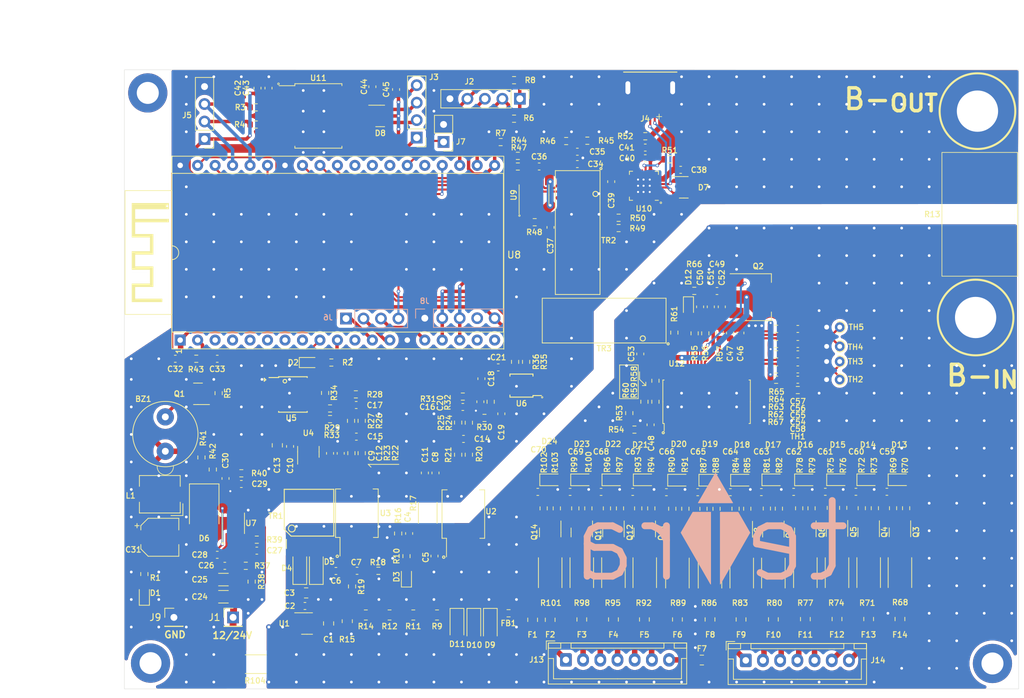
<source format=kicad_pcb>
(kicad_pcb (version 20221018) (generator pcbnew)
  (layers (0 "F.Cu" signal) (31 "B.Cu" signal) (34 "B.Paste" user) (35 "F.Paste" user) (36 "B.SilkS" user "B.Silkscreen") (37 "F.SilkS" user "F.Silkscreen") (38 "B.Mask" user) (39 "F.Mask" user) (44 "Edge.Cuts" user))
  (net 0 "")
  (net 1 "+3V3")
  (net 2 "/PowerMonitor/ISO+5V")
  (net 3 "Net-(D4-K)")
  (net 4 "GND")
  (net 5 "Net-(U2-VINP)")
  (net 6 "Net-(U2-VINN)")
  (net 7 "Net-(U3-VINP)")
  (net 8 "Net-(U3-VINN)")
  (net 9 "Net-(C14-Pad1)")
  (net 10 "Net-(C14-Pad2)")
  (net 11 "Net-(C15-Pad1)")
  (net 12 "Net-(C15-Pad2)")
  (net 13 "Net-(C16-Pad1)")
  (net 14 "/LTC6811/C2_G")
  (net 15 "Net-(C16-Pad2)")
  (net 16 "Net-(C17-Pad1)")
  (net 17 "Net-(C17-Pad2)")
  (net 18 "/LTC6811/Vref2")
  (net 19 "Net-(U6-Vin+)")
  (net 20 "Net-(U6-Vin-)")
  (net 21 "Net-(U7-SS{slash}TR)")
  (net 22 "/LTC6811/Vreg")
  (net 23 "Net-(C30-Pad1)")
  (net 24 "/LTC6811/T2")
  (net 25 "/LTC6811/T3")
  (net 26 "/LTC6811/T4")
  (net 27 "/LTC6811/T5")
  (net 28 "/LTC6811/T1")
  (net 29 "/LTC6811/cell1/C")
  (net 30 "/LTC6811/cell2/C")
  (net 31 "VDD")
  (net 32 "Net-(U7-BOOT)")
  (net 33 "/USB/Vusb")
  (net 34 "/LTC6811/cell3/C")
  (net 35 "/CAN/5V_CAN")
  (net 36 "/CAN/CAN_GND")
  (net 37 "/LTC6811/cell4/C")
  (net 38 "Net-(D6-K)")
  (net 39 "Net-(U7-COMP)")
  (net 40 "Net-(C34-Pad1)")
  (net 41 "Net-(C35-Pad2)")
  (net 42 "/LTC6811/cell5/C")
  (net 43 "/LTC6811/cell6/C")
  (net 44 "/LTC6811/cell7/C")
  (net 45 "/LTC6811/cell8/C")
  (net 46 "/LTC6811/cell10/CM")
  (net 47 "/LTC6811/cell10/C")
  (net 48 "/LTC6811/cell11/C")
  (net 49 "/LTC6811/cell12/C")
  (net 50 "Net-(U10-VPP)")
  (net 51 "Net-(U12-Vref1)")
  (net 52 "Net-(U12-V+)")
  (net 53 "Net-(C49-Pad1)")
  (net 54 "Net-(C53-Pad1)")
  (net 55 "Net-(D3-A)")
  (net 56 "Net-(D12-K)")
  (net 58 "/MCU/CAN_TX")
  (net 59 "/PowerMonitor/Vbat")
  (net 60 "/MCU/CAN_RX")
  (net 61 "/MCU/Boot")
  (net 62 "/MCU/NRST")
  (net 63 "Net-(Q10-G)")
  (net 64 "Net-(Q10-D)")
  (net 65 "Net-(R11-Pad1)")
  (net 66 "Net-(R11-Pad2)")
  (net 67 "Net-(R12-Pad2)")
  (net 68 "Net-(R14-Pad2)")
  (net 69 "Net-(D1-A)")
  (net 70 "Net-(D2-A)")
  (net 71 "Net-(U2-VOUTN)")
  (net 72 "/BAT+")
  (net 73 "Net-(U2-VOUTP)")
  (net 74 "/LTC6811/cell12/C+")
  (net 75 "/LTC6811/cell11/C+")
  (net 76 "/LTC6811/cell10/C+")
  (net 77 "/LTC6811/cell10/C-")
  (net 78 "/LTC6811/cell8/C+")
  (net 79 "/LTC6811/cell7/C+")
  (net 80 "/LTC6811/cell6/C+")
  (net 81 "/LTC6811/cell5/C+")
  (net 82 "/LTC6811/cell4/C+")
  (net 83 "/LTC6811/cell3/C+")
  (net 84 "/LTC6811/cell2/C+")
  (net 85 "/LTC6811/cell1/C+")
  (net 86 "/USB/D-")
  (net 87 "/USB/D+")
  (net 88 "Net-(U3-VOUTN)")
  (net 89 "Net-(U3-VOUTP)")
  (net 90 "/MCU/MTMS")
  (net 91 "/MCU/MTDI")
  (net 92 "/MCU/MTCK")
  (net 93 "/MCU/MTDO")
  (net 94 "Net-(U7-EN)")
  (net 95 "Net-(U7-RT{slash}CLK)")
  (net 96 "Net-(U7-VSENSE)")
  (net 97 "Net-(U9-ICMP)")
  (net 98 "Net-(U9-IP)")
  (net 99 "Net-(U9-IM)")
  (net 100 "/MCU/LED0")
  (net 101 "/MCU/BUZZER")
  (net 102 "Net-(U9-IBIAS)")
  (net 103 "Net-(U10-TXD)")
  (net 104 "Net-(U10-RXD)")
  (net 105 "Net-(U10-~{RST})")
  (net 106 "Net-(U12-ISOMD)")
  (net 107 "Net-(U12-WDT)")
  (net 108 "Net-(U12-DTEN)")
  (net 109 "Net-(U12-IMB)")
  (net 110 "Net-(U12-IPB)")
  (net 111 "Net-(U12-IBIAS)")
  (net 112 "Net-(U12-ICMP)")
  (net 113 "Net-(Q3-D)")
  (net 114 "Net-(Q3-G)")
  (net 115 "/MCU/MISO")
  (net 116 "Net-(Q4-D)")
  (net 117 "/MCU/OLED_SDA")
  (net 118 "/MCU/OLED_RST")
  (net 119 "Net-(Q4-G)")
  (net 120 "Net-(Q5-D)")
  (net 121 "/MCU/OLED_SCL")
  (net 122 "Net-(Q5-G)")
  (net 123 "Net-(Q6-D)")
  (net 124 "Net-(Q6-G)")
  (net 125 "/LTC6811/IPA")
  (net 126 "/LTC6811/IMA")
  (net 127 "Net-(Q11-D)")
  (net 128 "/LTC6811/cell1/S")
  (net 129 "Net-(Q11-G)")
  (net 130 "Net-(Q12-D)")
  (net 131 "/LTC6811/cell2/S")
  (net 132 "Net-(Q12-G)")
  (net 133 "Net-(Q13-D)")
  (net 134 "/LTC6811/cell3/S")
  (net 135 "Net-(Q13-G)")
  (net 136 "Net-(Q14-D)")
  (net 137 "/LTC6811/cell4/S")
  (net 138 "Net-(Q14-G)")
  (net 139 "Net-(Q7-D)")
  (net 140 "/LTC6811/cell5/S")
  (net 141 "Net-(Q7-G)")
  (net 142 "Net-(Q8-D)")
  (net 143 "/LTC6811/cell6/S")
  (net 144 "Net-(Q8-G)")
  (net 145 "Net-(Q9-D)")
  (net 146 "/LTC6811/cell7/S")
  (net 147 "Net-(Q9-G)")
  (net 148 "/LTC6811/cell8/S")
  (net 150 "/LTC6811/cell9/S")
  (net 151 "/LTC6811/cell10/S")
  (net 153 "/LTC6811/cell11/S")
  (net 156 "/LTC6811/cell12/S")
  (net 159 "/MCU/RX_USB")
  (net 161 "/MCU/TX_USB")
  (net 167 "/MCU/5V")
  (net 172 "/MCU/SS")
  (net 173 "/MCU/SCK")
  (net 174 "/MCU/MOSI")
  (net 175 "Net-(BZ1-+)")
  (net 176 "/MCU/SCL")
  (net 177 "/MCU/SDA")
  (net 178 "/LTC6811/C12")
  (net 179 "/LTC6811/C11")
  (net 180 "/LTC6811/C10")
  (net 181 "/LTC6811/C9")
  (net 182 "/LTC6811/C8")
  (net 183 "/LTC6811/C7")
  (net 184 "/LTC6811/C1_G")
  (net 185 "/LTC6811/C6")
  (net 186 "/LTC6811/C5")
  (net 187 "Net-(U4-D2)")
  (net 188 "Net-(U4-D1)")
  (net 189 "/LTC6811/C4")
  (net 190 "/LTC6811/C3")
  (net 191 "/LTC6811/C2")
  (net 192 "/LTC6811/C1")
  (net 193 "Net-(U5B--)")
  (net 194 "Net-(D4-A)")
  (net 195 "Net-(D5-A)")
  (net 196 "/MA")
  (net 197 "/CAN/CANL")
  (net 198 "/CAN/CANH")
  (net 199 "/CAN/CAN_TX")
  (net 200 "/CAN/CAN_RX")
  (net 201 "/LTC6811/DRIVE")
  (net 203 "/PA")
  (net 224 "Net-(U5B-+)")
  (net 227 "GND_PACK")
  (net 230 "/PowerSupply/12{slash}24V")
  (footprint "Capacitor_SMD:C_0603_1608Metric" (layer "F.Cu") (at 80.1 110.7 180)
    (fp_text reference "C29")
    (fp_text value "6.8pF 50V")
  )
  (footprint "Capacitor_SMD:C_0603_1608Metric" (layer "F.Cu") (at 138.1 91.8 -90)
    (fp_text reference "C53")
    (fp_text value "100pF 100V")
  )
  (footprint "Resistor_SMD:R_2010_5025Metric" (layer "F.Cu") (at 107.2 114.9 -90)
    (fp_text reference "R17")
    (fp_text value "1K")
  )
  (footprint "Resistor_SMD:R_0603_1608Metric" (layer "F.Cu") (at 124.05 114.25 -90)
    (fp_text reference "R102")
    (fp_text value "100R")
  )
  (footprint "Resistor_SMD:R_2512_6332Metric" (layer "F.Cu") (at 134.2 123.6 90)
    (fp_text reference "R95")
    (fp_text value "36R 1W 2512")
  )
  (footprint "Resistor_SMD:R_0603_1608Metric" (layer "F.Cu") (at 120.3 64.55)
    (fp_text reference "R47")
    (fp_text value "1.2K")
  )
  (footprint "LED_SMD:LED_0603_1608Metric" (layer "F.Cu") (at 104.1 124.2 90)
    (fp_text reference "D3")
    (fp_text value "LED Red")
  )
  (footprint "Package_TO_SOT_SMD:SOT-23" (layer "F.Cu") (at 143.7 117.8 -90)
    (fp_text reference "Q10")
    (fp_text value "TSM2323")
  )
  (footprint "Capacitor_SMD:C_0603_1608Metric" (layer "F.Cu") (at 137 111.85 180)
    (fp_text reference "C67")
    (fp_text value "100nF 100V")
  )
  (footprint "Package_TO_SOT_SMD:SOT-223" (layer "F.Cu") (at 155.25 83.55)
    (fp_text reference "Q2")
    (fp_text value "NSV1C201MZ4")
  )
  (footprint "Resistor_SMD:R_0805_2012Metric" (layer "F.Cu") (at 95.5 130.65 -90)
    (fp_text reference "R15")
    (fp_text value "1KΩ ±0.1% 250mW")
  )
  (footprint "Resistor_SMD:R_0603_1608Metric" (layer "F.Cu") (at 119.75 52)
    (fp_text reference "R8")
    (fp_text value "4.7K")
  )
  (footprint "Resistor_SMD:R_0603_1608Metric" (layer "F.Cu") (at 167.6 114.175 -90)
    (fp_text reference "R76")
    (fp_text value "3.3K")
  )
  (footprint "Connector_USB:Micro_USB_B-2013499-1" (layer "F.Cu") (at 139.55 53.45 180)
    (fp_text reference "J4")
    (fp_text value "USB")
  )
  (footprint "Package_TO_SOT_SMD:SOT-23" (layer "F.Cu") (at 162.1 117.7375 -90)
    (fp_text reference "Q6")
    (fp_text value "TSM2323")
  )
  (footprint "Resistor_SMD:R_0805_2012Metric" (layer "F.Cu") (at 98.2 129.75 180)
    (fp_text reference "R14")
    (fp_text value "470KΩ ±0.1% 250mW")
  )
  (footprint "Resistor_SMD:R_0603_1608Metric" (layer "F.Cu") (at 117.8 61 180)
    (fp_text reference "R7")
    (fp_text value "4.7K")
  )
  (footprint "Resistor_SMD:R_PSR500HTQFB0L10_Metric_Pad5.2x8.75mm_HandSolder" (layer "F.Cu") (at 187.45 71.5 90)
    (fp_text reference "R13")
    (fp_text value "0.1MR  1% 15W ")
  )
  (footprint "Resistor_SMD:R_0603_1608Metric" (layer "F.Cu") (at 130.55 114.25 -90)
    (fp_text reference "R100")
    (fp_text value "3.3K")
  )
  (footprint "Connector_JST:JST_XH_B7B-XH-A_1x07_P2.50mm_Vertical_BAT_6S" (layer "F.Cu") (at 153.4375 136.35)
    (fp_text reference "J14")
    (fp_text value "B7B-XH-A")
  )
  (footprint "Resistor_SMD:R_0603_1608Metric" (layer "F.Cu") (at 133.25 114.25 -90)
    (fp_text reference "R96")
    (fp_text value "100R")
  )
  (footprint "Fuse:Fuse_0805_2012Metric" (layer "F.Cu") (at 143.5 130.4 90)
    (fp_text reference "F6")
    (fp_text value "MPZ2012S102ATD25")
  )
  (footprint "Resistor_SMD:R_2010_5025Metric" (layer "F.Cu") (at 82.2 136.9)
    (fp_text reference "R104")
    (fp_text value "0R  2010")
  )
  (footprint "Fuse:Fuse_0805_2012Metric" (layer "F.Cu") (at 129.6 130.4 90)
    (fp_text reference "F3")
    (fp_text value "MPZ2012S102ATD25")
  )
  (footprint "Capacitor_SMD:C_0603_1608Metric" (layer "F.Cu") (at 117.9 100.5 90)
    (fp_text reference "C19")
    (fp_text value "100nF 100V")
  )
  (footprint "Capacitor_SMD:C_0603_1608Metric" (layer "F.Cu") (at 112.3 99.5 180)
    (fp_text reference "C16")
    (fp_text value "220pF 50V")
  )
  (footprint "Capacitor_SMD:C_0603_1608Metric" (layer "F.Cu") (at 94.55 106.25 90)
    (fp_text reference "C12")
    (fp_text value "2.2uF 16V")
  )
  (footprint "Resistor_SMD:R_0603_1608Metric" (layer "F.Cu") (at 128.65 114.25 -90)
    (fp_text reference "R99")
    (fp_text value "100R")
  )
  (footprint "Capacitor_SMD:C_0805_2012Metric" (layer "F.Cu") (at 85.33 105.08 90)
    (fp_text reference "C13")
    (fp_text value "10uF 25V")
  )
  (footprint "Connector_PinHeader_2.54mm:PinHeader_1x04_P2.54mm_Vertical" (layer "F.Cu") (at 105.6 60.35 180)
    (fp_text reference "J3")
    (fp_text value "CAN /NC")
  )
  (footprint "Diode_SMD:D_SOD-323" (layer "F.Cu") (at 157.4 110.1)
    (fp_text reference "D17")
    (fp_text value "PDZ7.5B")
  )
  (footprint "Diode_SMD:D_SOD-323" (layer "F.Cu") (at 175.75 110.0875)
    (fp_text reference "D13")
    (fp_text value "PDZ7.5B")
  )
  (footprint "Resistor_SMD:R_0603_1608Metric" (layer "F.Cu") (at 176.75 114.225 -90)
    (fp_text reference "R70")
    (fp_text value "3.3K")
  )
  (footprint "Capacitor_SMD:C_0603_1608Metric" (layer "F.Cu") (at 160.4 111.85 180)
    (fp_text reference "C62")
    (fp_text value "100nF 100V")
  )
  (footprint "Resistor_SMD:R_0603_1608Metric" (layer "F.Cu") (at 157.85 91.85 180)
    (fp_text reference "R63")
    (fp_text value "100K")
  )
  (footprint "Resistor_SMD:R_0603_1608Metric" (layer "F.Cu") (at 80.75 122.6)
    (fp_text reference "R37")
    (fp_text value "332K")
  )
  (footprint "Resistor_SMD:R_0603_1608Metric" (layer "F.Cu") (at 96.05 101.525 90)
    (fp_text reference "R27")
    (fp_text value "1K")
  )
  (footprint "Resistor_SMD:R_2512_6332Metric" (layer "F.Cu") (at 138.75 123.6 90)
    (fp_text reference "R92")
    (fp_text value "36R 1W 2512")
  )
  (footprint "Package_TO_SOT_SMD:SOT-23" (layer "F.Cu") (at 171.3 117.725 -90)
    (fp_text reference "Q4")
    (fp_text value "TSM2323")
  )
  (footprint "MountingHole:MountingHole_3.2mm_M3_ISO7380_Pad" (layer "F.Cu") (at 66.9 136.75)
    (fp_text reference "J12" hide)
    (fp_text value "Hole /NC")
  )
  (footprint "Capacitor_SMD:C_0603_1608Metric" (layer "F.Cu") (at 96.825 103.825 180)
    (fp_text reference "C15")
    (fp_text value "2.2nF 16V")
  )
  (footprint "Capacitor_SMD:C_0603_1608Metric" (layer "F.Cu") (at 165 111.8375 180)
    (fp_text reference "C61")
    (fp_text value "100nF 100V")
  )
  (footprint "PCM_4ms_Package_SOIC:SOIC-8_3.9x4.9mm_Pitch1.27mm" (layer "F.Cu") (at 87.6 97.69)
    (fp_text reference "U5")
    (fp_text value "OPA2197IDR" hide)
  )
  (footprint "Resistor_SMD:R_0603_1608Metric" (layer "F.Cu") (at 143.05 88.7 90)
    (fp_text reference "R61")
    (fp_text value "100R")
  )
  (footprint "Resistor_SMD:R_0603_1608Metric" (layer "F.Cu") (at 138.7 98.75 -90)
    (fp_text reference "R60")
    (fp_text value "806R")
  )
  (footprint "Resistor_SMD:R_0603_1608Metric" (layer "F.Cu") (at 130.4 60.8)
    (fp_text reference "R45")
    (fp_text value "51R")
  )
  (footprint "Capacitor_SMD:C_0805_2012Metric" (layer "F.Cu") (at 89.525 126.54)
    (fp_text reference "C3")
    (fp_text value "10uF 25V")
  )
  (footprint "Resistor_THT:R_Axial_DIN0204_L3.6mm_D1.6mm_P1.90mm_Vertical" (layer "F.Cu") (at 167.085 95.53 180)
    (fp_text reference "TH2")
    (fp_text value "100K NTC")
  )
  (footprint "Resistor_SMD:R_0603_1608Metric" (layer "F.Cu") (at 82.2 58.45)
    (fp_text reference "R4")
    (fp_text value "0")
  )
  (footprint "Capacitor_SMD:C_0603_1608Metric" (layer "F.Cu") (at 96.925 123.325)
    (fp_text reference "C7")
    (fp_text value "330pF 100V")
  )
  (footprint "Diode_SMD:D_SOD-323" (layer "F.Cu") (at 143.7 110.15)
    (fp_text reference "D20")
    (fp_text value "PDZ7.5B")
  )
  (footprint "Diode_SMD:D_SOD-323" (layer "F.Cu") (at 138.7 110.1)
    (fp_text reference "D21")
    (fp_text value "PDZ7.5B")
  )
  (footprint "Connector_PinHeader_2.54mm:PinHeader_1x02_P2.54mm_Vertical" (layer "F.Cu") (at 109.5 60.975 180)
    (fp_text reference "J7")
    (fp_text value "Boot Option /NC")
  )
  (footprint "Resistor_SMD:R_0603_1608Metric" (layer "F.Cu") (at 97.6 101.525 90)
    (fp_text reference "R26")
    (fp_text value "1K")
  )
  (footprint "Fuse:Fuse_0805_2012Metric" (layer "F.Cu") (at 147.05 136.3)
    (fp_text reference "F7")
    (fp_text value "MPZ2012S102ATD25")
  )
  (footprint "Resistor_SMD:R_0603_1608Metric" (layer "F.Cu") (at 97.6 106.225 -90)
    (fp_text reference "R22")
    (fp_text value "100R")
  )
  (footprint "Resistor_SMD:R_0603_1608Metric" (layer "F.Cu") (at 157.85 90.35 180)
    (fp_text reference "R64")
    (fp_text value "100K")
  )
  (footprint "Resistor_SMD:R_0603_1608Metric" (layer "F.Cu") (at 82.2 55.95)
    (fp_text reference "R3")
    (fp_text value "0")
  )
  (footprint "Capacitor_SMD:C_0603_1608Metric" (layer "F.Cu") (at 76.6 92.5 180)
    (fp_text reference "C33")
    (fp_text value "100nF 50V")
  )
  (footprint "Resistor_SMD:R_0603_1608Metric" (layer "F.Cu") (at 111.625 106.45 -90)
    (fp_text reference "R21")
    (fp_text value "100R")
  )
  (footprint "Capacitor_SMD:C_0603_1608Metric" (layer "F.Cu") (at 104.5 117.9 90)
    (fp_text reference "C4")
    (fp_text value "330pF 100V")
  )
  (footprint "Battery:Battery_6mm×10mm_Cell_half_2" (layer "F.Cu") (at 186.85 86.5 90)
    (fp_text reference "BAT1" hide)
    (fp_text value "BAT-")
  )
  (footprint "Package_TO_SOT_SMD:SOT-23" (layer "F.Cu") (at 100.2875 57.2)
    (fp_text reference "D8")
    (fp_text value "ESD24VS2U")
  )
  (footprint "Capacitor_SMD:C_0603_1608Metric" (layer "F.Cu") (at 161 88.16)
    (fp_text reference "C57")
    (fp_text value "100nF 100V")
  )
  (footprint "Resistor_SMD:R_0603_1608Metric" (layer "F.Cu") (at 134.95 72 180)
    (fp_text reference "R50")
    (fp_text value "240R")
  )
  (footprint "Resistor_SMD:R_0603_1608Metric" (layer "F.Cu") (at 74.3 106.85 -90)
    (fp_text reference "R41")
    (fp_text value "31.6K")
  )
  (footprint "Resistor_SMD:R_0603_1608Metric" (layer "F.Cu") (at 137.25 102.8)
    (fp_text reference "R54")
    (fp_text value "100R")
  )
  (footprint "Capacitor_SMD:C_0603_1608Metric" (layer "F.Cu") (at 146.8 84.95 90)
    (fp_text reference "C50")
    (fp_text value "1uF 25V")
  )
  (footprint "Capacitor_SMD:C_0603_1608Metric" (layer "F.Cu") (at 146.45 111.9 180)
    (fp_text reference "C65")
    (fp_text value "100nF 100V")
  )
  (footprint "ENNOID:HM2108NL" (layer "F.Cu") (at 132.85 86.95 90)
    (fp_text reference "TR3")
    (fp_text value "HM2108NL")
  )
  (footprint "Fuse:Fuse_0805_2012Metric" (layer "F.Cu") (at 122.45 130.45 90)
    (fp_text reference "F1")
    (fp_text value "MPZ2012S102ATD25")
  )
  (footprint "Capacitor_SMD:C_0603_1608Metric" (layer "F.Cu") (at 149.95 84.95 90)
    (fp_text reference "C52")
    (fp_text value "1uF 25V")
  )
  (footprint "Resistor_SMD:R_0805_2012Metric" (layer "F.Cu") (at 101.65 129.75 180)
    (fp_text reference "R12")
    (fp_text value "470KΩ ±0.1% 250mW")
  )
  (footprint "Resistor_SMD:R_0603_1608Metric" (layer "F.Cu") (at 142.375 63.5 180)
    (fp_text reference "R51")
    (fp_text value "10K")
  )
  (footprint "Resistor_SMD:R_0603_1608Metric" (layer "F.Cu") (at 142.75 114.3 -90)
    (fp_text reference "R90")
    (fp_text value "100R")
  )
  (footprint "Package_SO:MSOP-16_3x4mm_P0.5mm" (layer "F.Cu") (at 122.65 68.7 90)
    (fp_text reference "U9")
    (fp_text value "LTC6820")
  )
  (footprint "Resistor_SMD:R_0603_1608Metric" (layer "F.Cu") (at 139.7 114.25 -90)
    (fp_text reference "R94")
    (fp_text value "3.3K")
  )
  (footprint "Diode_SMD:D_SOD-123" (layer "F.Cu") (at 91 122.94 90)
    (fp_text reference "D5")
    (fp_text value "MBR0520")
  )
  (footprint "Resistor_SMD:R_2512_6332Metric" (layer "F.Cu") (at 166.7 123.6 90)
    (fp_text reference "R74")
    (fp_text value "36R 1W 2512")
  )
  (footprint "Diode_SMD:D_SOD-323" (layer "F.Cu") (at 152.85 110.15)
    (fp_text reference "D18")
    (fp_text value "PDZ7.5B")
  )
  (footprint "Resistor_SMD:R_0603_1608Metric" (layer "F.Cu") (at 161.2 114.2375 -90)
    (fp_text reference "R78")
    (fp_text value "100R")
  )
  (footprint "Capacitor_SMD:C_0603_1608Metric" (layer "F.Cu") (at 127.9 111.85 180)
    (fp_text reference "C69")
    (fp_text value "100nF 100V")
  )
  (footprint "Capacitor_SMD:C_0603_1608Metric" (layer "F.Cu") (at 151.15 88.75 90)
    (fp_text reference "C47")
    (fp_text value "1uF 25V")
  )
  (footprint "Resistor_SMD:R_0603_1608Metric" (layer "F.Cu") (at 146 88.8 90)
    (fp_text reference "R55")
    (fp_text value "0")
  )
  (footprint "Resistor_SMD:R_0603_1608Metric" (layer "F.Cu") (at 149.1875 114.3125 -90)
    (fp_text reference "R88")
    (fp_text value "3.3K")
  )
  (footprint "Fuse:Fuse_0805_2012Metric" (layer "F.Cu") (at 138.7 130.4 90)
    (fp_text reference "F5")
    (fp_text value "MPZ2012S102ATD25")
  )
  (footprint "Diode_SMD:D_SOD-323" (layer "F.Cu") (at 171.2 110.0875)
    (fp_text reference "D14")
    (fp_text value "PDZ7.5B")
  )
  (footprint "Resistor_SMD:R_2512_6332Metric" (layer "F.Cu") (at 157.45 123.65 90)
    (fp_text reference "R80")
    (fp_text value "36R 1W 2512")
  )
  (footprint "Resistor_SMD:R_0603_1608Metric" (layer "F.Cu") (at 151.95 114.3 -90)
    (fp_text reference "R84")
    (fp_text value "100R")
  )
  (footprint "Diode_SMD:D_SOD-123" (layer "F.Cu") (at 116.3 131.15 -90)
    (fp_text reference "D9")
    (fp_text value "1N4148W")
  )
  (footprint "Resistor_SMD:R_0603_1608Metric" (layer "F.Cu") (at 115.45 101.1 180)
    (fp_text reference "R30")
    (fp_text value "3.3K")
  )
  (footprint "Capacitor_SMD:C_0603_1608Metric" (layer "F.Cu") (at 89.35 128.44)
    (fp_text reference "C2")
    (fp_text value "100nF 100V")
  )
  (footprint "Resistor_SMD:R_0603_1608Metric" (layer "F.Cu") (at 93.1875 93.05)
    (fp_text reference "R2")
    (fp_text value "470R")
  )
  (footprint "Package_TO_SOT_SMD:SOT-23" (layer "F.Cu") (at 157.45 117.775 -90)
    (fp_text reference "Q7")
    (fp_text value "TSM2323")
  )
  (footprint "Resistor_SMD:R_0603_1608Metric" (layer "F.Cu") (at 81.6 124.9 -90)
    (fp_text reference "R38")
    (fp_text value "61.9K")
  )
  (footprint "Resistor_SMD:R_0603_1608Metric" (layer "F.Cu") (at 158.25 114.2875 -90)
    (fp_text reference "R82")
    (fp_text value "3.3K")
  )
  (footprint "Resistor_SMD:R_0603_1608Metric" (layer "F.Cu") (at 121.5 92.95 -90)
    (fp_text reference "R35")
    (fp_text value "4.7K")
  )
  (footprint "Package_SO:SOP-8_6.62x9.15mm_P2.54mm" (layer "F.Cu") (at 91.3 57.2)
    (fp_text reference "U11")
    (fp_text value "ISO1050DUBR")
  )
  (footprint "Resistor_SMD:R_0603_1608Metric" (layer "F.Cu") (at 153.65 114.3 -90)
    (fp_text reference "R85")
    (fp_text value "3.3K")
  )
  (footprint "Capacitor_SMD:C_0603_1608Metric" (layer "F.Cu") (at 82.35 120.4)
    (fp_text reference "C27")
    (fp_text value "10nF 100V")
  )
  (footprint "Package_DFN_QFN:HVQFN-24-1EP_4x4mm_P0.5mm_EP2.6x2.6mm" (layer "F.Cu") (at 138.625 67.35 180)
    (fp_text reference "U10")
    (fp_text value "CP2104")
  )
  (footprint "Resistor_SMD:R_0603_1608Metric" (layer "F.Cu") (at 96.75 97.675 180)
    (fp_text reference "R28")
    (fp_text value "5.6K")
  )
  (footprint "Package_TO_SOT_SMD:SOT-23" (layer "F.Cu") (at 144.425 67.58)
    (fp_text reference "D7")
    (fp_text value "ESD24VS2U")
  )
  (footprint "Package_TO_SOT_SMD:SOT-23" (layer "F.Cu") (at 152.85 117.8 -90)
    (fp_text reference "Q8")
    (fp_text value "TSM2323")
  )
  (footprint "Resistor_SMD:R_0603_1608Metric" (layer "F.Cu") (at 140.3 98.75 90)
    (fp_text reference "R59")
    (fp_text value "1.2K")
  )
  (footprint "Resistor_SMD:R_0603_1608Metric" (layer "F.Cu") (at 122.75 72.65 180)
    (fp_text reference "R48")
    (fp_text value "2K")
  )
  (footprint "Resistor_SMD:R_0603_1608Metric" (layer "F.Cu") (at 76.8 97.5 -90)
    (fp_text reference "R5")
    (fp_text value "1.5K")
  )
  (footprint "Resistor_SMD:R_0603_1608Metric" (layer "F.Cu") (at 163 114.2375 -90)
    (fp_text reference "R79")
    (fp_text value "3.3K")
  )
  (footprint "Fuse:Fuse_0805_2012Metric" (layer "F.Cu") (at 162.1 130.35 90)
    (fp_text reference "F11")
    (fp_text value "MPZ2012S102ATD25")
  )
  (footprint "Resistor_SMD:R_0603_1608Metric" (layer "F.Cu") (at 147.55 88.8 90)
    (fp_text reference "R56")
    (fp_text value "1M")
  )
  (footprint "Resistor_SMD:R_0603_1608Metric" (layer "F.Cu") (at 136.5 100.4 90)
    (fp_text reference "R53")
    (fp_text value "100R")
  )
  (footprint "MountingHole:MountingHole_3.2mm_M3_ISO7380_Pad" (layer "F.Cu") (at 189.3 136.8)
    (fp_text reference "J10" hide)
    (fp_text value "Hole /NC")
  )
  (footprint "Package_SO:SSO-8_6.8x5.9mm_P1.27mm_Clearance8mm" (layer "F.Cu") (at 96.9 114.925 90)
    (fp_text reference "U3")
    (fp_text value "AMC1301")
  )
  (footprint "Capacitor_SMD:C_0603_1608Metric" (layer "F.Cu") (at 161 91.85)
    (fp_text reference "C55")
    (fp_text value "100nF 100V")
  )
  (footprint "Package_TO_SOT_SMD:SOT-23" (layer "F.Cu") (at 166.7 117.675 -90)
    (fp_text reference "Q5")
    (fp_text value "TSM2323")
  )
  (footprint "Resistor_SMD:R_2512_6332Metric" (layer "F.Cu") (at 175.85 123.5875 90)
    (fp_text reference "R68")
    (fp_text value "36R 1W 2512")
  )
  (footprint "Capacitor_SMD:C_1206_3216Metric" (layer "F.Cu") (at 77.5 127.1 180)
    (fp_text reference "C24")
    (fp_text value "2.2uF 100V")
  )
  (footprint "Capacitor_SMD:C_0603_1608Metric" (layer "F.Cu") (at 84.05 53.15 90)
    (fp_text reference "C43")
    (fp_text value "100nF 100V")
  )
  (footprint "Resistor_SMD:R_0603_1608Metric" (layer "F.Cu") (at 75.95 108.6 -90)
    (fp_text reference "R42")
    (fp_text value "10K")
  )
  (footprint "Package_TO_SOT_SMD:SOT-23" (layer "F.Cu") (at 148.2375 117.8 -90)
    (fp_text reference "Q9")
    (fp_text value "TSM2323")
  )
  (footprint "Package_TO_SOT_SMD:SOT-23-5" (layer "F.Cu") (at 89.85 106.03 90)
    (fp_text reference "U4")
    (fp_text value "SN6501DBV")
  )
  (footprint "Resistor_SMD:R_0603_1608Metric" (layer "F.Cu") (at 111.625 101.775 90)
    (fp_text reference "R25")
    (fp_text value "1K")
  )
  (footprint "Resistor_THT:R_Axial_DIN0204_L3.6mm_D1.6mm_P1.90mm_Vertical" (layer "F.Cu") (at 167.095 90.7 180)
    (fp_text reference "TH4")
    (fp_text value "100K NTC")
  )
  (footprint "Capacitor_SMD:C_0603_1608Metric" (layer "F.Cu") (at 138.825 63.35 180)
    (fp_text reference "C40")
    (fp_text value "100nF 100V")
  )
  (footprint "Package_TO_SOT_SMD:SOT-23-5" (layer "F.Cu") (at 89.65 130.99)
    (fp_text reference "U1")
    (fp_text value "TPS76350")
  )
  (footprint "Resistor_SMD:R_0603_1608Metric" (layer "F.Cu") (at 96.2 125.6 90)
    (fp_text reference "R19")
    (fp_text value "10R")
  )
  (footprint "Connector_PinHeader_2.54mm:PinHeader_1x04_P2.54mm_Vertical" (layer "F.Cu") (at 74.75 60.55 180)
    (fp_text reference "J5")
    (fp_text value "UART /NC")
  )
  (footprint "Capacitor_SMD:C_0603_1608Metric" (layer "F.Cu") (at 115 95.4 -90)
    (fp_text reference "C18")
    (fp_text value "100nF 100V")
  )
  (footprint "Fuse:Fuse_0805_2012Metric" (layer "F.Cu") (at 175.85 130.3375 90)
    (fp_text reference "F14")
    (fp_text value "MPZ2012S102ATD25")
  )
  (footprint "Capacitor_SMD:CP_Elec_5x4.4" (layer "F.Cu") (at 68.25 118.45)
    (fp_text reference "C31")
    (fp_text value "47uF 16V")
  )
  (footprint "RF_Module:ESP32-DevKitc V4_DIP-38_27.9mm×48.2mm" (layer "F.Cu") (at 118.2 91.055 90)
    (fp_text reference "U8")
    (fp_text value "ESP32-DevKitC V4" hide)
  )
  (footprint "Capacitor_SMD:C_0603_1608Metric" (layer "F.Cu") (at 133.875 66.75 90)
    (fp_text reference "C39")
    (fp_text value "2.2uF 16V")
  )
  (footprint "Diode_SMD:D_SOD-323" (layer "F.Cu") (at 134.15 110.1)
    (fp_text reference "D22")
    (fp_text value "PDZ7.5B")
  )
  (footprint "Diode_SMD:D_SOD-323" (layer "F.Cu") (at 125.1 110.1)
    (fp_text reference "D24")
    (fp_text value "PDZ7.5B")
  )
  (footprint "Resistor_SMD:R_0603_1608Metric" (layer "F.Cu") (at 147.2875 114.3125 -90)
    (fp_text reference "R87")
    (fp_text value "100R")
  )
  (footprint "Connector_PinHeader_2.54mm:PinHeader_1x01_P2.54mm_Vertical" (layer "F.Cu") (at 78.9 130.1)
    (fp_text reference "J1")
    (fp_text value "12/24V")
  )
  (footprint "Capacitor_SMD:C_0603_1608Metric" (layer "F.Cu") (at 96.8 99.225 180)
    (fp_text reference "C17")
    (fp_text value "220pF 50V")
  )
  (footprint "Capacitor_SMD:C_0603_1608Metric" (layer "F.Cu") (at 70.5 92.5)
    (fp_text reference "C32")
    (fp_text value "100nF 50V")
  )
  (footprint "Resistor_SMD:R_0603_1608Metric" (layer "F.Cu") (at 73.55 92.5)
    (fp_text reference "R43")
    (fp_text value "10K")
  )
  (footprint "Resistor_SMD:R_0603_1608Metric" (layer "F.Cu") (at 100.025 123.325)
    (fp_text reference "R18")
    (fp_text value "1K")
  )
  (footprint "Diode_SMD:D_SOD-323" (layer "F.Cu") (at 162.15 110.1)
    (fp_text reference "D16")
    (fp_text value "PDZ7.5B")
  )
  (footprint "Diode_SMD:D_SOD-323" (layer "F.Cu") (at 166.8125 110.0875)
    (fp_text reference "D15")
    (fp_text value "PDZ7.5B")
  )
  (footprint "Capacitor_SMD:C_0603_1608Metric" (layer "F.Cu") (at 141.9 111.9 180)
    (fp_text reference "C66")
    (fp_text value "100nF 100V")
  )
  (footprint "Fuse:Fuse_0805_2012Metric" (layer "F.Cu") (at 148.2375 130.4 90)
    (fp_text reference "F8")
    (fp_text value "MPZ2012S102ATD25")
  )
  (footprint "Capacitor_SMD:C_0603_1608Metric" (layer "F.Cu") (at 123.2 111.85 180)
    (fp_text reference "C70")
    (fp_text value "100nF 100V")
  )
  (footprint "Resistor_SMD:R_2512_6332Metric" (layer "F.Cu") (at 162.1 123.6 90)
    (fp_text reference "R77")
    (fp_text value "36R 1W 2512")
  )
  (footprint "Package_TO_SOT_SMD:SOT-23" (layer "F.Cu") (at 134.2 117.75 -90)
    (fp_text reference "Q12")
    (fp_text value "TSM2323")
  )
  (footprint "Fuse:Fuse_0805_2012Metric" (layer "F.Cu") (at 171.3 130.3375 90)
    (fp_text reference "F13")
    (fp_text value "MPZ2012S102ATD25")
  )
  (footprint "Resistor_SMD:R_0603_1608Metric" (layer "F.Cu") (at 80.1 109.15 180)
    (fp_text reference "R40")
    (fp_text value "68K")
  )
  (footprint "Resistor_SMD:R_0603_1608Metric" (layer "F.Cu") (at 157.85 94.05 180)
    (fp_text reference "R62")
    (fp_text value "100K")
  )
  (footprint "Resistor_SMD:R_0603_1608Metric" (layer "F.Cu") (at 134.95 73.5 180)
    (fp_text reference "R49")
    (fp_text value "240R")
  )
  (footprint "MountingHole:MountingHole_3.2mm_M3_ISO7380_Pad" (layer "F.Cu") (at 66.5 53.85)
    (fp_text reference "J11" hide)
    (fp_text value "Hole /NC")
  )
  (footprint "Resistor_SMD:R_0603_1608Metric" (layer "F.Cu") (at 113.175 101.8 90)
    (fp_text reference "R24")
    (fp_text value "1K")
  )
  (footprint "Resistor_SMD:R_2512_6332Metric" (layer "F.Cu") (at 152.85 123.65 90)
    (fp_text reference "R83")
    (fp_text value "36R 1W 2512")
  )
  (footprint "Capacitor_SMD:C_0603_1608Metric" (layer "F.Cu") (at 77.8 109.9 -90)
    (fp_text reference "C30")
    (fp_text value "3nF 16V")
  )
  (footprint "Capacitor_SMD:C_0603_1608Metric" (layer "F.Cu") (at 132.4 111.85 180)
    (fp_text reference "C68")
    (fp_text value "100nF 100V")
  )
  (footprint "ENNOID:HM2108NL" (layer "F.Cu") (at 129 74.15 180)
    (fp_text reference "TR2")
    (fp_text value "HM2108NL")
  )
  (footprint "ENNOID:WURTH-760390014" (layer "F.Cu") (at 89.94 114.88 90)
    (fp_text reference "TR1")
    (fp_text value "TRANSF5" hide)
  )
  (footprint "Resistor_SMD:R_0603_1608Metric" (layer "F.Cu") (at 161 97.05)
    (fp_text reference "TH1")
    (fp_text value "100K NTC")
  )
  (footprint "Connector_JST:JST_XH_B7B-XH-A_1x07_P2.50mm_Vertical_BAT_6S" (layer "F.Cu") (at 127.2875 136.275)
    (fp_text reference "J13")
    (fp_text value "B7B-XH-A")
  )
  (footprint "Resistor_SMD:R_0603_1608Metric" (layer "F.Cu") (at 137.8 114.25 -90)
    (fp_text reference "R93")
    (fp_text value "100R")
  )
  (footprint "Package_TO_SOT_SMD:SOT-23" (layer "F.Cu") (at 175.85 117.725 -90)
    (fp_text reference "Q3")
    (fp_text value "TSM2323")
  )
  (footprint "Resistor_THT:R_Axial_DIN0204_L3.6mm_D1.6mm_P1.90mm_Vertical" (layer "F.Cu") (at 167.095 87.9 180)
    (fp_text reference "TH5")
    (fp_text value "100K NTC")
  )
  (footprint "Resistor_SMD:R_0603_1608Metric" (layer "F.Cu") (at 96.1 106.225 -90)
    (fp_text reference "R23")
    (fp_text value "100R")
  )
  (footprint "Capacitor_SMD:C_0603_1608Metric" (layer "F.Cu") (at 77.7 122.6)
    (fp_text reference "C26")
    (fp_text value "100nF 100V")
  )
  (footprint "Resistor_SMD:R_0603_1608Metric" (layer "F.Cu") (at 170.3 114.225 -90)
    (fp_text reference "R72")
    (fp_text value "100R")
  )
  (footprint "Capacitor_SMD:C_0603_1608Metric" (layer "F.Cu") (at 93.85 123.35 180)
    (fp_text reference "C6")
    (fp_text value "100nF 100V")
  )
  (footprint "Package_TO_SOT_SMD:SOT-23" (layer "F.Cu") (at 73.8 97.6 180)
    (fp_text reference "Q1")
    (fp_text value "BSS138")
  )
  (footprint "Capacitor_SMD:C_0603_1608Metric" (layer "F.Cu") (at 112.4 104.15 180)
    (fp_text reference "C14")
    (fp_text value "2.2nF 16V")
  )
  (footprint "Diode_SMD:D_SOD-123F" (layer "F.Cu") (at 111.45 131 -90)
    (fp_text reference "D11")
    (fp_text value "BZT52H-C62")
  )
  (footprint "Capacitor_SMD:C_0603_1608Metric" (layer "F.Cu") (at 128.95 64.2)
    (fp_text reference "C34")
    (fp_text value "10nF 100V")
  )
  (footprint "Capacitor_SMD:C_0603_1608Metric" (layer "F.Cu") (at 108.18 121.18 -90)
    (fp_text reference "C5")
    (fp_text value "100nF 100V")
  )
  (footprint "Capacitor_SMD:C_0603_1608Metric" (layer "F.Cu") (at 128.95 62.4 180)
    (fp_text reference "C35")
    (fp_text value "10nF 100V")
  )
  (footprint "Resistor_SMD:R_0603_1608Metric" (layer "F.Cu") (at 119.9 92.95 -90)
    (fp_text reference "R36")
    (fp_text value "4.7K")
  )
  (footprint "Resistor_SMD:R_2512_6332Metric" (layer "F.Cu") (at 125 123.6 90)
    (fp_text reference "R101")
    (fp_text value "36R 1W 2512")
  )
  (footprint "LED_SMD:LED_0603_1608Metric" (layer "F.Cu") (at 66 126.85 90)
    (fp_text reference "D1")
    (fp_text value "LED Red")
  )
  (footprint "LED_SMD:LED_0603_1608Metric" (layer "F.Cu") (at 90.0125 93.05)
    (fp_text reference "D2")
    (fp_text value "LED Red")
  )
  (footprint "Resistor_SMD:R_0603_1608Metric" (layer "F.Cu") (at 156.5 114.275 -90)
    (fp_text reference "R81")
    (fp_text value "100R")
  )
  (footprint "Capacitor_SMD:C_0603_1608Metric" (layer "F.Cu") (at 138.825 61.8 180)
    (fp_text reference "C41")
    (fp_text value "2.2uF 16V")
  )
  (footprint "Resistor_SMD:R_0603_1608Metric" (layer "F.Cu") (at 119.75 57.6)
    (fp_text reference "R6")
    (fp_text value "4.7K")
  )
  (footprint "Capacitor_SMD:C_0603_1608Metric" (layer "F.Cu") (at 169.45 111.8375 180)
    (fp_text reference "C60")
    (fp_text value "100nF 100V")
  )
  (footprint "Resistor_SMD:R_0603_1608Metric" (layer "F.Cu") (at 144.65 114.3 -90)
    (fp_text reference "R91")
    (fp_text value "3.3K")
  )
  (footprint "Resistor_SMD:R_0603_1608Metric" (layer "F.Cu") (at 157.85 95.55)
    (fp_text reference "R67")
    (fp_text value "100K")
  )
  (footprint "Resistor_SMD:R_0603_1608Metric" (layer "F.Cu") (at 149.66 88.75 90)
    (fp_text reference "R57")
    (fp_text value "0")
  )
  (footprint "Connector_PinHeader_2.54mm:PinHeader_1x05_P2.54mm_Vertical" (layer "F.Cu") (at 120.59 54.7 -90)
    (fp_text reference "J2")
    (fp_text value "OLED /NC")
  )
  (footprint "Resistor_SMD:R_0603_1608Metric" (layer "F.Cu") (at 82.35 118.8)
    (fp_text reference "R39")
    (fp_text value "90.9K")
  )
  (footprint "Resistor_SMD:R_0603_1608Metric" (layer "F.Cu") (at 66 123.8 90)
    (fp_text reference "R1")
    (fp_text value "470R")
  )
  (footprint "Capacitor_SMD:C_0603_1608Metric" (layer "F.Cu") (at 161 95.55)
    (fp_text reference "C58")
    (fp_text value "100nF 100V")
  )
  (footprint "ENNOID:BUZZER" (layer "F.Cu") (at 69.05 103.45 90)
    (fp_text reference "BZ1")
    (fp_text value "AI-1027-TWT-5V")
  )
  (footprint "Capacitor_SMD:C_0805_2012Metric" (layer "F.Cu") (at 92.79 130.98 -90)
    (fp_text reference "C1")
    (fp_text value "10uF 25V")
  )
  (footprint "Resistor_SMD:R_0805_2012Metric" (layer "F.Cu") (at 108.55 129.75 180)
    (fp_text reference "R9")
    (fp_text value "470KΩ ±0.1% 250mW")
  )
  (footprint "Fuse:Fuse_0805_2012Metric" (layer "F.Cu") (at 166.7 130.3375 90)
    (fp_text reference "F12")
    (fp_text value "MPZ2012S102ATD25")
  )
  (footprint "Inductor_SMD:L_Bourns_SRP5030T" (layer "F.Cu") (at 68.25 112.2 180)
    (fp_text reference "L1")
    (fp_text value "10uH")
  )
  (footprint "Resistor_SMD:R_0603_1608Metric" (layer "F.Cu") (at 138.825 60.15 180)
    (fp_text reference "R52")
    (fp_text value "10K")
  )
  (footprint "Resistor_SMD:R_0603_1608Metric" (layer "F.Cu") (at 92.28 97.47 90)
    (fp_text reference "R34")
    (fp_text value "33K")
  )
  (footprint "Resistor_SMD:R_0603_1608Metric" (layer "F.Cu") (at 116.35 98.75 90)
    (fp_text reference "R32")
    (fp_text value "1K")
  )
  (footprint "Diode_SMD:D_SOD-123" (layer "F.Cu") (at 88.6 122.94 90)
    (fp_text reference "D4")
    (fp_text value "MBR0520")
  )
  (footprint "Capacitor_SMD:C_0603_1608Metric" (layer "F.Cu") (at 82.45 53.15 90)
    (fp_text reference "C42")
    (fp_text value "1uF 25V")
  )
  (footprint "Capacitor_SMD:C_0603_1608Metric" (layer "F.Cu") (at 143.975 65.03)
    (fp_text reference "C38")
    (fp_text value "2.2uF 16V")
  )
  (footprint "Capacitor_SMD:C_0603_1608Metric" (layer "F.Cu") (at 102.6 53.35 90)
    (fp_text reference "C45")
    (fp_text value "100nF 50V")
  )
  (footprint "Package_TO_SOT_SMD:SOT-23" (layer "F.Cu") (at 129.6 117.75 -90)
    (fp_text reference "Q13")
    (fp_text value "TSM2323")
  )
  (footprint "Fuse:Fuse_0805_2012Metric" (layer "F.Cu") (at 134.2 130.4 90)
    (fp_text reference "F4")
    (fp_text value "MPZ2012S102ATD25")
  )
  (footprint "Diode_SMD:D_SOD-323" (layer "F.Cu") (at 148.2375 110.15)
    (fp_text reference "D19")
    (fp_text value "PDZ7.5B")
  )
  (footprint "Resistor_SMD:R_0603_1608Metric" (layer "F.Cu") (at 172.2 114.225 -90)
    (fp_text reference "R73")
    (fp_text value "3.3K")
  )
  (footprint "Diode_SMD:D_SOD-323" (layer "F.Cu") (at 129.6 110.1)
    (fp_text reference "D23")
    (fp_text value "PDZ7.5B")
  )
  (footprint "Fuse:Fuse_0805_2012Metric" (layer "F.Cu") (at 152.75 130.4 90)
    (fp_text reference "F9")
    (fp_text value "MPZ2012S102ATD25")
  )
  (footprint "Resistor_SMD:R_0603_1608Metric" (layer "F.Cu") (at 93 101.275)
    (fp_text reference "R33")
    (fp_text value "33K")
  )
  (footprint "Capacitor_SMD:C_0603_1608Metric" (layer "F.Cu") (at 114.85 98.75 90)
    (fp_text reference "C20")
    (fp_text value "100nF 100V")
  )
  (footprint "Resistor_SMD:R_0805_2012Metric" (layer "F.Cu") (at 105.1 129.75 180)
    (fp_text reference "R11")
    (fp_text value "470KΩ ±0.1% 250mW")
  )
  (footprint "Package_SO:TSSOP-48_6.1x12.5mm_P0.5mm" (layer "F.Cu") (at 147.7375 98.75 90)
    (fp_text reference "U12")
    (fp_text value "LTC6811HG-1")
  )
  (footprint "Capacitor_SMD:C_0603_1608Metric" (layer "F.Cu") (at 161 90.35)
    (fp_text reference "C56")
    (fp_text value "100nF 100V")
  )
  (footprint "Capacitor_SMD:C_0603_1608Metric" (layer "F.Cu") (at 173.95 111.8375 180)
    (fp_text reference "C59")
    (fp_text value "100nF 100V")
  )
  (footprint "Resistor_SMD:R_0603_1608Metric" (layer "F.Cu") (at 140.3 95.7 90)
    (fp_text reference "R58")
    (fp_text value "100K")
  )
  (footprint "Package_SO:SSO-8_6.8x5.9mm_P1.27mm_Clearance8mm" (layer "F.Cu") (at 112.375 115.05 90)
    (fp_text reference "U2")
    (fp_text value "AMC1301 or AMC1302")
  )
  (footprint "Resistor_SMD:R_0603_1608Metric" (layer "F.Cu") (at 93 99.725 180)
    (fp_text reference "R29")
    (fp_text value "5.6K")
  )
  (footprint "Resistor_SMD:R_0603_1608Metric" (layer "F.Cu") (at 127.325 60.85)
    (fp_text reference "R46")
    (fp_text value "51R")
  )
  (footprint "Battery:Battery_6mm×10mm_Cell_half_2" (layer "F.Cu") (at 187.12 56.5 90)
    (fp_text reference "BAT-1" hide)
    (fp_text value "BAT-")
  )
  (footprint "Diode_SMD:D_SOD-123" (layer "F.Cu") (at 113.9 131.15 -90)
    (fp_text reference "D10")
    (fp_text value "1N4148W")
  )
  (footprint "LED_SMD:LED_0603_1608Metric" (layer "F.Cu") (at 145.1 84.975 -90)
    (fp_text reference "D12")
    (fp_text value "LED Red")
  )
  (footprint "Capacitor_SMD:C_0603_1608Metric" (layer "F.Cu") (at 76.6 121 180)
    (fp_text reference "C28")
    (fp_text value "100nF 100V")
  )
  (footprint "Capacitor_SMD:C_0603_1608Metric" (layer "F.Cu") (at 149.25 82.65 180)
    (fp_text reference "C49")
    (fp_text value "100nF 100V")
  )
  (footprint "Capacitor_SMD:C_0603_1608Metric" (layer "F.Cu") (at 148.35 84.95 90)
    (fp_text reference "C51")
    (fp_text value "1uF 25V")
  )
  (footprint "Resistor_SMD:R_0603_1608Metric" (layer "F.Cu") (at 157.86 88.15 180)
    (fp_text reference "R65")
    (fp_text value "100K")
  )
  (footprint "Resistor_SMD:R_0603_1608Metric" (layer "F.Cu") (at 145.95 82.625)
    (fp_text reference "R66")
    (fp_text value "1.2K")
  )
  (footprint "Resistor_SMD:R_0603_1608Metric" (layer "F.Cu") (at 118.95 129.5)
    (fp_text reference "FB1")
    (fp_text value "BLM18PG330SN1D")
  )
  (footprint "Package_SO:MSOP-10-1EP_3x3mm_P0.5mm_EP1.73x1.98mm" (layer "F.Cu") (at 78.945 116.42 90)
    (fp_text reference "U7")
    (fp_text value "TPS54160ADGQ")
  )
  (footprint "Capacitor_SMD:C_0603_1608Metric" (layer "F.Cu") (at 161 94.05)
    (fp_text reference "C54")
    (fp_text value "100nF 100V")
  )
  (footprint "Capacitor_SMD:C_0603_1608Metric" (layer "F.Cu") (at 155.7 111.8875 180)
    (fp_text reference "C63")
    (fp_text value "100nF 100V")
  )
  (footprint "Resistor_THT:R_Axial_DIN0204_L3.6mm_D1.6mm_P1.90mm_Vertical" (layer "F.Cu") (at 167.09 92.9 180)
    (fp_text reference "TH3")
    (fp_text value "100K NTC")
  )
  (footprint "Capacitor_SMD:C_0603_1608Metric" (layer "F.Cu") (at 151.2 111.9 180)
    (fp_text reference "C64")
    (fp_text value "100nF 100V")
  )
  (footprint "Resistor_SMD:R_0603_1608Metric" (layer "F.Cu") (at 104.11 121.1925 90)
    (fp_text reference "R10")
    (fp_text value "470R")
  )
  (footprint "Resistor_SMD:R_0603_1608Metric" (layer "F.Cu") (at 102.9 117.9 -90)
    (fp_text reference "R16")
    (fp_text value "1K")
  )
  (footprint "Fuse:Fuse_0805_2012Metric" (layer "F.Cu") (at 157.45 130.3875 90)
    (fp_text reference "F10")
    (fp_text value "MPZ2012S102ATD25")
  )
  (footprint "Resistor_SMD:R_0603_1608Metric" (layer "F.Cu") (at 165.8 114.175 -90)
    (fp_text reference "R75")
    (fp_text value "100R")
  )
  (footprint "Connector_PinHeader_2.54mm:PinHeader_1x01_P2.54mm_Vertical" (layer "F.Cu") (at 70.3 130.1)
    (fp_text reference "J9")
    (fp_text value "GND")
  )
  (footprint "Resistor_SMD:R_0603_1608Metric" (layer "F.Cu") (at 120.3 63 180)
    (fp_text reference "R44")
    (fp_text value "806R")
  )
  (footprint "Capacitor_SMD:C_0603_1608Metric" (layer "F.Cu") (at 108.325 109.1 90)
    (fp_text reference "C8")
    (fp_text value "100nF 100V")
  )
  (footprint "Capacitor_SMD:C_0603_1608Metric" (layer "F.Cu") (at 139.6 102.1 90)
    (fp_text reference "C48")
    (fp_text value "100nF 100V")
  )
  (footprint "PCM_4ms_Package_SSOP:MSOP-10_3x3mm_P0.5mm" (layer "F.Cu") (at 120.825 96.4 180)
    (fp_text reference "U6")
    (fp_text value "ISL28022")
  )
  (footprint "Resistor_SMD:R_0603_1608Metric" (layer "F.Cu") (at 113.175 106.45 -90)
    (fp_text reference "R20")
    (fp_text value "100R")
  )
  (footprint "Capacitor_SMD:C_0603_1608Metric" (layer "F.Cu") (at 87.19 105.24 90)
    (fp_text reference "C10")
    (fp_text value "100nF 100V")
  )
  (footprint "Capacitor_SMD:C_0603_1608Metric" (layer "F.Cu") (at 106.78 109.0975 90)
    (fp_text reference "C11")
    (fp_text value "2.2uF 16V")
  )
  (footprint "Capacitor_SMD:C_0603_1608Metric" (layer "F.Cu") (at 99.15 52.95 -90)
    (fp_text reference "C44")
    (fp_text value "1uF 25V")
  )
  (footprint "Package_TO_SOT_SMD:SOT-23" (layer "F.Cu") (at 138.75 117.75 -90)
    (fp_text reference "Q11")
    (fp_text value "TSM2323")
  )
  (footprint "Resistor_SMD:R_0603_1608Metric" (layer "F.Cu") (at 174.85 114.225 -90)
    (fp_text reference "R69")
    (fp_text value "100R")
  )
  (footprint "Package_TO_SOT_SMD:SOT-23" (layer "F.Cu") (at 125 117.75 -90)
    (fp_text reference "Q14")
    (fp_text value "TSM2323")
  )
  (footprint "Resistor_SMD:R_0603_1608Metric" (layer "F.Cu") (at 135.15 114.25 -90)
    (fp_text reference "R97")
    (fp_text value "3.3K")
  )
  (footprint "Resistor_SMD:R_2512_6332Metric" (layer "F.Cu") (at 143.5 123.65 90)
    (fp_text reference "R89")
    (fp_text value "36R 1W 2512")
  )
  (footprint "Resistor_SMD:R_0603_1608Metric" (layer "F.Cu") (at 112.3 98 180)
    (fp_text reference "R31")
    (fp_text value "3.3K")
  )
  (footprint "Resistor_SMD:R_0603_1608Metric" (layer "F.Cu") (at 125.9625 114.25 -90)
    (fp_text reference "R103")
    (fp_text value "3.3K")
  )
  (footprint "Resistor_SMD:R_2512_6332Metric" (layer "F.Cu") (at 148.2375 123.6625 90)
    (fp_text reference "R86")
    (fp_text value "36R 1W 2512")
  )
  (footprint "Capacitor_SMD:C_0603_1608Metric" (layer "F.Cu") (at 125.05 73.4 -90)
    (fp_text reference "C37")
    (fp_text value "100nF 100V")
  )
  (footprint "Resistor_SMD:R_2512_6332Metric" (layer "F.Cu") (at 129.6 123.6 90)
    (fp_text reference "R98")
    (fp_text value "36R 1W 2512")
  )
  (footprint "Resistor_SMD:R_2512_6332Metric" (layer "F.Cu") (at 171.3 123.5875 90)
    (fp_text reference "R71")
    (fp_text value "36R 1W 2512")
  )
  (footprint "Capacitor_SMD:C_0603_1608Metric" (layer "F.Cu") (at 117.45 93.75)
    (fp_text reference "C21")
    (fp_text value "100nF 100V")
  )
  (footprint "Diode_SMD:D_SMB" (layer "F.Cu") (at 74.7 114.35 -90)
    (fp_text reference "D6")
    (fp_text value "P6SMB22A")
  )
  (footprint "Capacitor_SMD:C_1206_3216Metric" (layer "F.Cu") (at 77.5 124.6 180)
    (fp_text reference "C25")
    (fp_text value "2.2uF 100V")
  )
  (footprint "Fuse:Fuse_0805_2012Metric" (layer "F.Cu") (at 125 130.45 90)
    (fp_text reference "F2")
    (fp_text value "MPZ2012S102ATD25")
  )
  (footprint "Capacitor_SMD:C_0603_1608Metric" (layer "F.Cu") (at 152.65 88.75 90)
    (fp_text reference "C46")
    (fp_text value "1uF 25V")
  )
  (footprint "Capacitor_SMD:C_0603_1608Metric" (layer "F.Cu") (at 123.4 64.55)
    (fp_text reference "C36")
    (fp_text value "1uF 25V")
  )
  (footprint "Capacitor_SMD:C_0603_1608Metric" (layer "F.Cu") (at 93 106.25 90)
    (fp_text reference "C9")
    (fp_text value "100nF 100V")
  )
  (footprint "Connector_PinHeader_2.54mm:PinHeader_1x05_P2.54mm_Vertical" (layer "B.Cu") (at 106.77 86.6 -90)
    (fp_text reference "J8")
    (fp_text value "SERIAL /NC")
  )
  (footprint "Symbol:teTra-LOGO" (layer "B.Cu") (at 149.03 117.81 180)
    (fp_text reference "LOGO1" hide)
    (fp_text value "teTra /NC" hide)
  )
  (footprint "Connector_PinHeader_2.54mm:PinHeader_1x04_P2.54mm_Vertical" (layer "B.Cu") (at 95.32 86.65 -90)
    (fp_text reference "J6")
    (fp_text value "JTAG /NC")
  )
  (gr_line locked (start 135.1 98.3) (end 137.8 98.3) (stroke (width 0.12)) (layer "F.SilkS"))
  (gr_line locked (start 135.1 93.4) (end 135.1 98.3) (stroke (width 0.12)) (layer "F.SilkS"))
  (gr_line locked (start 137.8 93.4) (end 135.1 93.4) (stroke (width 0.12)) (layer "F.SilkS"))
  (gr_line locked (start 138 95.5) (end 138 94.4) (stroke (width 0.12)) (layer "F.SilkS"))
  (gr_line locked (start 138.00214 95.50214) (end 138.9 96.4) (stroke (width 0.12)) (layer "F.SilkS"))
  (gr_line locked (start 103 107.85) (end 98.55 107.85) (stroke (width 0.12)) (layer "F.SilkS"))
  (gr_line locked (start 98.55 107.85) (end 98.95 108.25) (stroke (width 0.12)) (layer "F.SilkS"))
  (gr_line locked (start 138.9 96.4) (end 138.9 95.9) (stroke (width 0.12)) (layer "F.SilkS"))
  (gr_line locked (start 137.8 98.3) (end 137.8 93.4) (stroke (width 0.12)) (layer "F.SilkS"))
  (gr_line locked (start 138.9 96.4) (end 138.4 96.4) (stroke (width 0.12)) (layer "F.SilkS"))
  (gr_rect locked (start 63.1 50.5) (end 193.1 140.5) (stroke (width 0.05)) (fill none) (layer "Edge.Cuts"))
  (gr_text "B-_{IN}" (at 182.3 96.7) (layer "F.SilkS") (effects (font (size 3 3) (thickness 0.5) bold) (justify left bottom)))
  (gr_text "GND" (at 68.8 133.2) (layer "F.SilkS") (effects (font (size 1 1) (thickness 0.2) bold) (justify left bottom)))
  (gr_text "12/24V" (at 75.8 133.3) (layer "F.SilkS") (effects (font (size 1 1) (thickness 0.2) bold) (justify left bottom)))
  (gr_text "B-_{OUT}" (at 167.4 56.5) (layer "F.SilkS") (effects (font (size 3 3) (thickness 0.5) bold) (justify left bottom)))
  (segment (start 72.5 62.8) (end 74.75 60.55) (width 0.5) (layer "F.Cu") (net 1))
  (segment (start 120.575 57.875) (end 124.175 61.475) (width 0.5) (layer "F.Cu") (net 1))
  (segment (start 119.85 92.125) (end 118.225 93.75) (width 0.5) (layer "F.Cu") (net 1))
  (segment (start 118.225 95) (end 118.525 95.3) (width 0.5) (layer "F.Cu") (net 1))
  (segment (start 115.28 84.95) (end 116.93 86.6) (width 0.5) (layer "F.Cu") (net 1))
  (segment (start 72.46 88.535) (end 90.515 88.535) (width 0.5) (layer "F.Cu") (net 1))
  (segment (start 69.05 105.95) (end 87.125 105.95) (width 0.8) (layer "F.Cu") (net 1))
  (segment (start 89.268528 106.025) (end 89.85 106.606472) (width 0.5) (layer "F.Cu") (net 1))
  (segment (start 84.05 53.925) (end 84.675 53.925) (width 0.5) (layer "F.Cu") (net 1))
  (segment (start 89.85 106.605) (end 90.43 106.025) (width 0.5) (layer "F.Cu") (net 1))
  (segment (start 89.85 110.22) (end 89.94 110.31) (width 0.5) (layer "F.Cu") (net 1))
  (segment (start 66.025 118.475) (end 66.05 118.45) (width 0.5) (layer "F.Cu") (net 1))
  (segment (start 100.5 82.75) (end 100.5 70.85) (width 0.5) (layer "F.Cu") (net 1))
  (segment (start 119.85 89.52) (end 119.85 92.125) (width 0.5) (layer "F.Cu") (net 1))
  (segment (start 123.575 72.65) (end 123.575 72.875) (width 0.3) (layer "F.Cu") (net 1))
  (segment (start 90.515 88.535) (end 94.1 84.95) (width 0.5) (layer "F.Cu") (net 1))
  (segment (start 94.995 107.445) (end 94.55 107) (width 0.5) (layer "F.Cu") (net 1))
  (segment (start 110.3 109.8725) (end 110.47 109.7025) (width 0.5) (layer "F.Cu") (net 1))
  (segment (start 98.3 84.95) (end 100.5 82.75) (width 0.5) (layer "F.Cu") (net 1))
  (segment (start 80.85 60.55) (end 81.35 60.05) (width 0.5) (layer "F.Cu") (net 1))
  (segment (start 72.5 65.15) (end 72.5 62.8) (width 0.5) (layer "F.Cu") (net 1))
  (segment (start 87.125 105.95) (end 87.19 106.015) (width 0.8) (layer "F.Cu") (net 1))
  (segment (start 119.475 50.9) (end 120.575 52) (width 0.5) (layer "F.Cu") (net 1))
  (segment (start 92 106.025) (end 93 107.025) (width 0.5) (layer "F.Cu") (net 1))
  (segment (start 71.275 92.5) (end 71.275 89.85) (width 0.8) (layer "F.Cu") (net 1))
  (segment (start 71.21 89.785) (end 72.46 88.535) (width 0.5) (layer "F.Cu") (net 1))
  (segment (start 95.5 111.5) (end 105.1525 111.5) (width 0.5) (layer "F.Cu") (net 1))
  (segment (start 66.025 122.85) (end 66.025 118.475) (width 0.5) (layer "F.Cu") (net 1))
  (segment (start 125 65.55) (end 124.5 65.05) (width 1) (layer "F.Cu") (net 1))
  (segment (start 94.995 109.5775) (end 94.995 110.995) (width 0.5) (layer "F.Cu") (net 1))
  (segment (start 93 107.025) (end 94.55 107.025) (width 0.5) (layer "F.Cu") (net 1))
  (segment (start 120.575 52) (end 120.575 57.4) (width 0.5) (layer "F.Cu") (net 1))
  (segment (start 124.175 64.725) (end 124.5 65.05) (width 1) (layer "F.Cu") (net 1))
  (segment (start 122.95 73.5) (end 121.5 73.5) (width 0.3) (layer "F.Cu") (net 1))
  (segment (start 71.21 89.785) (end 72.5 88.495) (width 0.5) (layer "F.Cu") (net 1))
  (segment (start 125 70.2) (end 124.35 70.85) (width 1.5) (layer "F.Cu") (net 1))
  (segment (start 74.2 66.85) (end 72.5 65.15) (width 0.5) (layer "F.Cu") (net 1))
  (segment (start 125.05 72.625) (end 123.6 72.625) (width 0.5) (layer "F.Cu") (net 1))
  (segment (start 71.275 93.325) (end 71.275 92.5) (width 0.8) (layer "F.Cu") (net 1))
  (segment (start 124.175 61.475) (end 124.175 64.55) (width 0.5) (layer "F.Cu") (net 1))
  (segment (start 100.5 70.85) (end 99.2 69.55) (width 0.5) (layer "F.Cu") (net 1))
  (segment (start 123.163959 65.46) (end 124.16 65.46) (width 0.3) (layer "F.Cu") (net 1))
  (segment (start 124.175 64.55) (end 124.175 64.725) (width 0.5) (layer "F.Cu") (net 1))
  (segment (start 99.45 84.95) (end 115.28 84.95) (width 0.5) (layer "F.Cu") (net 1))
  (segment (start 82.45 53.925) (end 84.05 53.925) (width 0.5) (layer "F.Cu") (net 1))
  (segment (start 85.3 69.55) (end 82.6 66.85) (width 0.5) (layer "F.Cu") (net 1))
  (segment (start 120.9 72.9) (end 120.9 70.85) (width 0.3) (layer "F.Cu") (net 1))
  (segment (start 66 109) (end 69.05 105.95) (width 0.8) (layer "F.Cu") (net 1))
  (segment (start 122.9 65.723959) (end 123.163959 65.46) (width 0.3) (layer "F.Cu") (net 1))
  (segment (start 125 66.75) (end 125 65.55) (width 1) (layer "F.Cu") (net 1))
  (segment (start 81.375 53.925) (end 81.35 53.9) (width 0.5) (layer "F.Cu") (net 1))
  (segment (start 66.05 118.45) (end 66.05 112.25) (width 0.8) (layer "F.Cu") (net 1))
  (segment (start 120.575 57.6) (end 120.575 57.875) (width 0.5) (layer "F.Cu") (net 1))
  (segment (start 85.21 53.39) (end 86.775 53.39) (width 0.5) (layer "F.Cu") (net 1))
  (segment (start 105.1525 111.5) (end 106.78 109.8725) (width 0.5) (layer "F.Cu") (net 1))
  (segment (start 66.015827 102.915827) (end 66.015827 98.584173) (width 0.8) (layer "F.Cu") (net 1))
  (segment (start 123.575 71.025) (end 123.4 70.85) (width 0.3) (layer "F.Cu") (net 1))
  (segment (start 82.6 66.85) (end 74.2 66.85) (width 0.5) (layer "F.Cu") (net 1))
  (segment (start 123.6 72.625) (end 123.575 72.65) (width 0.5) (layer "F.Cu") (net 1))
  (segment (start 99.2 69.55) (end 85.3 69.55) (width 0.5) (layer "F.Cu") (net 1))
  (segment (start 124.4 65.7) (end 124.4 66.55) (width 0.3) (layer "F.Cu") (net 1))
  (segment (start 122.9 66.55) (end 122.9 65.723959) (width 0.3) (layer "F.Cu") (net 1))
  (segment (start 82.45 53.925) (end 81.375 53.925) (width 0.5) (layer "F.Cu") (net 1))
  (segment (start 124.4 64.485) (end 124.3625 64.4475) (width 0.3) (layer "F.Cu") (net 1))
  (segment (start 121.5 73.5) (end 120.9 72.9) (width 0.3) (layer "F.Cu") (net 1))
  (segment (start 123.575 72.65) (end 123.575 71.025) (width 0.5) (layer "F.Cu") (net 1))
  (segment (start 86.775 53.39) (end 89.265 50.9) (width 0.5) (layer "F.Cu") (net 1))
  (segment (start 123.575 72.875) (end 122.95 73.5) (width 0.3) (layer "F.Cu") (net 1))
  (segment (start 118.225 93.75) (end 118.225 95) (width 0.5) (layer "F.Cu") (net 1))
  (segment (start 124.16 65.46) (end 124.4 65.7) (width 0.3) (layer "F.Cu") (net 1))
  (segment (start 106.78 109.8725) (end 110.3 109.8725) (width 0.5) (layer "F.Cu") (net 1))
  (segment (start 89.85 107.1675) (end 89.85 110.22) (width 0.5) (layer "F.Cu") (net 1))
  (segment (start 69.05 105.95) (end 66.015827 102.915827) (width 0.8) (layer "F.Cu") (net 1))
  (segment (start 91.99 106.015) (end 87.19 106.015) (width 0.5) (layer "F.Cu") (net 1))
  (segment (start 84.675 53.925) (end 85.21 53.39) (width 0.5) (layer "F.Cu") (net 1))
  (segment (start 94.1 84.95) (end 99.45 84.95) (width 0.5) (layer "F.Cu") (net 1))
  (segment (start 93 107.025) (end 91.99 106.015) (width 0.5) (layer "F.Cu") (net 1))
  (segment (start 66 112.2) (end 66 109) (width 0.8) (layer "F.Cu") (net 1))
  (segment (start 121.5 92.125) (end 119.9 92.125) (width 0.5) (layer "F.Cu") (net 1))
  (segment (start 124.35 70.85) (end 124 70.85) (width 1.5) (layer "F.Cu") (net 1))
  (segment (start 71.275 92.5) (end 72.725 92.5) (width 0.8) (layer "F.Cu") (net 1))
  (segment (start 89.265 50.9) (end 119.475 50.9) (width 0.5) (layer "F.Cu") (net 1))
  (segment (start 94.995 109.5775) (end 94.995 107.445) (width 0.5) (layer "F.Cu") (net 1))
  (segment (start 74.3 106.025) (end 74.275 106) (width 0.5) (layer "F.Cu") (net 1))
  (segment (start 116.93 86.6) (end 119.85 89.52) (width 0.5) (layer "F.Cu") (net 1))
  (segment (start 66.015827 98.584173) (end 71.275 93.325) (width 0.8) (layer "F.Cu") (net 1))
  (segment (start 89.84 110.21) (end 89.94 110.31) (width 0.5) (layer "F.Cu") (net 1))
  (segment (start 74.75 60.55) (end 80.85 60.55) (width 0.5) (layer "F.Cu") (net 1))
  (segment (start 94.995 110.995) (end 95.5 111.5) (width 0.5) (layer "F.Cu") (net 1))
  (via (at 81.35 53.9) (size 0.5) (drill 0.3) (layers "F.Cu" "B.Cu") (net 1))
  (via (at 81.35 60.05) (size 0.5) (drill 0.3) (layers "F.Cu" "B.Cu") (net 1))
  (via (at 125 70.2) (size 0.8) (drill 0.4) (layers "F.Cu" "B.Cu") (net 1))
  (via (at 125 66.75) (size 0.8) (drill 0.4) (layers "F.Cu" "B.Cu") (net 1))
  (segment (start 81.35 54.049974) (end 81.35 53.9) (width 0.5) (layer "B.Cu") (net 1))
  (segment (start 81.35 60.05) (end 81.35 54.049974) (width 0.5) (layer "B.Cu") (net 1))
  (segment (start 125 66.75) (end 125 70.2) (width 1) (layer "B.Cu") (net 1))
  (segment (start 90.7875 130.04) (end 92.78 130.04) (width 0.5) (layer "F.Cu") (net 2))
  (segment (start 99.87 118.87) (end 95.495 118.87) (width 0.5) (layer "F.Cu") (net 2))
  (segment (start 94.995 120.2725) (end 94.995 128.18) (width 0.5) (layer "F.Cu") (net 2))
  (segment (start 94.995 119.37) (end 94.995 120.2725) (width 0.5) (layer "F.Cu") (net 2))
  (segment (start 94.995 128.18) (end 93.1 130.075) (width 0.5) (layer "F.Cu") (net 2))
  (segment (start 101.3975 120.3975) (end 99.87 118.87) (width 0.5) (layer "F.Cu") (net 2))
  (segment (start 95.495 118.87) (end 94.995 119.37) (width 0.5) (layer "F.Cu") (net 2))
  (segment (start 110.47 120.3975) (end 101.3975 120.3975) (width 0.5) (layer "F.Cu") (net 2))
  (segment (start 92.78 130.04) (end 92.79 130.03) (width 0.5) (layer "F.Cu") (net 2))
  (segment (start 88.6 124.59) (end 91 124.59) (width 0.5) (layer "F.Cu") (net 3))
  (segment (start 89.073528 131.94) (end 89.625 131.388528) (width 0.5) (layer "F.Cu") (net 3))
  (segment (start 89.073528 130.04) (end 88.5125 130.04) (width 0.5) (layer "F.Cu") (net 3))
  (segment (start 88.6 124.59) (end 88.6 129.9525) (width 0.5) (layer "F.Cu") (net 3))
  (segment (start 89.625 130.591472) (end 89.073528 130.04) (width 0.5) (layer "F.Cu") (net 3))
  (segment (start 88.6 129.9525) (end 88.5125 130.04) (width 0.5) (layer "F.Cu") (net 3))
  (segment (start 88.5125 131.94) (end 89.073528 131.94) (width 0.5) (layer "F.Cu") (net 3))
  (segment (start 89.625 131.388528) (end 89.625 130.591472) (width 0.5) (layer "F.Cu") (net 3))
  (segment (start 75.305 52.375) (end 74.75 52.93) (width 0.3) (layer "F.Cu") (net 4))
  (segment (start 76.025 124.6) (end 76.025 123.5) (width 1) (layer "F.Cu") (net 4))
  (segment (start 116.675 93.75) (end 115.875 93.75) (width 0.3) (layer "F.Cu") (net 4))
  (segment (start 141.375 68.1) (end 142.525 69.25) (width 0.3) (layer "F.Cu") (net 4))
  (segment (start 129.725 63.325) (end 129.725 64.2) (width 0.5) (layer "F.Cu") (net 4))
  (segment (start 144.775 69.25) (end 145.3625 68.6625) (width 0.3) (layer "F.Cu") (net 4))
  (segment (start 83.175 118.8) (end 83.175 117.075) (width 1) (layer "F.Cu") (net 4))
  (segment (start 77.2 110.675) (end 75.95 109.425) (width 0.5) (layer "F.Cu") (net 4))
  (segment (start 109.5 58.285) (end 109.5 55.63) (width 0.3) (layer "F.Cu") (net 4))
  (segment (start 122.15 66.85) (end 122.15 62.5) (width 0.8) (layer "F.Cu") (net 4))
  (segment (start 129.725 62.4) (end 129.725 63.275) (width 0.5) (layer "F.Cu") (net 4))
  (segment (start 142.525 69.25) (end 144.775 69.25) (width 0.3) (layer "F.Cu") (net 4))
  (segment (start 82.425 125.725) (end 83.175 124.975) (width 1) (layer "F.Cu") (net 4))
  (segment (start 76.225 95.5) (end 77.375 94.35) (width 0.3) (layer "F.Cu") (net 4))
  (segment (start 78.765 111.48) (end 79.345 110.9) (width 0.3) (layer "F.Cu") (net 4))
  (segment (start 83.175 123.575) (end 83.1 123.5) (width 1) (layer "F.Cu") (net 4))
  (segment (start 75.1 96.625) (end 75.125 96.6) (width 0.3) (layer "F.Cu") (net 4))
  (segment (start 109.5 55.63) (end 110.43 54.7) (width 0.3) (layer "F.Cu") (net 4))
  (segment (start 139.525 68.25) (end 138.625 67.35) (width 0.3) (layer "F.Cu") (net 4))
  (segment (start 115.875 93.75) (end 115 94.625) (width 0.3) (layer "F.Cu") (net 4))
  (segment (start 108.18 112.72) (end 108.17 112.71) (width 0.3) (layer "F.Cu") (net 4))
  (segment (start 77 96.825) (end 76.775 96.6) (width 0.3) (layer "F.Cu") (net 4))
  (segment (start 78.445 114.2575) (end 78.445 111.8) (width 0.3) (layer "F.Cu") (net 4))
  (segment (start 73.37 52.93) (end 71.21 55.09) (width 0.3) (layer "F.Cu") (net 4))
  (segment (start 145.3625 68.6625) (end 145.3625 67.58) (width 0.3) (layer "F.Cu") (net 4))
  (segment (start 70.06 92.165) (end 69.725 92.5) (width 0.3) (layer "F.Cu") (net 4))
  (segment (start 114.2 100.05) (end 114.25 100) (width 0.3) (layer "F.Cu") (net 4))
  (segment (start 74.75 52.93) (end 73.37 52.93) (width 0.3) (layer "F.Cu") (net 4))
  (segment (start 117.5 95.9) (end 116.225 94.625) (width 0.3) (layer "F.Cu") (net 4))
  (segment (start 76.1 95.625) (end 76.1 95.5) (width 0.3) (layer "F.Cu") (net 4))
  (segment (start 138.05 60.2) (end 138.05 63.35) (width 0.3) (layer "F.Cu") (net 4))
  (segment (start 82.55 116.45) (end 74.75 116.45) (width 1) (layer "F.Cu") (net 4))
  (segment (start 78.445 111.8) (end 78.495 111.75) (width 0.3) (layer "F.Cu") (net 4))
  (segment (start 81.6 125.725) (end 82.425 125.725) (width 1) (layer "F.Cu") (net 4))
  (segment (start 77.375 94.35) (end 77.375 92.5) (width 0.3) (layer "F.Cu") (net 4))
  (segment (start 138.05 63.35) (end 138.05 61.8) (width 0.3) (layer "F.Cu") (net 4))
  (segment (start 84.05 52.375) (end 82.45 52.375) (width 0.3) (layer "F.Cu") (net 4))
  (segment (start 76.1 95.5) (end 76.225 95.5) (width 0.3) (layer "F.Cu") (net 4))
  (segment (start 129.725 63.275) (end 129.75 63.3) (width 0.5) (layer "F.Cu") (net 4))
  (segment (start 71.21 64.385) (end 70.06 65.535) (width 0.3) (layer "F.Cu") (net 4))
  (segment (start 77.825 110.7) (end 77.8 110.675) (width 0.5) (layer "F.Cu") (net 4))
  (segment (start 114.725 99.525) (end 114.2 100.05) (width 0.3) (layer "F.Cu") (net 4))
  (segment (start 83.175 117.075) (end 82.55 116.45) (width 1) (layer "F.Cu") (net 4))
  (segment (start 76.025 127.1) (end 76.025 124.6) (width 1) (layer "F.Cu") (net 4))
  (segment (start 138.625 67.35) (end 138.575 67.35) (width 0.3) (layer "F.Cu") (net 4))
  (segment (start 82.45 52.375) (end 75.305 52.375) (width 0.3) (layer "F.Cu") (net 4))
  (segment (start 76.025 123.5) (end 76.925 122.6) (width 1) (layer "F.Cu") (net 4))
  (segment (start 114.85 99.525) (end 114.725 99.525) (width 0.3) (layer "F.Cu") (net 4))
  (segment (start 83.175 123.425) (end 83.175 118.8) (width 1) (layer "F.Cu") (net 4))
  (segment (start 138.575 67.35) (end 138.575 67.3) (width 0.3) (layer "F.Cu") (net 4))
  (segment (start 86.45 61.335) (end 86.45 64.385) (width 0.3) (layer "F.Cu") (net 4))
  (segment (start 78.495 111.75) (end 78.5 111.75) (width 0.3) (layer "F.Cu") (net 4))
  (segment (start 116.225 94.625) (end 115 94.625) (width 0.3) (layer "F.Cu") (net 4))
  (segment (start 77.8 110.675) (end 77.2 110.675) (width 0.5) (layer "F.Cu") (net 4))
  (segment (start 75.125 96.6) (end 76.1 95.625) (width 0.3) (layer "F.Cu") (net 4))
  (segment (start 78.445 114.2575) (end 78.445 115.92) (width 0.3) (layer "F.Cu") (net 4))
  (segment (start 145.3625 65.6425) (end 144.75 65.03) (width 0.3) (layer "F.Cu") (net 4))
  (segment (start 140.5625 68.1) (end 141.375 68.1) (width 0.3) (layer "F.Cu") (net 4))
  (segment (start 140.5625 68.1) (end 139.675 68.1) (width 0.3) (layer "F.Cu") (net 4))
  (segment (start 78.5 111.745) (end 78.765 111.48) (width 0.3) (layer "F.Cu") (net 4))
  (segment (start 86.775 61.01) (end 86.45 61.335) (width 0.3) (layer "F.Cu") (net 4))
  (segment (start 129.75 63.3) (end 129.725 63.325) (width 0.5) (layer "F.Cu") (net 4))
  (segment (start 79.325 110.7) (end 77.825 110.7) (width 0.5) (layer "F.Cu") (net 4))
  (segment (start 74.75 116.45) (end 74.7 116.5) (width 1) (layer "F.Cu") (net 4))
  (segment (start 78.5 111.75) (end 78.5 111.745) (width 0.3) (layer "F.Cu") (net 4))
  (segment (start 138 60.15) (end 138.05 60.2) (width 0.3) (layer "F.Cu") (net 4))
  (segment (start 71.21 55.09) (end 71.21 64.385) (width 0.3) (layer "F.Cu") (net 4))
  (segment (start 139.675 68.1) (end 139.525 68.25) (width 0.3) (layer "F.Cu") (net 4))
  (segment (start 145.3625 67.58) (end 145.3625 65.6425) (width 0.3) (layer "F.Cu") (net 4))
  (segment (start 138.575 67.3) (end 138.625 67.35) (width 0.3) (layer "F.Cu") (net 4))
  (segment (start 70.06 65.535) (end 70.06 92.165) (width 0.3) (layer "F.Cu") (net 4))
  (segment (start 83.1 123.5) (end 83.175 123.425) (width 1) (layer "F.Cu") (net 4))
  (segment (start 78.445 115.92) (end 78.945 116.42) (width 0.3) (layer "F.Cu") (net 4))
  (segment (start 118.625 95.9) (end 117.5 95.9) (width 0.3) (layer "F.Cu") (net 4))
  (segment (start 83.175 124.975) (end 83.175 123.575) (width 1) (layer "F.Cu") (net 4))
  (via (at 81.1 114.5) (size 0.8) (drill 0.4) (layers "F.Cu" "B.Cu") (net 4))
  (via (at 100.1 92.5) (size 0.8) (drill 0.4) (layers "F.Cu" "B.Cu") (net 4))
  (via (at 176.1 67.5) (size 0.8) (drill 0.4) (layers "F.Cu" "B.Cu") (net 4))
  (via (at 87.1 99.5) (size 0.8) (drill 0.4) (layers "F.Cu" "B.Cu") (net 4))
  (via (at 156.1 51.5) (size 0.8) (drill 0.4) (layers "F.Cu" "B.Cu") (net 4))
  (via (at 138.575 68.25) (size 0.5) (drill 0.3) (layers "F.Cu" "B.Cu") (net 4))
  (via (at 152.1 51.5) (size 0.8) (drill 0.4) (layers "F.Cu" "B.Cu") (net 4))
  (via (at 168.1 59.5) (size 0.8) (drill 0.4) (layers "F.Cu" "B.Cu") (net 4))
  (via (at 176.1 55.5) (size 0.8) (drill 0.4) (layers "F.Cu" "B.Cu") (net 4))
  (via (at 72.1 131.5) (size 0.8) (drill 0.4) (layers "F.Cu" "B.Cu") (net 4))
  (via (at 104.1 112.5) (size 0.8) (drill 0.4) (layers "F.Cu" "B.Cu") (net 4))
  (via (at 88.1 83.5) (size 0.8) (drill 0.4) (layers "F.Cu" "B.Cu") (net 4))
  (via (at 72.1 109.5) (size 0.8) (drill 0.4) (layers "F.Cu" "B.Cu") (net 4))
  (via (at 137.775 68.25) (size 0.5) (drill 0.3) (layers "F.Cu" "B.Cu") (net 4))
  (via (at 128.1 92.5) (size 0.8) (drill 0.4) (layers "F.Cu" "B.Cu") (net 4))
  (via (at 104.1 100.5) (size 0.8) (drill 0.4) (layers "F.Cu" "B.Cu") (net 4))
  (via (at 100.1 109.1) (size 0.8) (drill 0.4) (layers "F.Cu" "B.Cu") (net 4))
  (via (at 152.1 63.5) (size 0.8) (drill 0.4) (layers "F.Cu" "B.Cu") (net 4))
  (via (at 80.1 79.5) (size 0.8) (drill 0.4) (layers "F.Cu" "B.Cu") (net 4))
  (via (at 88.1 75.5) (size 0.8) (drill 0.4) (layers "F.Cu" "B.Cu") (net 4))
  (via (at 128.1 89.5) (size 0.8) (drill 0.4) (layers "F.Cu" "B.Cu") (net 4))
  (via (at 164.1 55.5) (size 0.8) (drill 0.4) (layers "F.Cu" "B.Cu") (net 4))
  (via (at 64.1 103.5) (size 0.8) (drill 0.4) (layers "F.Cu" "B.Cu") (net 4))
  (via (at 72.1 71.5) (size 0.8) (drill 0.4) (layers "F.Cu" "B.Cu") (net 4))
  (via (at 64.1 99.5) (size 0.8) (drill 0.4) (layers "F.Cu" "B.Cu") (net 4))
  (via (at 83.1 123.5) (size 0.8) (drill 0.4) (layers "F.Cu" "B.Cu") (net 4))
  (via (at 148.1 55.5) (size 0.8) (drill 0.4) (layers "F.Cu" "B.Cu") (net 4))
  (via (at 168.1 55.5) (size 0.8) (drill 0.4) (layers "F.Cu" "B.Cu") (net 4))
  (via (at 92.1 83.5) (size 0.8) (drill 0.4) (layers "F.Cu" "B.Cu") (net 4))
  (via (at 128.1 71.5) (size 0.8) (drill 0.4) (layers "F.Cu" "B.Cu") (net 4))
  (via (at 72.1 59.5) (size 0.8) (drill 0.4) (layers "F.Cu" "B.Cu") (net 4))
  (via (at 76.1 75.5) (size 0.8) (drill 0.4) (layers "F.Cu" "B.Cu") (net 4))
  (via (at 164.1 59.5) (size 0.8) (drill 0.4) (layers "F.Cu" "B.Cu") (net 4))
  (via (at 132.1 79.5) (size 0.8) (drill 0.4) (layers "F.Cu" "B.Cu") (net 4))
  (via (at 108.1 79.5) (size 0.8) (drill 0.4) (layers "F.Cu" "B.Cu") (net 4))
  (via (at 108.1 56.5) (size 0.8) (drill 0.4) (layers "F.Cu" "B.Cu") (net 4))
  (via (at 129.75 63.3) (size 0.8) (drill 0.4) (layers "F.Cu" "B.Cu") (net 4))
  (via (at 180.1 55.5) (size 0.8) (drill 0.4) (layers "F.Cu" "B.Cu") (net 4))
  (via (at 96.1 71.5) (size 0.8) (drill 0.4) (layers "F.Cu" "B.Cu") (net 4))
  (via (at 108.1 71.5) (size 0.8) (drill 0.4) (layers "F.Cu" "B.Cu") (net 4))
  (via (at 164.1 51.5) (size 0.8) (drill 0.4) (layers "F.Cu" "B.Cu") (net 4))
  (via (at 128.1 55.5) (size 0.8) (drill 0.4) (layers "F.Cu" "B.Cu") (net 4))
  (via (at 120.1 59.5) (size 0.8) (drill 0.4) (layers "F.Cu" "B.Cu") (net 4))
  (via (at 92.1 79.5) (size 0.8) (drill 0.4) (layers "F.Cu" "B.Cu") (net 4))
  (via (at 100.1 104.5) (size 0.8) (drill 0.4) (layers "F.Cu" "B.Cu") (net 4))
  (via (at 72.1 135.5) (size 0.8) (drill 0.4) (layers "F.Cu" "B.Cu") (net 4))
  (via (at 124.1 100.5) (size 0.8) (drill 0.4) (layers "F.Cu" "B.Cu") (net 4))
  (via (at 148.1 63.5) (size 0.8) (drill 0.4) (layers "F.Cu" "B.Cu") (net 4))
  (via (at 104.1 109.1) (size 0.8) (drill 0.4) (layers "F.Cu" "B.Cu") (net 4))
  (via (at 68.1 115.5) (size 0.8) (drill 0.4) (layers "F.Cu" "B.Cu") (net 4))
  (via (at 87.1 93.5) (size 0.8) (drill 0.4) (layers "F.Cu" "B.Cu") (net 4))
  (via (at 144.1 59.5) (size 0.8) (drill 0.4) (layers "F.Cu" "B.Cu") (net 4))
  (via (at 104.1 75.5) (size 0.8) (drill 0.4) (layers "F.Cu" "B.Cu") (net 4))
  (via (at 92.1 53.5) (size 0.8) (drill 0.4) (layers "F.Cu" "B.Cu") (net 4))
  (via (at 144.1 51.5) (size 0.8) (drill 0.4) (layers "F.Cu" "B.Cu") (net 4))
  (via (at 136.1 63.5) (size 0.8) (drill 0.4) (layers "F.Cu" "B.Cu") (net 4))
  (via (at 139.475 66.45) (size 0.5) (drill 0.3) (layers "F.Cu" "B.Cu") (net 4))
  (via (at 80.1 83.5) (size 0.8) (drill 0.4) (layers "F.Cu" "B.Cu") (net 4))
  (via (at 76.1 95.5) (size 0.8) (drill 0.4) (layers "F.Cu" "B.Cu") (net 4))
  (via (at 64.1 123.5) (size 0.8) (drill 0.4) (layers "F.Cu" "B.Cu") (net 4))
  (via (at 72.1 119.5) (size 0.8) (drill 0.4) (layers "F.Cu" "B.Cu") (net 4))
  (via (at 83.1 99.5) (size 0.8) (drill 0.4) (layers "F.Cu" "B.Cu") (net 4))
  (via (at 72.1 115.5) (size 0.8) (drill 0.4) (layers "F.Cu" "B.Cu") (net 4))
  (via (at 64.1 127.5) (size 0.8) (drill 0.4) (layers "F.Cu" "B.Cu") (net 4))
  (via (at 96.1 92.5) (size 0.8) (drill 0.4) (layers "F.Cu" "B.Cu") (net 4))
  (via (at 120.1 79.5) (size 0.8) (drill 0.4) (layers "F.Cu" "B.Cu") (net 4))
  (via (at 176.1 63.5) (size 0.8) (drill 0.4) (layers "F.Cu" "B.Cu") (net 4))
  (via (at 172.1 51.5) (size 0.8) (drill 0.4) (layers "F.Cu" "B.Cu") (net 4))
  (via (at 64.1 107.5) (size 0.8) (drill 0.4) (layers "F.Cu" "B.Cu") (net 4))
  (via (at 87.1 97.5) (size 0.8) (drill 0.4) (layers "F.Cu" "B.Cu") (net 4))
  (via (at 172.1 63.5) (size 0.8) (drill 0.4) (layers "F.Cu" "B.Cu") (net 4))
  (via (at 120.1 104.5) (size 0.8) (drill 0.4) (layers "F.Cu" "B.Cu") (net 4))
  (via (at 80.1 51.5) (size 0.8) (drill 0.4) (layers "F.Cu" "B.Cu") (net 4))
  (via (at 88.1 79.5) (size 0.8) (drill 0.4) (layers "F.Cu" "B.Cu") (net 4))
  (via (at 108.1 100.5) (size 0.8) (drill 0.4) (layers "F.Cu" "B.Cu") (net 4))
  (via (at 137.775 67.35) (size 0.5) (drill 0.3) (layers "F.Cu" "B.Cu") (net 4))
  (via (at 96.1 79.5) (size 0.8) (drill 0.4) (layers "F.Cu" "B.Cu") (net 4))
  (via (at 160.1 51.5) (size 0.8) (drill 0.4) (layers "F.Cu" "B.Cu") (net 4))
  (via (at 72.1 79.5) (size 0.8) (drill 0.4) (layers "F.Cu" "B.Cu") (net 4))
  (via (at 116.1 104.5) (size 0.8) (drill 0.4) (layers "F.Cu" "B.Cu") (net 4))
  (via (at 112.1 92.5) (size 0.8) (drill 0.4) (layers "F.Cu" "B.Cu") (net 4))
  (via (at 96.1 75.5) (size 0.8) (drill 0.4) (layers "F.Cu" "B.Cu") (net 4))
  (via (at 76.1 135.5) (size 0.8) (drill 0.4) (layers "F.Cu" "B.Cu") (net 4))
  (via (at 72.1 139.5) (size 0.8) (drill 0.4) (layers "F.Cu" "B.Cu") (net 4))
  (via (at 85.1 93.5) (size 0.8) (drill 0.4) (layers "F.Cu" "B.Cu") (net 4))
  (via (at 94.1 102.5) (size 0.8) (drill 0.4) (layers "F.Cu" "B.Cu") (net 4))
  (via (at 152.1 67.5) (size 0.8) (drill 0.4) (layers "F.Cu" "B.Cu") (net 4))
  (via (at 68.1 131.5) (size 0.8) (drill 0.4) (layers "F.Cu" "B.Cu") (net 4))
  (via (at 64.1 111.5) (size 0.8) (drill 0.4) (layers "F.Cu" "B.Cu") (net 4))
  (via (at 80.1 93.5) (size 0.8) (drill 0.4) (layers "F.Cu" "B.Cu") (net 4))
  (via (at 139.475 68.25) (size 0.5) (drill 0.3) (layers "F.Cu" "B.Cu") (net 4))
  (via (at 83.1 95.5) (size 0.8) (drill 0.4) (layers "F.Cu" "B.Cu") (net 4))
  (via (at 89.1 53.5) (size 0.8) (drill 0.4) (layers "F.Cu" "B.Cu") (net 4))
  (via (at 172.1 67.5) (size 0.8) (drill 0.4) (layers "F.Cu" "B.Cu") (net 4))
  (via (at 76.1 131.5) (size 0.8) (drill 0.4) (layers "F.Cu" "B.Cu") (net 4))
  (via (at 80.1 71.5) (size 0.8) (drill 0.4) (layers "F.Cu" "B.Cu") (net 4))
  (via (at 116.1 75.5) (size 0.8) (drill 0.4) (layers "F.Cu" "B.Cu") (net 4))
  (via (at 112.1 71.5) (size 0.8) (drill 0.4) (layers "F.Cu" "B.Cu") (net 4))
  (via (at 180.1 67.5) (size 0.8) (drill 0.4) (layers "F.Cu" "B.Cu") (net 4))
  (via (at 96.1 112.5) (size 0.8) (drill 0.4) (layers "F.Cu" "B.Cu") (net 4))
  (via (at 176.1 59.5) (size 0.8) (drill 0.4) (layers "F.Cu" "B.Cu") (net 4))
  (via (at 180.1 59.5) (size 0.8) (drill 0.4) (layers "F.Cu" "B.Cu") (net 4))
  (via (at 104.1 71.5) (size 0.8) (drill 0.4) (layers "F.Cu" "B.Cu") (net 4))
  (via (at 116.1 71.5) (size 0.8) (drill 0.4) (layers "F.Cu" "B.Cu") (net 4))
  (via (at 76.1 83.5) (size 0.8) (drill 0.4) (layers "F.Cu" "B.Cu") (net 4))
  (via (at 108.1 75.5) (size 0.8) (drill 0.4) (layers "F.Cu" "B.Cu") (net 4))
  (via (at 76.1 71.5) (size 0.8) (drill 0.4) (layers "F.Cu" "B.Cu") (net 4))
  (via (at 156.1 67.5) (size 0.8) (drill 0.4) (layers "F.Cu" "B.Cu") (net 4))
  (via (at 100.1 100.5) (size 0.8) (drill 0.4) (layers "F.Cu" "B.Cu") (net 4))
  (via (at 132.1 71.5) (size 0.8) (drill 0.4) (layers "F.Cu" "B.Cu") (net 4))
  (via (at 116.1 59.5) (size 0.8) (drill 0.4) (layers "F.Cu" "B.Cu") (net 4))
  (via (at 87.1 95.5) (size 0.8) (drill 0.4) (layers "F.Cu" "B.Cu") (net 4))
  (via (at 148.1 51.5) (size 0.8) (drill 0.4) (layers "F.Cu" "B.Cu") (net 4))
  (via (at 72.1 123.5) (size 0.8) (drill 0.4) (layers "F.Cu" "B.Cu") (net 4))
  (via (at 83.1 127.5) (size 0.8) (drill 0.4) (layers "F.Cu" "B.Cu") (net 4))
  (via (at 72.1 83.5) (size 0.8) (drill 0.4) (layers "F.Cu" "B.Cu") (net 4))
  (via (at 164.1 63.5) (size 0.8) (drill 0.4) (layers "F.Cu" "B.Cu") (net 4))
  (via (at 84.1 114.5) (size 0.8) (drill 0.4) (layers "F.Cu" "B.Cu") (net 4))
  (via (at 132.1 55.5) (size 0.8) (drill 0.4) (layers "F.Cu" "B.Cu") (net 4))
  (via (at 140.1 71.5) (size 0.8) (drill 0.4) (layers "F.Cu" "B.Cu") (net 4))
  (via (at 68.1 127.5) (size 0.8) (drill 0.4) (layers "F.Cu" "B.Cu") (net 4))
  (via (at 160.1 55.5) (size 0.8) (drill 0.4) (layers "F.Cu" "B.Cu") (net 4))
  (via (at 140.1 75.5) (size 0.8) (drill 0.4) (layers "F.Cu" "B.Cu") (net 4))
  (via (at 148.1 67.5) (size 0.8) (drill 0.4) (layers "F.Cu" "B.Cu") (net 4))
  (via (at 112.1 75.5) (size 0.8) (drill 0.4) (layers "F.Cu" "B.Cu") (net 4))
  (via (at 76.1 103.5) (size 0.8) (drill 0.4) (layers "F.Cu" "B.Cu") (net 4))
  (via (at 172.1 59.5) (size 0.8) (drill 0.4) (layers "F.Cu" "B.Cu") (net 4))
  (via (at 138.575 67.35) (size 0.5) (drill 0.3) (layers "F.Cu" "B.Cu") (net 4))
  (via (at 68.1 109.5) (size 0.8) (drill 0.4) (layers "F.Cu" "B.Cu") (net 4))
  (via (at 148.1 59.5) (size 0.8) (drill 0.4) (layers "F.Cu" "B.Cu") (net 4))
  (via (at 176.1 51.5) (size 0.8) (drill 0.4) (layers "F.Cu" "B.Cu") (net 4))
  (via (at 139.475 67.35) (size 0.5) (drill 0.3) (layers "F.Cu" "B.Cu") (net 4))
  (via (at 84.1 75.5) (size 0.8) (drill 0.4) (layers "F.Cu" "B.Cu") (net 4))
  (via (at 160.1 59.5) (size 0.8) (drill 0.4) (layers "F.Cu" "B.Cu") (net 4))
  (via (at 80.1 99.5) (size 0.8) (drill 0.4) (layers "F.Cu" "B.Cu") (net 4))
  (via (at 120.1 100.5) (size 0.8) (drill 0.4) (layers "F.Cu" "B.Cu") (net 4))
  (via (at 160.1 67.5) (size 0.8) (drill 0.4) (layers "F.Cu" "B.Cu") (net 4))
  (via (at 81.1 127.5) (size 0.8) (drill 0.4) (layers "F.Cu" "B.Cu") (net 4))
  (via (at 164.1 67.5) (size 0.8) (drill 0.4) (layers "F.Cu" "B.Cu") (net 4))
  (via (at 72.1 51.5) (size 0.8) (drill 0.4) (layers "F.Cu" "B.Cu") (net 4))
  (via (at 156.1 59.5) (size 0.8) (drill 0.4) (layers "F.Cu" "B.Cu") (net 4))
  (via (at 64.1 92.5) (size 0.8) (drill 0.4) (layers "F.Cu" "B.Cu") (net 4))
  (via (at 112.1 79.5) (size 0.8) (drill 0.4) (layers "F.Cu" "B.Cu") (net 4))
  (via (at 168.1 67.5) (size 0.8) (drill 0.4) (layers "F.Cu" "B.Cu") (net 4))
  (via (at 104.1 79.5) (size 0.8) (drill 0.4) (layers "F.Cu" "B.Cu") (net 4))
  (via (at 84.1 111.5) (size 0.8) (drill 0.4) (layers "F.Cu" "B.Cu") (net 4))
  (via (at 64.1 115.5) (size 0.8) (drill 0.4) (layers "F.Cu" "B.Cu") (net 4))
  (via (at 72.1 95.5) (size 0.8) (drill 0.4) (layers "F.Cu" "B.Cu") (net 4))
  (via (at 87.1 101.5) (size 0.8) (drill 0.4) (layers "F.Cu" "B.Cu") (net 4))
  (via (at 152.1 59.5) (size 0.8) (drill 0.4) (layers "F.Cu" "B.Cu") (net 4))
  (via (at 84.1 83.5) (size 0.8) (drill 0.4) (layers "F.Cu" "B.Cu") (net 4))
  (via (at 92.1 56.5) (size 0.8) (drill 0.4) (layers "F.Cu" "B.Cu") (net 4))
  (via (at 112.1 112.5) (size 0.8) (drill 0.4) (layers "F.Cu" "B.Cu") (net 4))
  (via (at 89.1 56.5) (size 0.8) (drill 0.4) (layers "F.Cu" "B.Cu") (net 4))
  (via (at 138.575 66.45) (size 0.5) (drill 0.3) (layers "F.Cu" "B.Cu") (net 4))
  (via (at 92.1 71.5) (size 0.8) (drill 0.4) (layers "F.Cu" "B.Cu") (net 4))
  (via (at 68.1 123.5) (size 0.8) (drill 0.4) (layers "F.Cu" "B.Cu") (net 4))
  (via (at 132.1 68.5) (size 0.8) (drill 0.4) (layers "F.Cu" "B.Cu") (net 4))
  (via (at 168.1 63.5) (size 0.8) (drill 0.4) (layers "F.Cu" "B.Cu") (net 4))
  (via (at 136.1 79.5) (size 0.8) (drill 0.4) (layers "F.Cu" "B.Cu") (net 4))
  (via (at 132.1 59.5) (size 0.8) (drill 0.4) (layers "F.Cu" "B.Cu") (net 4))
  (via (at 128.1 96.5) (size 0.8) (drill 0.4) (layers "F.Cu" "B.Cu") (net 4))
  (via (at 128.1 79.5) (size 0.8) (drill 0.4) (layers "F.Cu" "B.Cu") (net 4))
  (via (at 84.1 79.5) (size 0.8) (drill 0.4) (layers "F.Cu" "B.Cu") (net 4))
  (via (at 83.1 103.5) (size 0.8) (drill 0.4) (layers "F.Cu" "B.Cu") (net 4))
  (via (at 168.1 51.5) (size 0.8) (drill 0.4) (layers "F.Cu" "B.Cu") (net 4))
  (via (at 108.1 53.5) (size 0.8) (drill 0.4) (layers "F.Cu" "B.Cu") (net 4))
  (via (at 144.1 71.5) (size 0.8) (drill 0.4) (layers "F.Cu" "B.Cu") (net 4))
  (via (at 100.1 112.5) (size 0.8) (drill 0.4) (layers "F.Cu" "B.Cu") (net 4))
  (via (at 124.1 59.5) (size 0.8) (drill 0.4) (layers "F.Cu" "B.Cu") (net 4))
  (via (at 64.1 95.5) (size 0.8) (drill 0.4) (layers "F.Cu" "B.Cu") (net 4))
  (via (at 78.5 111.75) (size 0.5) (drill 0.3) (layers "F.Cu" "B.Cu") (net 4))
  (via (at 80.1 75.5) (size 0.8) (drill 0.4) (layers "F.Cu" "B.Cu") (net 4))
  (via (at 84.1 71.5) (size 0.8) (drill 0.4) (layers "F.Cu" "B.Cu") (net 4))
  (via (at 76.1 79.5) (size 0.8) (drill 0.4) (layers "F.Cu" "B.Cu") (net 4))
  (via (at 136.1 59.5) (size 0.8) (drill 0.4) (layers "F.Cu" "B.Cu") (net 4))
  (via (at 124.1 51.5) (size 0.8) (drill 0.4) (layers "F.Cu" "B.Cu") (net 4))
  (via (at 92.1 75.5) (size 0.8) (drill 0.4) (layers "F.Cu" "B.Cu") (net 4))
  (via (at 83.1 93.5) (size 0.8) (drill 0.4) (layers "F.Cu" "B.Cu") (net 4))
  (via (at 72.1 107.5) (size 0.8) (drill 0.4) (layers "F.Cu" "B.Cu") (net 4))
  (via (at 110.1 112.5) (size 0.8) (drill 0.4) (layers "F.Cu" "B.Cu") (net 4))
  (via (at 92.1 62.5) (size 0.8) (drill 0.4) (layers "F.Cu" "B.Cu") (net 4))
  (via (at 152.1 55.5) (size 0.8) (drill 0.4) (layers "F.Cu" "B.Cu") (net 4))
  (via (at 84.1 108.5) (size 0.8) (drill 0.4) (layers "F.Cu" "B.Cu") (net 4))
  (via (at 136.1 75.5) (size 0.8) (drill 0.4) (layers "F.Cu" "B.Cu") (net 4))
  (via (at 128.1 51.5) (size 0.8) (drill 0.4) (layers "F.Cu" "B.Cu") (net 4))
  (via (at 144.1 55.5) (size 0.8) (drill 0.4) (layers "F.Cu" "B.Cu") (net 4))
  (via (at 80.1 103.5) (size 0.8) (drill 0.4) (layers "F.Cu" "B.Cu") (net 4))
  (via (at 76.1 51.5) (size 0.8) (drill 0.4) (layers "F.Cu" "B.Cu") (net 4))
  (via (at 94.1 104.5) (size 0.8) (drill 0.4) (layers "F.Cu" "B.Cu") (net 4))
  (via (at 114.2 100.05) (size 0.5) (drill 0.3) (layers "F.Cu" "B.Cu") (net 4))
  (via (at 84.1 51.5) (size 0.8) (drill 0.4) (layers "F.Cu" "B.Cu") (net 4))
  (via (at 72.1 99.5) (size 0.8) (drill 0.4) (layers "F.Cu" "B.Cu") (net 4))
  (via (at 72.1 127.5) (size 0.8) (drill 0.4) (layers "F.Cu" "B.Cu") (net 4))
  (via (at 156.1 55.5) (size 0.8) (drill 0.4) (layers "F.Cu" "B.Cu") (net 4))
  (via (at 156.1 63.5) (size 0.8) (drill 0.4) (layers "F.Cu" "B.Cu") (net 4))
  (via (at 72.1 67.5) (size 0.8) (drill 0.4) (layers "F.Cu" "B.Cu") (net 4))
  (via (at 68.1 92.5) (size 0.8) (drill 0.4) (layers "F.Cu" "B.Cu") (net 4))
  (via (at 137.775 66.45) (size 0.5) (drill 0.3) (layers "F.Cu" "B.Cu") (net 4))
  (via (at 104.1 104.5) (size 0.8) (drill 0.4) (layers "F.Cu" "B.Cu") (net 4))
  (via (at 64.1 131.5) (size 0.8) (drill 0.4) (layers "F.Cu" "B.Cu") (net 4))
  (via (at 81.1 129.5) (size 0.8) (drill 0.4) (layers "F.Cu" "B.Cu") (net 4))
  (via (at 104.1 92.5) (size 0.8) (drill 0.4) (layers "F.Cu" "B.Cu") (net 4))
  (via (at 76.1 139.5) (size 0.8) (drill 0.4) (layers "F.Cu" "B.Cu") (net 4))
  (via (at 172.1 55.5) (size 0.8) (drill 0.4) (layers "F.Cu" "B.Cu") (net 4))
  (via (at 120.1 83.5) (size 0.8) (drill 0.4) (layers "F.Cu" "B.Cu") (net 4))
  (via (at 89.1 62.5) (size 0.8) (drill 0.4) (layers "F.Cu" "B.Cu") (net 4))
  (via (at 128.1 59.5) (size 0.8) (drill 0.4) (layers "F.Cu" "B.Cu") (net 4))
  (via (at 180.1 51.5) (size 0.8) (drill 0.4) (layers "F.Cu" "B.Cu") (net 4))
  (via (at 124.1 55.5) (size 0.8) (drill 0.4) (layers "F.Cu" "B.Cu") (net 4))
  (via (at 92.1 59.5) (size 0.8) (drill 0.4) (layers "F.Cu" "B.Cu") (net 4))
  (via (at 132.1 51.5) (size 0.8) (drill 0.4) (layers "F.Cu" "B.Cu") (net 4))
  (via (at 116.1 92.5) (size 0.8) (drill 0.4) (layers "F.Cu" "B.Cu") (net 4))
  (via (at 120.1 96.5) (size 0.8) (drill 0.4) (layers "F.Cu" "B.Cu") (net 4))
  (via (at 88.1 71.5) (size 0.8) (drill 0.4) (layers "F.Cu" "B.Cu") (net 4))
  (via (at 108.1 104.5) (size 0.8) (drill 0.4) (layers "F.Cu" "B.Cu") (net 4))
  (via (at 108.1 92.5) (size 0.8) (drill 0.4) (layers "F.Cu" "B.Cu") (net 4))
  (via (at 124.1 79.5) (size 0.8) (drill 0.4) (layers "F.Cu" "B.Cu") (net 4))
  (via (at 160.1 63.5) (size 0.8) (drill 0.4) (layers "F.Cu" "B.Cu") (net 4))
  (via (at 72.1 75.5) (size 0.8) (drill 0.4) (layers "F.Cu" "B.Cu") (net 4))
  (via (at 89.1 59.5) (size 0.8) (drill 0.4) (layers "F.Cu" "B.Cu") (net 4))
  (via (at 72.1 55.5) (size 0.8) (drill 0.4) (layers "F.Cu" "B.Cu") (net 4))
  (via (at 180.1 63.5) (size 0.8) (drill 0.4) (layers "F.Cu" "B.Cu") (net 4))
  (segment (start 104.5 118.675) (end 102.95 118.675) (width 0.3) (layer "F.Cu") (net 5))
  (segment (start 111.74 120.3975) (end 111.74 119.54) (width 0.3) (layer "F.Cu") (net 5))
  (segment (start 104.525 118.7) (end 104.5 118.675) (width 0.3) (layer "F.Cu") (net 5))
  (segment (start 110.9 118.7) (end 104.525 118.7) (width 0.3) (layer "F.Cu") (net 5))
  (segment (start 111.74 119.54) (end 110.9 118.7) (width 0.3) (layer "F.Cu") (net 5))
  (segment (start 102.95 118.675) (end 102.9 118.725) (width 0.3) (layer "F.Cu") (net 5))
  (segment (start 104.5 117.125) (end 107.1125 117.125) (width 0.3) (layer "F.Cu") (net 6))
  (segment (start 107.1125 117.125) (end 107.2 117.2125) (width 0.3) (layer "F.Cu") (net 6))
  (segment (start 113.01 119.73) (end 113.01 120.3975) (width 0.3) (layer "F.Cu") (net 6))
  (segment (start 110.45 117.17) (end 113.01 119.73) (width 0.3) (layer "F.Cu") (net 6))
  (segment (start 108.265 117.17) (end 110.45 117.17) (width 0.3) (layer "F.Cu") (net 6))
  (segment (start 96.265 120.2725) (end 96.265 124.66) (width 0.5) (layer "F.Cu") (net 7))
  (segment (start 97.7 123.325) (end 99.2 123.325) (width 0.5) (layer "F.Cu") (net 8))
  (segment (start 97.535 120.2725) (end 97.535 123.16) (width 0.5) (layer "F.Cu") (net 8))
  (segment (start 113.175 105.625) (end 113.175 102.625) (width 0.5) (layer "F.Cu") (net 9))
  (segment (start 111.625 105.625) (end 111.625 102.6) (width 0.5) (layer "F.Cu") (net 10))
  (segment (start 97.6 105.4) (end 97.6 102.35) (width 0.5) (layer "F.Cu") (net 11))
  (segment (start 96.05 102.35) (end 96.05 105.35) (width 0.3) (layer "F.Cu") (net 12))
  (segment (start 96.1 105.4) (end 96.1 102.4) (width 0.5) (layer "F.Cu") (net 12))
  (segment (start 96.1 102.4) (end 96.05 102.35) (width 0.5) (layer "F.Cu") (net 12))
  (segment (start 113.175 99.575) (end 113.175 100.975) (width 0.5) (layer "F.Cu") (net 13))
  (segment (start 114.625 101.1) (end 113.3 101.1) (width 0.5) (layer "F.Cu") (net 13))
  (segment (start 113.3 101.1) (end 113.175 100.975) (width 0.5) (layer "F.Cu") (net 13))
  (segment (start 113.175 100.975) (end 113.175 101.075) (width 0.5) (layer "F.Cu") (net 13))
  (segment (start 144.95 136.275) (end 146.0875 136.275) (width 0.8) (layer "F.Cu") (net 14))
  (segment (start 142.2875 136.275) (end 144.95 136.275) (width 0.8) (layer "F.Cu") (net 14))
  (segment (start 111.625 98.15) (end 111.475 98) (width 0.5) (layer "F.Cu") (net 15))
  (segment (start 111.625 100.95) (end 111.625 98.15) (width 0.5) (layer "F.Cu") (net 15))
  (segment (start 97.6 100.7) (end 97.6 97.7) (width 0.5) (layer "F.Cu") (net 16))
  (segment (start 97.6 97.7) (end 97.575 97.675) (width 0.5) (layer "F.Cu") (net 16))
  (segment (start 96.025 99.225) (end 94.325 99.225) (width 0.5) (layer "F.Cu") (net 17))
  (segment (start 96.05 100.7) (end 96.05 99.25) (width 0.5) (layer "F.Cu") (net 17))
  (segment (start 94.325 99.225) (end 93.825 99.725) (width 0.5) (layer "F.Cu") (net 17))
  (segment (start 96.05 99.25) (end 96.025 99.225) (width 0.5) (layer "F.Cu") (net 17))
  (segment (start 152.536124 90.236124) (end 152.65 90.122248) (width 0.3) (layer "F.Cu") (net 18))
  (segment (start 148.9875 93.784748) (end 152.536124 90.236124) (width 0.3) (layer "F.Cu") (net 18))
  (segment (start 152.65 90.122248) (end 152.65 89.525) (width 0.3) (layer "F.Cu") (net 18))
  (segment (start 148.9875 95.0375) (end 148.9875 93.784748) (width 0.3) (layer "F.Cu") (net 18))
  (segment (start 157.025 91.85) (end 157.025 91.125) (width 0.3) (layer "F.Cu") (net 18))
  (segment (start 157.025 91.85) (end 157.025 90.35) (width 0.8) (layer "F.Cu") (net 18))
  (segment (start 157.025 88.2) (end 156.725 88.5) (width 0.3) (layer "F.Cu") (net 18))
  (segment (start 153.125 89.525) (end 152.65 89.525) (width 0.3) (layer "F.Cu") (net 18))
  (segment (start 157.025 91.075) (end 157.025 90.35) (width 0.3) (layer "F.Cu") (net 18))
  (segment (start 157.025 94.77502) (end 157.02501 94.77501) (width 0.8) (layer "F.Cu") (net 18))
  (segment (start 154.15 88.5) (end 153.125 89.525) (width 0.3) (layer "F.Cu") (net 18))
  (segment (start 157.025 95.55) (end 157.025 94.77502) (width 0.8) (layer "F.Cu") (net 18))
  (segment (start 157.025 91.125) (end 157.05 91.1) (width 0.3) (layer "F.Cu") (net 18))
  (segment (start 156.725 88.5) (end 154.15 88.5) (width 0.3) (layer "F.Cu") (net 18))
  (segment (start 157.035 88.15) (end 157.035 87.415) (width 0.8) (layer "F.Cu") (net 18))
  (segment (start 157.05 91.1) (end 157.025 91.075) (width 0.3) (layer "F.Cu") (net 18))
  (segment (start 157.025 95.55) (end 157.025 94.05) (width 0.8) (layer "F.Cu") (net 18))
  (via (at 157.05 91.1) (size 0.5) (drill 0.3) (layers "F.Cu" "B.Cu") (net 18))
  (via (at 157.05 87.3) (size 0.5) (drill 0.3) (layers "F.Cu" "B.Cu") (net 18))
  (via (at 157.02501 94.77501) (size 0.5) (drill 0.3) (layers "F.Cu" "B.Cu") (net 18))
  (segment (start 157.05 94.75) (end 157.05 91.1) (width 0.8) (layer "B.Cu") (net 18))
  (segment (start 157.05 91.1) (end 157.05 87.3) (width 0.8) (layer "B.Cu") (net 18))
  (segment (start 116.35 99.725) (end 116.25 99.625) (width 0.3) (layer "F.Cu") (net 19))
  (segment (start 116.275 101.1) (end 116.275 99.65) (width 0.5) (layer "F.Cu") (net 19))
  (segment (start 117.75 97.6) (end 117.75 99.725) (width 0.3) (layer "F.Cu") (net 19))
  (segment (start 116.275 99.65) (end 116.25 99.625) (width 0.5) (layer "F.Cu") (net 19))
  (segment (start 118.625 97.4) (end 117.95 97.4) (width 0.3) (layer "F.Cu") (net 19))
  (segment (start 117.75 99.725) (end 116.35 99.725) (width 0.3) (layer "F.Cu") (net 19))
  (segment (start 117.95 97.4) (end 117.75 97.6) (width 0.3) (layer "F.Cu") (net 19))
  (segment (start 118.625 96.9) (end 117.325 96.9) (width 0.3) (layer "F.Cu") (net 20))
  (segment (start 117.325 96.9) (end 116.25 97.975) (width 0.3) (layer "F.Cu") (net 20))
  (segment (start 116.25 97.975) (end 116.15 97.875) (width 0.3) (layer "F.Cu") (net 20))
  (segment (start 116.15 97.875) (end 113.25 97.875) (width 0.3) (layer "F.Cu") (net 20))
  (segment (start 80.423959 120.4) (end 81.575 120.4) (width 0.3) (layer "F.Cu") (net 21))
  (segment (start 79.445 119.421041) (end 80.423959 120.4) (width 0.3) (layer "F.Cu") (net 21))
  (segment (start 79.445 118.5825) (end 79.445 119.421041) (width 0.3) (layer "F.Cu") (net 21))
  (segment (start 146 87.975) (end 146 85.95) (width 0.3) (layer "F.Cu") (net 22))
  (segment (start 147.55 86) (end 147.7 85.85) (width 0.8) (layer "F.Cu") (net 22))
  (segment (start 146 85.95) (end 146.1 85.85) (width 0.8) (layer "F.Cu") (net 22))
  (segment (start 147.55 87.975) (end 146 87.975) (width 0.3) (layer "F.Cu") (net 22))
  (segment (start 146.1 85.85) (end 145.1875 85.85) (width 0.8) (layer "F.Cu") (net 22))
  (segment (start 147.4875 95.0375) (end 147.4875 92.9625) (width 0.3) (layer "F.Cu") (net 22))
  (segment (start 148.7 86.075) (end 148.7 91.6) (width 0.5) (layer "F.Cu") (net 22))
  (segment (start 152.0125 85.7625) (end 152.1 85.85) (width 1.5) (layer "F.Cu") (net 22))
  (segment (start 145.1875 85.85) (end 145.1 85.7625) (width 0.8) (layer "F.Cu") (net 22))
  (segment (start 145.1 85.7625) (end 152.0125 85.7625) (width 1.5) (layer "F.Cu") (net 22))
  (segment (start 147.7 85.85) (end 146.7 85.85) (width 0.8) (layer "F.Cu") (net 22))
  (segment (start 147.4875 92.9625) (end 148.75 91.7) (width 0.3) (layer "F.Cu") (net 22))
  (segment (start 77.825 109.15) (end 77.8 109.125) (width 0.5) (layer "F.Cu") (net 23))
  (segment (start 79.275 109.15) (end 77.825 109.15) (width 0.5) (layer "F.Cu") (net 23))
  (segment (start 151.9875 93.991853) (end 151.9875 95.0375) (width 0.3) (layer "F.Cu") (net 24))
  (segment (start 160.225 94.05) (end 161.05 93.225) (width 0.3) (layer "F.Cu") (net 24))
  (segment (start 158.675 94.05) (end 157.85 93.225) (width 0.3) (layer "F.Cu") (net 24))
  (segment (start 162.817894 93.225) (end 164.072894 94.48) (width 0.3) (layer "F.Cu") (net 24))
  (segment (start 157.85 93.225) (end 152.754353 93.225) (width 0.3) (layer "F.Cu") (net 24))
  (segment (start 166.44 94.48) (end 167.105 95.145) (width 0.3) (layer "F.Cu") (net 24))
  (segment (start 158.675 94.05) (end 160.225 94.05) (width 0.3) (layer "F.Cu") (net 24))
  (segment (start 164.072894 94.48) (end 166.44 94.48) (width 0.3) (layer "F.Cu") (net 24))
  (segment (start 161.05 93.225) (end 162.817894 93.225) (width 0.3) (layer "F.Cu") (net 24))
  (segment (start 152.754353 93.225) (end 151.9875 93.991853) (width 0.3) (layer "F.Cu") (net 24))
  (segment (start 161.05 92.675) (end 162.975 92.675) (width 0.3) (layer "F.Cu") (net 25))
  (segment (start 157.85 92.675) (end 158.675 91.85) (width 0.3) (layer "F.Cu") (net 25))
  (segment (start 164.27 93.97) (end 166.535 93.97) (width 0.3) (layer "F.Cu") (net 25))
  (segment (start 151.4875 93.784747) (end 152.597247 92.675) (width 0.3) (layer "F.Cu") (net 25))
  (segment (start 166.535 93.97) (end 167.105 93.4) (width 0.3) (layer "F.Cu") (net 25))
  (segment (start 158.675 91.85) (end 160.225 91.85) (width 0.3) (layer "F.Cu") (net 25))
  (segment (start 162.975 92.675) (end 164.27 93.97) (width 0.3) (layer "F.Cu") (net 25))
  (segment (start 160.225 91.85) (end 161.05 92.675) (width 0.3) (layer "F.Cu") (net 25))
  (segment (start 152.597247 92.675) (end 157.85 92.675) (width 0.3) (layer "F.Cu") (net 25))
  (segment (start 151.4875 95.0375) (end 151.4875 93.784747) (width 0.3) (layer "F.Cu") (net 25))
  (segment (start 154.661458 89.525) (end 149.9875 94.198958) (width 0.3) (layer "F.Cu") (net 26))
  (segment (start 157.85 89.525) (end 154.661458 89.525) (width 0.3) (layer "F.Cu") (net 26))
  (segment (start 165.92 89.525) (end 167.095 90.7) (width 0.3) (layer "F.Cu") (net 26))
  (segment (start 158.675 90.15) (end 160.225 90.15) (width 0.3) (layer "F.Cu") (net 26))
  (segment (start 166.045 89.65) (end 167.095 90.7) (width 0.3) (layer "F.Cu") (net 26))
  (segment (start 149.9875 94.198958) (end 149.9875 95.0375) (width 0.3) (layer "F.Cu") (net 26))
  (segment (start 161.05 89.525) (end 165.92 89.525) (width 0.3) (layer "F.Cu") (net 26))
  (segment (start 158.675 90.35) (end 157.85 89.525) (width 0.3) (layer "F.Cu") (net 26))
  (segment (start 160.225 90.35) (end 161.05 89.525) (width 0.3) (layer "F.Cu") (net 26))
  (segment (start 158.675 88.2) (end 160.225 88.2) (width 0.3) (layer "F.Cu") (net 27))
  (segment (start 166.045 88.95) (end 167.095 87.9) (width 0.3) (layer "F.Cu") (net 27))
  (segment (start 157.85 89.025) (end 158.675 88.2) (width 0.3) (layer "F.Cu") (net 27))
  (segment (start 149.4875 93.991852) (end 154.454352 89.025) (width 0.3) (layer "F.Cu") (net 27))
  (segment (start 160.225 88.16) (end 161.05 88.985) (width 0.3) (layer "F.Cu") (net 27))
  (segment (start 154.454352 89.025) (end 157.85 89.025) (width 0.3) (layer "F.Cu") (net 27))
  (segment (start 161.05 88.985) (end 166.01 88.985) (width 0.3) (layer "F.Cu") (net 27))
  (segment (start 149.4875 95.0375) (end 149.4875 93.991852) (width 0.3) (layer "F.Cu") (net 27))
  (segment (start 166.01 88.985) (end 167.095 87.9) (width 0.3) (layer "F.Cu") (net 27))
  (segment (start 154.75 95.2) (end 156.25 96.7) (width 0.3) (layer "F.Cu") (net 28))
  (segment (start 152.4875 94.198959) (end 152.96146 93.725) (width 0.3) (layer "F.Cu") (net 28))
  (segment (start 154.75 94.15) (end 154.75 95.2) (width 0.3) (layer "F.Cu") (net 28))
  (segment (start 160.225 97) (end 160.175 97.05) (width 0.3) (layer "F.Cu") (net 28))
  (segment (start 152.4875 95.0375) (end 152.4875 94.198959) (width 0.3) (layer "F.Cu") (net 28))
  (segment (start 154.325 93.725) (end 154.75 94.15) (width 0.3) (layer "F.Cu") (net 28))
  (segment (start 157.525 96.7) (end 158.675 95.55) (width 0.3) (layer "F.Cu") (net 28))
  (segment (start 160.225 95.55) (end 160.225 97) (width 0.3) (layer "F.Cu") (net 28))
  (segment (start 156.25 96.7) (end 157.525 96.7) (width 0.3) (layer "F.Cu") (net 28))
  (segment (start 152.96146 93.725) (end 154.325 93.725) (width 0.3) (layer "F.Cu") (net 28))
  (segment (start 158.675 95.55) (end 160.225 95.55) (width 0.3) (layer "F.Cu") (net 28))
  (segment (start 153.4875 102.4625) (end 153.4875 103.1875) (width 0.3) (layer "F.Cu") (net 29))
  (segment (start 172.25 110.0875) (end 174.7 110.0875) (width 0.8) (layer "F.Cu") (net 29))
  (segment (start 155.75 105.45) (end 167.95 105.45) (width 0.3) (layer "F.Cu") (net 29))
  (segment (start 172.5875 110.0875) (end 174.7 110.0875) (width 0.3) (layer "F.Cu") (net 29))
  (segment (start 167.95 105.45) (end 172.5875 110.0875) (width 0.3) (layer "F.Cu") (net 29))
  (segment (start 174.85 113.4) (end 174.85 110.2375) (width 0.8) (layer "F.Cu") (net 29))
  (segment (start 174.85 110.2375) (end 174.7 110.0875) (width 0.8) (layer "F.Cu") (net 29))
  (segment (start 153.4875 103.1875) (end 155.75 105.45) (width 0.3) (layer "F.Cu") (net 29))
  (segment (start 155.15 106.55) (end 166.95 106.55) (width 0.3) (layer "F.Cu") (net 30))
  (segment (start 166.95 106.55) (end 170.15 109.75) (width 0.3) (layer "F.Cu") (net 30))
  (segment (start 152.4875 103.8875) (end 155.15 106.55) (width 0.3) (layer "F.Cu") (net 30))
  (segment (start 170.15 109.75) (end 170.15 110.0875) (width 0.3) (layer "F.Cu") (net 30))
  (segment (start 170.3 110.2375) (end 170.15 110.0875) (width 0.8) (layer "F.Cu") (net 30))
  (segment (start 170.3 113.4) (end 170.3 110.2375) (width 0.8) (layer "F.Cu") (net 30))
  (segment (start 170.15 110.0875) (end 167.8625 110.0875) (width 0.8) (layer "F.Cu") (net 30))
  (segment (start 152.4875 102.4625) (end 152.4875 103.8875) (width 0.3) (layer "F.Cu") (net 30))
  (segment (start 141.53125 66.35) (end 142.85125 65.03) (width 0.8) (layer "F.Cu") (net 31))
  (segment (start 143.2 65.03) (end 143.2 63.55) (width 0.8) (layer "F.Cu") (net 31))
  (segment (start 140.575 66.35) (end 141.53125 66.35) (width 0.8) (layer "F.Cu") (net 31))
  (segment (start 142.85125 65.03) (end 143.2 65.03) (width 0.8) (layer "F.Cu") (net 31))
  (segment (start 77.945 119.703531) (end 77.945 118.5825) (width 0.3) (layer "F.Cu") (net 32))
  (segment (start 77.375 120.273529) (end 77.945 119.703531) (width 0.3) (layer "F.Cu") (net 32))
  (segment (start 77.375 121) (end 77.375 120.273529) (width 0.3) (layer "F.Cu") (net 32))
  (segment (start 139.375 65.4125) (end 139.575 65.4125) (width 0.3) (layer "F.Cu") (net 33))
  (segment (start 139.65 60.15) (end 141.1 58.7) (width 0.8) (layer "F.Cu") (net 33))
  (segment (start 139.6 60.2) (end 139.65 60.15) (width 0.8) (layer "F.Cu") (net 33))
  (segment (start 139.6 63.35) (end 139.6 60.2) (width 0.8) (layer "F.Cu") (net 33))
  (segment (start 141.1 58.7) (end 141.1 55.35) (width 0.8) (layer "F.Cu") (net 33))
  (segment (start 139.575 65.4125) (end 139.875 65.4125) (width 0.3) (layer "F.Cu") (net 33))
  (segment (start 139.575 65.4125) (end 139.575 63.375) (width 0.5) (layer "F.Cu") (net 33))
  (segment (start 151.4875 104.4875) (end 154.6 107.6) (width 0.3) (layer "F.Cu") (net 34))
  (segment (start 165.5 107.6) (end 165.762502 107.862502) (width 0.3) (layer "F.Cu") (net 34))
  (segment (start 151.4875 102.4625) (end 151.4875 104.4875) (width 0.3) (layer "F.Cu") (net 34))
  (segment (start 165.8 110.125) (end 165.7625 110.0875) (width 0.8) (layer "F.Cu") (net 34))
  (segment (start 165.762502 107.862502) (end 165.762502 110.0875) (width 0.3) (layer "F.Cu") (net 34))
  (segment (start 165.8 113.35) (end 165.8 110.125) (width 0.8) (layer "F.Cu") (net 34))
  (segment (start 163.2 110.1) (end 163.2125 110.0875) (width 0.8) (layer "F.Cu") (net 34))
  (segment (start 165.7625 110.0875) (end 165.762502 110.0875) (width 0.8) (layer "F.Cu") (net 34))
  (segment (start 163.2125 110.0875) (end 165.762502 110.0875) (width 0.8) (layer "F.Cu") (net 34))
  (segment (start 154.6 107.6) (end 165.5 107.6) (width 0.3) (layer "F.Cu") (net 34))
  (segment (start 98.3 52.15) (end 102.175 52.15) (width 0.5) (layer "F.Cu") (net 35))
  (segment (start 102.175 52.15) (end 102.6 52.575) (width 0.5) (layer "F.Cu") (net 35))
  (segment (start 97.06 53.39) (end 98.3 52.15) (width 0.5) (layer "F.Cu") (net 35))
  (segment (start 103.9 62.05) (end 94.3 62.05) (width 0.5) (layer "F.Cu") (net 35))
  (segment (start 93.75 54.1) (end 94.46 53.39) (width 0.5) (layer "F.Cu") (net 35))
  (segment (start 105.6 60.35) (end 103.9 62.05) (width 0.5) (layer "F.Cu") (net 35))
  (segment (start 95.825 53.39) (end 97.06 53.39) (width 0.5) (layer "F.Cu") (net 35))
  (segment (start 102.2 52.175) (end 102.6 52.575) (width 0.3) (layer "F.Cu") (net 35))
  (segment (start 94.46 53.39) (end 95.825 53.39) (width 0.5) (layer "F.Cu") (net 35))
  (segment (start 94.3 62.05) (end 93.75 61.5) (width 0.5) (layer "F.Cu") (net 35))
  (segment (start 93.75 61.5) (end 93.75 54.1) (width 0.5) (layer "F.Cu") (net 35))
  (segment (start 101.99 61.01) (end 102.8 60.2) (width 0.5) (layer "F.Cu") (net 36))
  (segment (start 102.6 54.125) (end 104.205 54.125) (width 0.5) (layer "F.Cu") (net 36))
  (segment (start 102.8 60.2) (end 102.95 60.05) (width 0.5) (layer "F.Cu") (net 36))
  (segment (start 104.205 54.125) (end 105.6 52.73) (width 0.5) (layer "F.Cu") (net 36))
  (segment (start 102.95 60.05) (end 102.95 59.1) (width 0.5) (layer "F.Cu") (net 36))
  (segment (start 102.95 54.475) (end 102.95 55.2) (width 0.5) (layer "F.Cu") (net 36))
  (segment (start 102.95 57.2) (end 101.225 57.2) (width 0.5) (layer "F.Cu") (net 36))
  (segment (start 102.2 53.725) (end 102.6 54.125) (width 0.5) (layer "F.Cu") (net 36))
  (segment (start 99.15 53.725) (end 102.2 53.725) (width 0.5) (layer "F.Cu") (net 36))
  (segment (start 95.825 61.01) (end 101.99 61.01) (width 0.5) (layer "F.Cu") (net 36))
  (segment (start 102.6 54.125) (end 102.95 54.475) (width 0.5) (layer "F.Cu") (net 36))
  (via (at 102.95 55.2) (size 0.5) (drill 0.3) (layers "F.Cu" "B.Cu") (net 36))
  (via (at 102.95 59.1) (size 0.5) (drill 0.3) (layers "F.Cu" "B.Cu") (net 36))
  (via (at 102.95 57.2) (size 0.5) (drill 0.3) (layers "F.Cu" "B.Cu") (net 36))
  (segment (start 102.95 59.1) (end 102.95 57.2) (width 0.5) (layer "B.Cu") (net 36))
  (segment (start 102.95 57.2) (end 102.95 55.2) (width 0.5) (layer "B.Cu") (net 36))
  (segment (start 153.9 108.6) (end 160.65 108.6) (width 0.3) (layer "F.Cu") (net 37))
  (segment (start 161.2 110.2) (end 161.1 110.1) (width 0.8) (layer "F.Cu") (net 37))
  (segment (start 161.1 110.1) (end 158.5 110.1) (width 0.8) (layer "F.Cu") (net 37))
  (segment (start 160.65 108.6) (end 161.1 109.05) (width 0.3) (layer "F.Cu") (net 37))
  (segment (start 150.4875 105.1875) (end 153.9 108.6) (width 0.3) (layer "F.Cu") (net 37))
  (segment (start 161.1 109.05) (end 161.1 110.1) (width 0.3) (layer "F.Cu") (net 37))
  (segment (start 161.2 113.4125) (end 161.2 110.2) (width 0.8) (layer "F.Cu") (net 37))
  (segment (start 150.4875 102.4625) (end 150.4875 105.1875) (width 0.3) (layer "F.Cu") (net 37))
  (segment (start 75.8875 112.2) (end 77.595 113.9075) (width 1) (layer "F.Cu") (net 38))
  (segment (start 70.5 112.2) (end 70.5 112.15) (width 1) (layer "F.Cu") (net 38))
  (segment (start 75.825 121) (end 77.345 119.48) (width 0.3) (layer "F.Cu") (net 38))
  (segment (start 74.7 112.2) (end 70.5 112.2) (width 1) (layer "F.Cu") (net 38))
  (segment (start 77.345 119.48) (end 77.345 119.449999) (width 0.3) (layer "F.Cu") (net 38))
  (segment (start 74.7 112.2) (end 75.8875 112.2) (width 1) (layer "F.Cu") (net 38))
  (segment (start 77.595 113.9075) (end 77.595 114.2575) (width 1) (layer "F.Cu") (net 38))
  (segment (start 77.945 114.2575) (end 77.3575 114.2575) (width 0.3) (layer "F.Cu") (net 38))
  (segment (start 77.3575 114.2575) (end 77.35 114.25) (width 0.3) (layer "F.Cu") (net 38))
  (via (at 77.345 119.449999) (size 0.5) (drill 0.3) (layers "F.Cu" "B.Cu") (net 38))
  (via (at 77.35 114.25) (size 0.5) (drill 0.3) (layers "F.Cu" "B.Cu") (net 38))
  (segment (start 77.35 119.444999) (end 77.345 119.449999) (width 0.3) (layer "B.Cu") (net 38))
  (segment (start 77.35 114.25) (end 77.35 119.444999) (width 0.3) (layer "B.Cu") (net 38))
  (segment (start 78.945 113.055) (end 80.925 111.075) (width 0.3) (layer "F.Cu") (net 39))
  (segment (start 78.945 114.2575) (end 78.945 113.055) (width 0.3) (layer "F.Cu") (net 39))
  (segment (start 80.925 111.075) (end 80.925 109.15) (width 0.3) (layer "F.Cu") (net 39))
  (segment (start 128.175 64.925) (end 128.175 64.2) (width 0.5) (layer "F.Cu") (net 40))
  (segment (start 129 65.75) (end 128.175 64.925) (width 0.5) (layer "F.Cu") (net 40))
  (segment (start 128.2 60.8) (end 128.15 60.85) (width 0.5) (layer "F.Cu") (net 41))
  (segment (start 128.15 62.375) (end 128.175 62.4) (width 0.5) (layer "F.Cu") (net 41))
  (segment (start 128.15 60.85) (end 128.15 62.375) (width 0.5) (layer "F.Cu") (net 41))
  (segment (start 129.575 60.8) (end 128.2 60.8) (width 0.5) (layer "F.Cu") (net 41))
  (segment (start 156.5 110.275) (end 156.375 110.15) (width 0.8) (layer "F.Cu") (net 42))
  (segment (start 149.5 105.75) (end 153.9 110.15) (width 0.3) (layer "F.Cu") (net 42))
  (segment (start 156.375 110.15) (end 153.9 110.15) (width 0.8) (layer "F.Cu") (net 42))
  (segment (start 149.4875 105.694606) (end 149.5 105.707107) (width 0.3) (layer "F.Cu") (net 42))
  (segment (start 156.5 113.3125) (end 156.5 110.275) (width 0.8) (layer "F.Cu") (net 42))
  (segment (start 149.4875 102.4625) (end 149.4875 105.694606) (width 0.3) (layer "F.Cu") (net 42))
  (segment (start 149.5 105.707107) (end 149.5 105.75) (width 0.3) (layer "F.Cu") (net 42))
  (segment (start 151.8 110.15) (end 149.2875 110.15) (width 0.8) (layer "F.Cu") (net 43))
  (segment (start 151.95 113.475) (end 151.95 110.3) (width 0.8) (layer "F.Cu") (net 43))
  (segment (start 148.4875 102.4625) (end 148.4875 109.5875) (width 0.3) (layer "F.Cu") (net 43))
  (segment (start 148.4875 109.5875) (end 149.05 110.15) (width 0.3) (layer "F.Cu") (net 43))
  (segment (start 149.05 110.15) (end 149.2875 110.15) (width 0.3) (layer "F.Cu") (net 43))
  (segment (start 147.1875 110.1625) (end 145.05 110.1625) (width 0.3) (layer "F.Cu") (net 44))
  (segment (start 147.2375 110.2) (end 147.1875 110.15) (width 0.8) (layer "F.Cu") (net 44))
  (segment (start 144.85 110.15) (end 147.1875 110.15) (width 0.3) (layer "F.Cu") (net 44))
  (segment (start 147.2875 113.4875) (end 147.2375 113.4375) (width 0.8) (layer "F.Cu") (net 44))
  (segment (start 147.1875 110.15) (end 145.0375 110.15) (width 0.8) (layer "F.Cu") (net 44))
  (segment (start 147.2375 113.4375) (end 147.2375 110.2) (width 0.8) (layer "F.Cu") (net 44))
  (segment (start 147.4875 109.85) (end 147.1875 110.15) (width 0.3) (layer "F.Cu") (net 44))
  (segment (start 147.4875 102.4625) (end 147.4875 109.85) (width 0.3) (layer "F.Cu") (net 44))
  (segment (start 146.4875 102.4625) (end 146.4875 104.998288) (width 0.3) (layer "F.Cu") (net 45))
  (segment (start 142.75 113.475) (end 142.75 110.25) (width 0.8) (layer "F.Cu") (net 45))
  (segment (start 146.4875 104.998288) (end 142.65 108.835788) (width 0.3) (layer "F.Cu") (net 45))
  (segment (start 139.75 110.1) (end 142.6 110.1) (width 0.8) (layer "F.Cu") (net 45))
  (segment (start 142.75 110.25) (end 142.65 110.15) (width 0.8) (layer "F.Cu") (net 45))
  (segment (start 142.65 108.835788) (end 142.65 110.15) (width 0.3) (layer "F.Cu") (net 45))
  (segment (start 145.4875 104.584076) (end 145.4875 102.4625) (width 0.3) (layer "F.Cu") (net 46))
  (segment (start 135.55 108.7) (end 141.378681 108.7) (width 0.3) (layer "F.Cu") (net 46))
  (segment (start 135.2 110.1) (end 135.2 109.05) (width 0.3) (layer "F.Cu") (net 46))
  (segment (start 137.65 111.725) (end 137.775 111.85) (width 0.3) (layer "F.Cu") (net 46))
  (segment (start 137.8 113.425) (end 137.8 110.25) (width 0.8) (layer "F.Cu") (net 46))
  (segment (start 137.65 110.1) (end 137.65 111.725) (width 0.3) (layer "F.Cu") (net 46))
  (segment (start 137.65 110.1) (end 135.5 110.1) (width 0.8) (layer "F.Cu") (net 46))
  (segment (start 137.8 110.25) (end 137.65 110.1) (width 0.8) (layer "F.Cu") (net 46))
  (segment (start 141.65 108.421575) (end 145.4875 104.584076) (width 0.3) (layer "F.Cu") (net 46))
  (segment (start 141.378681 108.7) (end 141.65 108.428681) (width 0.3) (layer "F.Cu") (net 46))
  (segment (start 135.2 109.05) (end 135.55 108.7) (width 0.3) (layer "F.Cu") (net 46))
  (segment (start 141.65 108.428681) (end 141.65 108.421575) (width 0.3) (layer "F.Cu") (net 46))
  (segment (start 141.016966 107.6) (end 131.15 107.6) (width 0.3) (layer "F.Cu") (net 47))
  (segment (start 133.25 110.25) (end 133.1 110.1) (width 0.8) (layer "F.Cu") (net 47))
  (segment (start 131.15 107.6) (end 130.65 108.1) (width 0.3) (layer "F.Cu") (net 47))
  (segment (start 144.4875 102.4625) (end 144.4875 104.129466) (width 0.3) (layer "F.Cu") (net 47))
  (segment (start 133.1 110.1) (end 133.1 111.725) (width 0.3) (layer "F.Cu") (net 47))
  (segment (start 133.25 113.425) (end 133.25 110.25) (width 0.8) (layer "F.Cu") (net 47))
  (segment (start 144.4875 104.129466) (end 141.016966 107.6) (width 0.3) (layer "F.Cu") (net 47))
  (segment (start 133.1 111.725) (end 133.225 111.85) (width 0.3) (layer "F.Cu") (net 47))
  (segment (start 130.65 108.1) (end 130.65 110.1) (width 0.3) (layer "F.Cu") (net 47))
  (segment (start 131 110.1) (end 133.1 110.1) (width 0.8) (layer "F.Cu") (net 47))
  (segment (start 143.4875 103.715255) (end 140.602754 106.6) (width 0.3) (layer "F.Cu") (net 48))
  (segment (start 128.5 110.15) (end 126.5 110.15) (width 0.8) (layer "F.Cu") (net 48))
  (segment (start 143.4875 102.4625) (end 143.4875 103.715255) (width 0.3) (layer "F.Cu") (net 48))
  (segment (start 128.65 113.425) (end 128.65 110.2) (width 0.8) (layer "F.Cu") (net 48))
  (segment (start 129.45 106.6) (end 126.15 109.9) (width 0.3) (layer "F.Cu") (net 48))
  (segment (start 128.65 110.2) (end 128.55 110.1) (width 0.8) (layer "F.Cu") (net 48))
  (segment (start 140.602754 106.6) (end 129.45 106.6) (width 0.3) (layer "F.Cu") (net 48))
  (segment (start 126.15 109.9) (end 126.15 110.1) (width 0.3) (layer "F.Cu") (net 48))
  (segment (start 128.55 110.1) (end 128.5 110.15) (width 0.8) (layer "F.Cu") (net 48))
  (segment (start 126.5 110.15) (end 126.45 110.1) (width 0.8) (layer "F.Cu") (net 48))
  (segment (start 128.6 105.55) (end 124.05 110.1) (width 0.3) (layer "F.Cu") (net 49))
  (segment (start 142.4875 102.4625) (end 142.4875 103.301041) (width 0.3) (layer "F.Cu") (net 49))
  (segment (start 140.238541 105.55) (end 128.6 105.55) (width 0.3) (layer "F.Cu") (net 49))
  (segment (start 142.4875 103.301041) (end 140.238541 105.55) (width 0.3) (layer "F.Cu") (net 49))
  (segment (start 124.05 113.425) (end 124.05 110.1) (width 0.8) (layer "F.Cu") (net 49))
  (segment (start 136.6875 67.6) (end 133.945 67.6) (width 0.3) (layer "F.Cu") (net 50))
  (segment (start 133.945 67.6) (end 133.925 67.58) (width 0.3) (layer "F.Cu") (net 50))
  (segment (start 151.15 90.75) (end 151.15 89.525) (width 0.3) (layer "F.Cu") (net 51))
  (segment (start 148.4875 95.0375) (end 148.4875 93.4125) (width 0.3) (layer "F.Cu") (net 51))
  (segment (start 148.4875 93.4125) (end 151.15 90.75) (width 0.3) (layer "F.Cu") (net 51))
  (segment (start 138.1 102.775) (end 141.675 102.775) (width 0.8) (layer "F.Cu") (net 52))
  (segment (start 152.1 83.55) (end 151.2 82.65) (width 0.8) (layer "F.Cu") (net 53))
  (segment (start 136.5 99.575) (end 136.5 95.816726) (width 0.8) (layer "F.Cu") (net 53))
  (segment (start 153.55 83.55) (end 158.4 83.55) (width 0.8) (layer "F.Cu") (net 53))
  (segment (start 152.1 83.55) (end 153.55 83.55) (width 0.8) (layer "F.Cu") (net 53))
  (segment (start 139.966726 92.35) (end 144.15 92.35) (width 0.8) (layer "F.Cu") (net 53))
  (segment (start 136.5 95.816726) (end 139.966726 92.35) (width 0.8) (layer "F.Cu") (net 53))
  (segment (start 151.2 82.65) (end 150.025 82.65) (width 0.8) (layer "F.Cu") (net 53))
  (via (at 144.15 92.35) (size 0.8) (drill 0.4) (layers "F.Cu" "B.Cu") (net 53))
  (via (at 153.55 83.55) (size 0.8) (drill 0.4) (layers "F.Cu" "B.Cu") (net 53))
  (segment (start 144.15 92.35) (end 147.4 92.35) (width 0.8) (layer "B.Cu") (net 53))
  (segment (start 153.55 86.2) (end 153.55 83.55) (width 0.8) (layer "B.Cu") (net 53))
  (segment (start 147.4 92.35) (end 153.55 86.2) (width 0.8) (layer "B.Cu") (net 53))
  (segment (start 140.67 86.95) (end 139.2 86.95) (width 0.5) (layer "F.Cu") (net 54))
  (segment (start 138.1 88.05) (end 138.1 91.025) (width 0.5) (layer "F.Cu") (net 54))
  (segment (start 139.2 86.95) (end 138.1 88.05) (width 0.5) (layer "F.Cu") (net 54))
  (segment (start 104.1 123.4125) (end 104.1 121.8125) (width 0.3) (layer "F.Cu") (net 55))
  (segment (start 145.1 84.1875) (end 145.1 82.65) (width 0.3) (layer "F.Cu") (net 56))
  (segment (start 80.935 58.01) (end 74.75 58.01) (width 0.5) (layer "F.Cu") (net 58))
  (segment (start 81.375 58.45) (end 80.935 58.01) (width 0.5) (layer "F.Cu") (net 58))
  (segment (start 78.83 64.385) (end 78.83 62.09) (width 0.5) (layer "B.Cu") (net 58))
  (segment (start 78.83 62.09) (end 74.75 58.01) (width 0.5) (layer "B.Cu") (net 58))
  (segment (start 118.625 96.4) (end 115.225 96.4) (width 0.3) (layer "F.Cu") (net 59))
  (segment (start 115 96.175) (end 114.975 96.15) (width 0.5) (layer "F.Cu") (net 59))
  (segment (start 115.225 96.4) (end 115 96.175) (width 0.3) (layer "F.Cu") (net 59))
  (segment (start 90.535 97.05) (end 91.875 97.05) (width 0.5) (layer "F.Cu") (net 59))
  (segment (start 92.775 96.15) (end 92.28 96.645) (width 0.5) (layer "F.Cu") (net 59))
  (segment (start 114.975 96.15) (end 92.775 96.15) (width 0.5) (layer "F.Cu") (net 59))
  (segment (start 91.875 97.05) (end 92.28 96.645) (width 0.5) (layer "F.Cu") (net 59))
  (segment (start 80.895 55.47) (end 74.75 55.47) (width 0.5) (layer "F.Cu") (net 60))
  (segment (start 81.375 55.95) (end 80.895 55.47) (width 0.5) (layer "F.Cu") (net 60))
  (segment (start 81.37 64.385) (end 81.37 62.09) (width 0.5) (layer "B.Cu") (net 60))
  (segment (start 81.37 62.09) (end 74.75 55.47) (width 0.5) (layer "B.Cu") (net 60))
  (segment (start 104.23 64.385) (end 107.79 60.825) (width 0.3) (layer "F.Cu") (net 61))
  (segment (start 107.79 60.825) (end 109.5 60.825) (width 0.3) (layer "F.Cu") (net 61))
  (segment (start 73.75 89.785) (end 74.45 90.485) (width 0.5) (layer "F.Cu") (net 62))
  (segment (start 74.45 92.425) (end 74.375 92.5) (width 0.5) (layer "F.Cu") (net 62))
  (segment (start 74.375 92.5) (end 75.825 92.5) (width 0.5) (layer "F.Cu") (net 62))
  (segment (start 74.45 90.485) (end 74.45 92.425) (width 0.5) (layer "F.Cu") (net 62))
  (segment (start 144.65 116.8625) (end 144.65 115.125) (width 0.8) (layer "F.Cu") (net 63))
  (segment (start 143.7 120.6875) (end 143.7 118.7375) (width 0.8) (layer "F.Cu") (net 64))
  (segment (start 107.6375 129.75) (end 106.0125 129.75) (width 0.8) (layer "F.Cu") (net 65))
  (segment (start 104.1875 129.75) (end 102.5625 129.75) (width 0.8) (layer "F.Cu") (net 66))
  (segment (start 100.7375 129.75) (end 99.1125 129.75) (width 0.8) (layer "F.Cu") (net 67))
  (segment (start 95.5125 129.75) (end 95.5 129.7375) (width 0.8) (layer "F.Cu") (net 68))
  (segment (start 97.2875 129.75) (end 95.5125 129.75) (width 0.8) (layer "F.Cu") (net 68))
  (segment (start 96.2 129.75) (end 96.2 126.425) (width 0.5) (layer "F.Cu") (net 68))
  (segment (start 97.2875 129.75) (end 96.2 129.75) (width 0.5) (layer "F.Cu") (net 68))
  (segment (start 66 126.0625) (end 66 124.625) (width 0.5) (layer "F.Cu") (net 69))
  (segment (start 92.3625 93.05) (end 90.8 93.05) (width 0.5) (layer "F.Cu") (net 70))
  (segment (start 113.01 109.7025) (end 113.01 107.44) (width 0.5) (layer "F.Cu") (net 71))
  (segment (start 118.125 113.560786) (end 128.885786 102.8) (width 0.8) (layer "F.Cu") (net 72))
  (segment (start 109.4625 132.1375) (end 109.4625 129.75) (width 1) (layer "F.Cu") (net 72))
  (segment (start 128.885786 102.8) (end 136.425 102.8) (width 0.8) (layer "F.Cu") (net 72))
  (segment (start 136.425 102.8) (end 136.425 101.25) (width 0.8) (layer "F.Cu") (net 72))
  (segment (start 104.7 136.9) (end 109.4625 132.1375) (width 1) (layer "F.Cu") (net 72))
  (segment (start 109.7125 129.5) (end 109.4625 129.75) (width 0.8) (layer "F.Cu") (net 72))
  (segment (start 84.5125 136.9) (end 104.7 136.9) (width 1) (layer "F.Cu") (net 72))
  (segment (start 118.125 129.5) (end 118.125 113.560786) (width 0.8) (layer "F.Cu") (net 72))
  (segment (start 118.125 129.5) (end 109.7125 129.5) (width 0.8) (layer "F.Cu") (net 72))
  (segment (start 111.74 109.7025) (end 111.74 107.39) (width 0.5) (layer "F.Cu") (net 73))
  (segment (start 122.45 118.564214) (end 122.45 129.5125) (width 0.8) (layer "F.Cu") (net 74))
  (segment (start 124.05 116.8125) (end 124.05 116.964214) (width 0.8) (layer "F.Cu") (net 74))
  (segment (start 122.4375 129.5) (end 122.45 129.5125) (width 0.8) (layer "F.Cu") (net 74))
  (segment (start 119.775 129.5) (end 122.4375 129.5) (width 0.8) (layer "F.Cu") (net 74))
  (segment (start 124.05 116.964214) (end 122.45 118.564214) (width 0.8) (layer "F.Cu") (net 74))
  (segment (start 124.05 116.8125) (end 124.05 115.075) (width 0.8) (layer "F.Cu") (net 74))
  (segment (start 125.8375 126.5625) (end 127.325 125.075) (width 0.8) (layer "F.Cu") (net 75))
  (segment (start 125 129.5125) (end 125 126.5625) (width 0.8) (layer "F.Cu") (net 75))
  (segment (start 125 126.5625) (end 125.8375 126.5625) (width 0.8) (layer "F.Cu") (net 75))
  (segment (start 127.325 118.1375) (end 128.65 116.8125) (width 0.8) (layer "F.Cu") (net 75))
  (segment (start 127.325 125.075) (end 127.325 118.1375) (width 0.8) (layer "F.Cu") (net 75))
  (segment (start 128.65 115.075) (end 128.65 116.8125) (width 0.8) (layer "F.Cu") (net 75))
  (segment (start 131.925 118.1375) (end 133.25 116.8125) (width 0.8) (layer "F.Cu") (net 76))
  (segment (start 129.6 126.5625) (end 129.6 129.4625) (width 0.8) (layer "F.Cu") (net 76))
  (segment (start 129.6 126.5625) (end 130.3875 126.5625) (width 0.8) (layer "F.Cu") (net 76))
  (segment (start 130.3875 126.5625) (end 131.925 125.025) (width 0.8) (layer "F.Cu") (net 76))
  (segment (start 133.25 116.8125) (end 133.25 115.075) (width 0.8) (layer "F.Cu") (net 76))
  (segment (start 131.925 125.025) (end 131.925 118.1375) (width 0.8) (layer "F.Cu") (net 76))
  (segment (start 135.0375 126.5625) (end 136.475 125.125) (width 0.8) (layer "F.Cu") (net 77))
  (segment (start 134.2 129.4625) (end 134.2 126.5625) (width 0.8) (layer "F.Cu") (net 77))
  (segment (start 136.475 118.1375) (end 137.8 116.8125) (width 0.8) (layer "F.Cu") (net 77))
  (segment (start 136.475 125.125) (end 136.475 118.1375) (width 0.8) (layer "F.Cu") (net 77))
  (segment (start 134.2 126.5625) (end 135.0375 126.5625) (width 0.8) (layer "F.Cu") (net 77))
  (segment (start 137.8 116.8125) (end 137.8 115.075) (width 0.8) (layer "F.Cu") (net 77))
  (segment (start 138.75 126.5625) (end 139.6375 126.5625) (width 0.8) (layer "F.Cu") (net 78))
  (segment (start 141.225 124.975) (end 141.225 118.3875) (width 0.8) (layer "F.Cu") (net 78))
  (segment (start 142.75 116.8625) (end 142.75 115.125) (width 0.8) (layer "F.Cu") (net 78))
  (segment (start 139.6375 126.5625) (end 141.225 124.975) (width 0.8) (layer "F.Cu") (net 78))
  (segment (start 138.7 126.6125) (end 138.75 126.5625) (width 0.8) (layer "F.Cu") (net 78))
  (segment (start 138.7 129.4625) (end 138.7 126.6125) (width 0.8) (layer "F.Cu") (net 78))
  (segment (start 141.225 118.3875) (end 142.75 116.8625) (width 0.8) (layer "F.Cu") (net 78))
  (segment (start 143.5 126.6125) (end 144.3375 126.6125) (width 0.8) (layer "F.Cu") (net 79))
  (segment (start 143.5 129.4625) (end 143.5 126.6125) (width 0.8) (layer "F.Cu") (net 79))
  (segment (start 147.2875 116.8625) (end 147.2875 115.1375) (width 0.8) (layer "F.Cu") (net 79))
  (segment (start 144.3375 126.6125) (end 145.825 125.125) (width 0.8) (layer "F.Cu") (net 79))
  (segment (start 145.825 125.125) (end 145.825 118.325) (width 0.8) (layer "F.Cu") (net 79))
  (segment (start 145.825 118.325) (end 147.2875 116.8625) (width 0.8) (layer "F.Cu") (net 79))
  (segment (start 150.55 118.2125) (end 151.9 116.8625) (width 0.8) (layer "F.Cu") (net 80))
  (segment (start 150.55 125.1) (end 150.55 118.2125) (width 0.8) (layer "F.Cu") (net 80))
  (segment (start 148.2375 127.45) (end 148.2375 126.625) (width 0.8) (layer "F.Cu") (net 80))
  (segment (start 148.2375 126.625) (end 149.025 126.625) (width 0.8) (layer "F.Cu") (net 80))
  (segment (start 148.2375 129.5125) (end 148.2375 127.45) (width 0.8) (layer "F.Cu") (net 80))
  (segment (start 148.2375 127.45) (end 148.2375 126.9875) (width 0.8) (layer "F.Cu") (net 80))
  (segment (start 149.025 126.625) (end 150.55 125.1) (width 0.8) (layer "F.Cu") (net 80))
  (segment (start 151.95 116.8125) (end 151.95 115.125) (width 0.8) (layer "F.Cu") (net 80))
  (segment (start 152.75 129.4625) (end 152.75 126.7125) (width 0.8) (layer "F.Cu") (net 81))
  (segment (start 155.125 125.175) (end 155.125 118.2125) (width 0.8) (layer "F.Cu") (net 81))
  (segment (start 152.75 126.7125) (end 152.85 126.6125) (width 0.8) (layer "F.Cu") (net 81))
  (segment (start 153.6875 126.6125) (end 155.125 125.175) (width 0.8) (layer "F.Cu") (net 81))
  (segment (start 152.85 126.6125) (end 153.6875 126.6125) (width 0.8) (layer "F.Cu") (net 81))
  (segment (start 155.125 118.2125) (end 156.5 116.8375) (width 0.8) (layer "F.Cu") (net 81))
  (segment (start 156.5 116.8375) (end 156.5 115.1) (width 0.8) (layer "F.Cu") (net 81))
  (segment (start 161.15 115.1125) (end 161.2 115.0625) (width 0.8) (layer "F.Cu") (net 82))
  (segment (start 161.15 116.8) (end 159.75 118.2) (width 0.8) (layer "F.Cu") (net 82))
  (segment (start 159.75 118.2) (end 159.75 125.2) (width 0.8) (layer "F.Cu") (net 82))
  (segment (start 161.15 116.8) (end 161.15 115.1125) (width 0.8) (layer "F.Cu") (net 82))
  (segment (start 159.825 118.125) (end 161.15 116.8) (width 0.8) (layer "F.Cu") (net 82))
  (segment (start 159.75 125.2) (end 158.3375 126.6125) (width 0.8) (layer "F.Cu") (net 82))
  (segment (start 158.3375 126.6125) (end 157.45 126.6125) (width 0.8) (layer "F.Cu") (net 82))
  (segment (start 157.45 129.45) (end 157.45 126.6125) (width 0.8) (layer "F.Cu") (net 82))
  (segment (start 165.75 115.05) (end 165.8 115) (width 0.8) (layer "F.Cu") (net 83))
  (segment (start 163.0375 126.5625) (end 164.425 125.175) (width 0.8) (layer "F.Cu") (net 83))
  (segment (start 162.1 126.5625) (end 163.0375 126.5625) (width 0.8) (layer "F.Cu") (net 83))
  (segment (start 165.75 116.7375) (end 165.75 115.05) (width 0.8) (layer "F.Cu") (net 83))
  (segment (start 162.1 129.4125) (end 162.1 126.5625) (width 0.8) (layer "F.Cu") (net 83))
  (segment (start 164.425 118.0625) (end 165.75 116.7375) (width 0.8) (layer "F.Cu") (net 83))
  (segment (start 164.425 125.175) (end 164.425 118.0625) (width 0.8) (layer "F.Cu") (net 83))
  (segment (start 170.35 116.7875) (end 170.35 115.1) (width 0.8) (layer "F.Cu") (net 84))
  (segment (start 167.2375 126.5625) (end 166.7 126.5625) (width 0.5) (layer "F.Cu") (net 84))
  (segment (start 170.35 115.1) (end 170.3 115.05) (width 0.8) (layer "F.Cu") (net 84))
  (segment (start 169.025 125.025) (end 169.025 118.1125) (width 0.8) (layer "F.Cu") (net 84))
  (segment (start 166.7 126.5625) (end 167.4875 126.5625) (width 0.8) (layer "F.Cu") (net 84))
  (segment (start 169.025 118.1125) (end 170.35 116.7875) (width 0.8) (layer "F.Cu") (net 84))
  (segment (start 167.4875 126.5625) (end 169.025 125.025) (width 0.8) (layer "F.Cu") (net 84))
  (segment (start 166.7 129.4) (end 166.7 126.5625) (width 0.8) (layer "F.Cu") (net 84))
  (segment (start 171.3 129.4) (end 171.3 126.55) (width 0.8) (layer "F.Cu") (net 85))
  (segment (start 174.9 116.7875) (end 173.725 117.9625) (width 0.5) (layer "F.Cu") (net 85))
  (segment (start 174.85 115.05) (end 174.85 116.7375) (width 0.8) (layer "F.Cu") (net 85))
  (segment (start 173.575 118.1125) (end 174.9 116.7875) (width 0.8) (layer "F.Cu") (net 85))
  (segment (start 173.575 125.275) (end 173.575 118.1125) (width 0.8) (layer "F.Cu") (net 85))
  (segment (start 172.3 126.55) (end 173.575 125.275) (width 0.8) (layer "F.Cu") (net 85))
  (segment (start 174.85 116.7375) (end 174.9 116.7875) (width 0.8) (layer "F.Cu") (net 85))
  (segment (start 171.3 126.55) (end 172.3 126.55) (width 0.8) (layer "F.Cu") (net 85))
  (segment (start 142.845 66.63) (end 143.4875 66.63) (width 0.3) (layer "F.Cu") (net 86))
  (segment (start 142.375 67.1) (end 142.475 67) (width 0.3) (layer "F.Cu") (net 86))
  (segment (start 140.5625 67.1) (end 142.375 67.1) (width 0.3) (layer "F.Cu") (net 86))
  (segment (start 140.199999 55.775) (end 140.2 58.223845) (width 0.3) (layer "F.Cu") (net 86))
  (segment (start 142.475 67) (end 142.845 66.63) (width 0.3) (layer "F.Cu") (net 86))
  (via (at 142.475 67) (size 0.5) (drill 0.3) (layers "F.Cu" "B.Cu") (net 86))
  (via (at 140.2 58.223845) (size 0.5) (drill 0.3) (layers "F.Cu" "B.Cu") (net 86))
  (segment (start 142.475 60.498845) (end 140.2 58.223845) (width 0.3) (layer "B.Cu") (net 86))
  (segment (start 142.475 67) (end 142.475 60.498845) (width 0.3) (layer "B.Cu") (net 86))
  (segment (start 139.55 55.775) (end 139.55 58.659983) (width 0.3) (layer "F.Cu") (net 87))
  (segment (start 143.005 68.53) (end 143.4875 68.53) (width 0.3) (layer "F.Cu") (net 87))
  (segment (start 140.5625 67.6) (end 142.075 67.6) (width 0.3) (layer "F.Cu") (net 87))
  (segment (start 139.489991 58.685005) (end 139.489991 58.719992) (width 0.3) (layer "F.Cu") (net 87))
  (segment (start 139.525 58.649996) (end 139.489991 58.685005) (width 0.3) (layer "F.Cu") (net 87))
  (segment (start 139.55 58.659983) (end 139.489991 58.719992) (width 0.3) (layer "F.Cu") (net 87))
  (segment (start 142.475 68) (end 143.005 68.53) (width 0.3) (layer "F.Cu") (net 87))
  (segment (start 142.475 67.9) (end 142.475 68) (width 0.3) (layer "F.Cu") (net 87))
  (segment (start 142.375 67.9) (end 142.475 67.9) (width 0.3) (layer "F.Cu") (net 87))
  (segment (start 142.075 67.6) (end 142.375 67.9) (width 0.3) (layer "F.Cu") (net 87))
  (via (at 139.489991 58.719992) (size 0.5) (drill 0.3) (layers "F.Cu" "B.Cu") (net 87))
  (via (at 142.475 67.9) (size 0.5) (drill 0.3) (layers "F.Cu" "B.Cu") (net 87))
  (segment (start 142.475 67.9) (end 141.825 67.25) (width 0.3) (layer "B.Cu") (net 87))
  (segment (start 141.825 67.25) (end 141.825 61.055001) (width 0.3) (layer "B.Cu") (net 87))
  (segment (start 141.825 61.055001) (end 139.489991 58.719992) (width 0.3) (layer "B.Cu") (net 87))
  (segment (start 97.535 109.5775) (end 97.535 107.115) (width 0.5) (layer "F.Cu") (net 88))
  (segment (start 97.535 107.115) (end 97.6 107.05) (width 0.5) (layer "F.Cu") (net 88))
  (segment (start 97.6 107.05) (end 97.6 109.5125) (width 0.3) (layer "F.Cu") (net 88))
  (segment (start 96.265 107.215) (end 96.1 107.05) (width 0.5) (layer "F.Cu") (net 89))
  (segment (start 96.265 109.5775) (end 96.265 107.215) (width 0.5) (layer "F.Cu") (net 89))
  (segment (start 96.015 86.65) (end 95.32 86.65) (width 0.5) (layer "F.Cu") (net 90))
  (segment (start 99.15 89.785) (end 96.015 86.65) (width 0.5) (layer "F.Cu") (net 90))
  (segment (start 97.86 86.65) (end 100.995 89.785) (width 0.5) (layer "F.Cu") (net 91))
  (segment (start 100.995 89.785) (end 101.69 89.785) (width 0.5) (layer "F.Cu") (net 91))
  (segment (start 104.935 87.95) (end 106.77 89.785) (width 0.5) (layer "F.Cu") (net 92))
  (segment (start 101.7 87.95) (end 104.935 87.95) (width 0.5) (layer "F.Cu") (net 92))
  (segment (start 100.4 86.65) (end 101.7 87.95) (width 0.5) (layer "F.Cu") (net 92))
  (segment (start 102.95 70.05) (end 102.95 82.7) (width 0.3) (layer "F.Cu") (net 93))
  (segment (start 109.25 68.55) (end 104.45 68.55) (width 0.3) (layer "F.Cu") (net 93))
  (segment (start 104.45 68.55) (end 102.95 70.05) (width 0.3) (layer "F.Cu") (net 93))
  (via (at 102.95 82.7) (size 0.5) (drill 0.3) (layers "F.Cu" "B.Cu") (net 93))
  (via (at 109.25 68.55) (size 0.5) (drill 0.3) (layers "F.Cu" "B.Cu") (net 93))
  (segment (start 109.31 64.385) (end 109.31 68.49) (width 0.3) (layer "B.Cu") (net 93))
  (segment (start 102.94 82.71) (end 102.95 82.7) (width 0.3) (layer "B.Cu") (net 93))
  (segment (start 102.94 86.65) (end 102.94 82.71) (width 0.3) (layer "B.Cu") (net 93))
  (segment (start 109.31 68.49) (end 109.25 68.55) (width 0.3) (layer "B.Cu") (net 93))
  (segment (start 81.575 122.275) (end 81.575 122.6) (width 0.3) (layer "F.Cu") (net 94))
  (segment (start 78.945 119.645) (end 81.575 122.275) (width 0.3) (layer "F.Cu") (net 94))
  (segment (start 78.945 118.5825) (end 78.945 119.645) (width 0.3) (layer "F.Cu") (net 94))
  (segment (start 81.6 124.075) (end 81.6 122.625) (width 0.5) (layer "F.Cu") (net 94))
  (segment (start 81.6 122.625) (end 81.575 122.6) (width 0.5) (layer "F.Cu") (net 94))
  (segment (start 80.1625 118.8) (end 79.945 118.5825) (width 0.3) (layer "F.Cu") (net 95))
  (segment (start 81.525 118.8) (end 80.1625 118.8) (width 0.3) (layer "F.Cu") (net 95))
  (segment (start 74.55 107.775) (end 74.475 107.85) (width 0.3) (layer "F.Cu") (net 96))
  (segment (start 79.445 113.418959) (end 81.7 111.163959) (width 0.3) (layer "F.Cu") (net 96))
  (segment (start 75.95 107.775) (end 74.55 107.775) (width 0.3) (layer "F.Cu") (net 96))
  (segment (start 80.875 107.775) (end 75.95 107.775) (width 0.3) (layer "F.Cu") (net 96))
  (segment (start 81.7 108.6) (end 80.875 107.775) (width 0.3) (layer "F.Cu") (net 96))
  (segment (start 81.7 111.163959) (end 81.7 108.6) (width 0.3) (layer "F.Cu") (net 96))
  (segment (start 79.445 114.2575) (end 79.445 113.418959) (width 0.3) (layer "F.Cu") (net 96))
  (segment (start 121.4 63.275) (end 121.125 63) (width 0.3) (layer "F.Cu") (net 97))
  (segment (start 121.4 66.55) (end 121.4 63.275) (width 0.3) (layer "F.Cu") (net 97))
  (segment (start 131.54 61.115) (end 131.54 66.33) (width 0.5) (layer "F.Cu") (net 98))
  (segment (start 123.4 67.583147) (end 123.4 66.55) (width 0.3) (layer "F.Cu") (net 98))
  (segment (start 124.008427 68.191573) (end 130.008427 68.191573) (width 0.3) (layer "F.Cu") (net 98))
  (segment (start 130.008427 68.191573) (end 131.54 66.66) (width 0.3) (layer "F.Cu") (net 98))
  (segment (start 131.225 60.8) (end 131.54 61.115) (width 0.5) (layer "F.Cu") (net 98))
  (segment (start 131.54 66.66) (end 131.54 66.33) (width 0.3) (layer "F.Cu") (net 98))
  (segment (start 124.008427 68.191573) (end 123.4 67.583147) (width 0.3) (layer "F.Cu") (net 98))
  (segment (start 126.46 66.84) (end 125.608427 67.691573) (width 0.3) (layer "F.Cu") (net 99))
  (segment (start 126.46 66.33) (end 126.46 66.84) (width 0.3) (layer "F.Cu") (net 99))
  (segment (start 125.608427 67.691573) (end 124.215532 67.691573) (width 0.3) (layer "F.Cu") (net 99))
  (segment (start 126.46 60.89) (end 126.5 60.85) (width 0.5) (layer "F.Cu") (net 99))
  (segment (start 123.9 67.376041) (end 123.9 66.55) (width 0.3) (layer "F.Cu") (net 99))
  (segment (start 124.215532 67.691573) (end 123.9 67.376041) (width 0.3) (layer "F.Cu") (net 99))
  (segment (start 126.46 66.33) (end 126.46 60.89) (width 0.5) (layer "F.Cu") (net 99))
  (segment (start 94.0125 93.05) (end 94.0125 89.8425) (width 0.5) (layer "F.Cu") (net 100))
  (segment (start 94.0125 89.8425) (end 94.07 89.785) (width 0.5) (layer "F.Cu") (net 100))
  (segment (start 83.575 91.55) (end 89.765 91.55) (width 0.3) (layer "F.Cu") (net 101))
  (segment (start 74.7375 98.55) (end 76.575 98.55) (width 0.3) (layer "F.Cu") (net 101))
  (segment (start 76.8 98.325) (end 83.575 91.55) (width 0.3) (layer "F.Cu") (net 101))
  (segment (start 76.575 98.55) (end 76.8 98.325) (width 0.3) (layer "F.Cu") (net 101))
  (segment (start 89.765 91.55) (end 91.53 89.785) (width 0.3) (layer "F.Cu") (net 101))
  (segment (start 120.9 65.875) (end 119.575 64.55) (width 0.3) (layer "F.Cu") (net 102))
  (segment (start 120.9 66.55) (end 120.9 65.875) (width 0.3) (layer "F.Cu") (net 102))
  (segment (start 138.375 70.9) (end 135.775 73.5) (width 0.3) (layer "F.Cu") (net 103))
  (segment (start 138.375 69.2875) (end 138.375 70.9) (width 0.3) (layer "F.Cu") (net 103))
  (segment (start 136 72) (end 135.775 72) (width 0.3) (layer "F.Cu") (net 104))
  (segment (start 137.875 70.125) (end 136 72) (width 0.3) (layer "F.Cu") (net 104))
  (segment (start 137.875 69.2875) (end 137.875 70.125) (width 0.3) (layer "F.Cu") (net 104))
  (segment (start 138.875 64.6) (end 138.675 64.4) (width 0.3) (layer "F.Cu") (net 105))
  (segment (start 138.875 65.4125) (end 138.875 64.6) (width 0.3) (layer "F.Cu") (net 105))
  (segment (start 141.55 63.5) (end 141.475 63.5) (width 0.3) (layer "F.Cu") (net 105))
  (segment (start 141.475 63.5) (end 140.575 64.4) (width 0.3) (layer "F.Cu") (net 105))
  (via (at 140.575 64.4) (size 0.5) (drill 0.3) (layers "F.Cu" "B.Cu") (net 105))
  (via (at 138.675 64.4) (size 0.5) (drill 0.3) (layers "F.Cu" "B.Cu") (net 105))
  (segment (start 140.575 64.4) (end 138.675 64.4) (width 0.3) (layer "B.Cu") (net 105))
  (segment (start 145.9875 95.0375) (end 145.9875 89.6375) (width 0.3) (layer "F.Cu") (net 106))
  (segment (start 145.9875 89.6375) (end 146 89.625) (width 0.3) (layer "F.Cu") (net 106))
  (segment (start 146.4875 95.0375) (end 146.4875 90.8125) (width 0.3) (layer "F.Cu") (net 107))
  (segment (start 146.4875 90.8125) (end 147.55 89.75) (width 0.3) (layer "F.Cu") (net 107))
  (segment (start 147.55 89.75) (end 147.55 89.625) (width 0.3) (layer "F.Cu") (net 107))
  (segment (start 147.9875 93.205394) (end 147.9875 95.0375) (width 0.3) (layer "F.Cu") (net 108))
  (segment (start 149.66 91.532894) (end 147.9875 93.205394) (width 0.3) (layer "F.Cu") (net 108))
  (segment (start 149.66 89.575) (end 149.66 91.532894) (width 0.3) (layer "F.Cu") (net 108))
  (segment (start 142.4875 95.0375) (end 142.4875 95.876041) (width 0.3) (layer "F.Cu") (net 109))
  (segment (start 141.838541 96.525) (end 140.3 96.525) (width 0.3) (layer "F.Cu") (net 109))
  (segment (start 142.4875 95.876041) (end 141.838541 96.525) (width 0.3) (layer "F.Cu") (net 109))
  (segment (start 141.9875 95.0375) (end 140.4625 95.0375) (width 0.3) (layer "F.Cu") (net 110))
  (segment (start 140.4625 95.0375) (end 140.3 94.875) (width 0.3) (layer "F.Cu") (net 110))
  (segment (start 143.4875 96.3875) (end 143.4875 95.0375) (width 0.3) (layer "F.Cu") (net 111))
  (segment (start 140.3 99.575) (end 143.4875 96.3875) (width 0.3) (layer "F.Cu") (net 111))
  (segment (start 142.9875 96.083147) (end 141.145647 97.925) (width 0.3) (layer "F.Cu") (net 112))
  (segment (start 142.9875 95.0375) (end 142.9875 96.083147) (width 0.3) (layer "F.Cu") (net 112))
  (segment (start 140.3 97.925) (end 138.7 97.925) (width 0.3) (layer "F.Cu") (net 112))
  (segment (start 141.145647 97.925) (end 140.3 97.925) (width 0.3) (layer "F.Cu") (net 112))
  (segment (start 175.85 120.625) (end 175.85 118.525) (width 0.8) (layer "F.Cu") (net 113))
  (segment (start 176.8 115.1) (end 176.75 115.05) (width 0.8) (layer "F.Cu") (net 114))
  (segment (start 176.8 116.7875) (end 176.8 115.1) (width 0.8) (layer "F.Cu") (net 114))
  (segment (start 121.9 72.625) (end 121.925 72.65) (width 0.3) (layer "F.Cu") (net 115))
  (segment (start 121.9 70.85) (end 121.9 69.764212) (width 0.3) (layer "F.Cu") (net 115))
  (segment (start 117.642894 67.25) (end 91.855 67.25) (width 0.3) (layer "F.Cu") (net 115))
  (segment (start 121.335788 69.2) (end 119.592894 69.2) (width 0.3) (layer "F.Cu") (net 115))
  (segment (start 91.855 67.25) (end 88.99 64.385) (width 0.3) (layer "F.Cu") (net 115))
  (segment (start 121.9 69.764212) (end 121.335788 69.2) (width 0.3) (layer "F.Cu") (net 115))
  (segment (start 119.592894 69.2) (end 117.642894 67.25) (width 0.3) (layer "F.Cu") (net 115))
  (segment (start 121.9 70.85) (end 121.9 72.625) (width 0.3) (layer "F.Cu") (net 115))
  (segment (start 171.3 120.625) (end 171.3 118.525) (width 0.8) (layer "F.Cu") (net 116))
  (segment (start 118.925 55.575) (end 118.05 54.7) (width 0.5) (layer "F.Cu") (net 117))
  (segment (start 118.925 57.4) (end 118.925 55.575) (width 0.5) (layer "F.Cu") (net 117))
  (segment (start 118.05 54.7) (end 114.39 58.36) (width 0.5) (layer "F.Cu") (net 117))
  (segment (start 114.39 58.36) (end 114.39 64.385) (width 0.5) (layer "F.Cu") (net 117))
  (segment (start 113.14 57.07) (end 115.51 54.7) (width 0.5) (layer "F.Cu") (net 118))
  (segment (start 115.68 65.635) (end 113.872233 65.635) (width 0.5) (layer "F.Cu") (net 118))
  (segment (start 116.93 64.385) (end 116.93 61.145) (width 0.5) (layer "F.Cu") (net 118))
  (segment (start 116.93 64.385) (end 115.68 65.635) (width 0.5) (layer "F.Cu") (net 118))
  (segment (start 116.93 61.145) (end 117.025 61.05) (width 0.5) (layer "F.Cu") (net 118))
  (segment (start 113.14 64.902767) (end 113.14 57.07) (width 0.5) (layer "F.Cu") (net 118))
  (segment (start 113.872233 65.635) (end 113.14 64.902767) (width 0.5) (layer "F.Cu") (net 118))
  (segment (start 172.2 115.05) (end 172.2 116.7375) (width 0.8) (layer "F.Cu") (net 119))
  (segment (start 166.7 120.6375) (end 166.7 118.475) (width 0.8) (layer "F.Cu") (net 120))
  (segment (start 111.85 55.82) (end 111.85 64.385) (width 0.5) (layer "F.Cu") (net 121))
  (segment (start 115.67 52) (end 112.97 54.7) (width 0.5) (layer "F.Cu") (net 121))
  (segment (start 112.97 54.7) (end 111.85 55.82) (width 0.5) (layer "F.Cu") (net 121))
  (segment (start 118.925 52) (end 115.67 52) (width 0.5) (layer "F.Cu") (net 121))
  (segment (start 167.65 115.05) (end 167.6 115) (width 0.8) (layer "F.Cu") (net 122))
  (segment (start 167.65 116.7375) (end 167.65 115.05) (width 0.8) (layer "F.Cu") (net 122))
  (segment (start 162.1 120.6375) (end 162.1 118.5375) (width 0.8) (layer "F.Cu") (net 123))
  (segment (start 163.05 115.1125) (end 163 115.0625) (width 0.8) (layer "F.Cu") (net 124))
  (segment (start 163.05 116.8) (end 163.05 115.1125) (width 0.8) (layer "F.Cu") (net 124))
  (segment (start 144.9875 95.0375) (end 144.9875 91.4625) (width 0.3) (layer "F.Cu") (net 125))
  (segment (start 144.9875 91.4625) (end 143.05 89.525) (width 0.3) (layer "F.Cu") (net 125))
  (segment (start 143.05 89.525) (end 140.705 89.525) (width 0.3) (layer "F.Cu") (net 125))
  (segment (start 140.705 89.525) (end 140.67 89.49) (width 0.3) (layer "F.Cu") (net 125))
  (segment (start 144.05 88.75) (end 143.175 87.875) (width 0.3) (layer "F.Cu") (net 126))
  (segment (start 145.4875 95.0375) (end 145.4875 90.9375) (width 0.3) (layer "F.Cu") (net 126))
  (segment (start 143.05 85.65) (end 141.81 84.41) (width 0.3) (layer "F.Cu") (net 126))
  (segment (start 144.05 89.5) (end 144.05 88.75) (width 0.3) (layer "F.Cu") (net 126))
  (segment (start 143.175 87.875) (end 143.05 87.875) (width 0.3) (layer "F.Cu") (net 126))
  (segment (start 145.4875 90.9375) (end 144.05 89.5) (width 0.3) (layer "F.Cu") (net 126))
  (segment (start 141.81 84.41) (end 140.67 84.41) (width 0.3) (layer "F.Cu") (net 126))
  (segment (start 143.05 87.875) (end 143.05 85.65) (width 0.3) (layer "F.Cu") (net 126))
  (segment (start 138.75 120.6375) (end 138.75 118.6875) (width 0.8) (layer "F.Cu") (net 127))
  (segment (start 175.325 109.275) (end 175.8 109.75) (width 0.3) (layer "F.Cu") (net 128))
  (segment (start 153.4875 95.6875) (end 154.2 96.4) (width 0.3) (layer "F.Cu") (net 128))
  (segment (start 175.8 109.75) (end 175.8 112.45) (width 0.3) (layer "F.Cu") (net 128))
  (segment (start 153.4875 95.0375) (end 153.4875 95.6875) (width 0.3) (layer "F.Cu") (net 128))
  (segment (start 172.775 109.275) (end 175.325 109.275) (width 0.3) (layer "F.Cu") (net 128))
  (segment (start 155.95 104.9) (end 168.4 104.9) (width 0.3) (layer "F.Cu") (net 128))
  (segment (start 168.4 104.9) (end 172.775 109.275) (width 0.3) (layer "F.Cu") (net 128))
  (segment (start 154.2 96.4) (end 154.2 103.15) (width 0.3) (layer "F.Cu") (net 128))
  (segment (start 154.2 103.15) (end 155.95 104.9) (width 0.3) (layer "F.Cu") (net 128))
  (segment (start 175.8 112.45) (end 176.75 113.4) (width 0.3) (layer "F.Cu") (net 128))
  (segment (start 139.7 116.8125) (end 139.7 115.075) (width 0.8) (layer "F.Cu") (net 129))
  (segment (start 134.2 120.6375) (end 134.2 118.6875) (width 0.8) (layer "F.Cu") (net 130))
  (segment (start 167.492894 106.05) (end 171.2 109.757106) (width 0.3) (layer "F.Cu") (net 131))
  (segment (start 152.9875 103.5375) (end 155.5 106.05) (width 0.3) (layer "F.Cu") (net 131))
  (segment (start 171.2 109.757106) (end 171.2 112.4) (width 0.3) (layer "F.Cu") (net 131))
  (segment (start 155.5 106.05) (end 167.492894 106.05) (width 0.3) (layer "F.Cu") (net 131))
  (segment (start 171.2 112.4) (end 172.2 113.4) (width 0.3) (layer "F.Cu") (net 131))
  (segment (start 152.9875 102.4625) (end 152.9875 103.5375) (width 0.3) (layer "F.Cu") (net 131))
  (segment (start 135.15 116.8125) (end 135.15 115.075) (width 0.8) (layer "F.Cu") (net 132))
  (segment (start 129.6 120.6375) (end 129.6 118.6875) (width 0.8) (layer "F.Cu") (net 133))
  (segment (start 166.7 112.45) (end 167.6 113.35) (width 0.3) (layer "F.Cu") (net 134))
  (segment (start 151.9875 102.4625) (end 151.9875 104.094606) (width 0.3) (layer "F.Cu") (net 134))
  (segment (start 166.3 107.1) (end 166.7 107.5) (width 0.3) (layer "F.Cu") (net 134))
  (segment (start 166.7 107.5) (end 166.7 112.45) (width 0.3) (layer "F.Cu") (net 134))
  (segment (start 151.9875 104.094606) (end 154.992894 107.1) (width 0.3) (layer "F.Cu") (net 134))
  (segment (start 154.992894 107.1) (end 166.3 107.1) (width 0.3) (layer "F.Cu") (net 134))
  (segment (start 130.55 116.8125) (end 130.55 115.075) (width 0.8) (layer "F.Cu") (net 135))
  (segment (start 125 120.6375) (end 125 118.6875) (width 0.8) (layer "F.Cu") (net 136))
  (segment (start 161.3 108.1) (end 162.2 109) (width 0.3) (layer "F.Cu") (net 137))
  (segment (start 162.2 112.6125) (end 163 113.4125) (width 0.3) (layer "F.Cu") (net 137))
  (segment (start 154.2 108.1) (end 161.3 108.1) (width 0.3) (layer "F.Cu") (net 137))
  (segment (start 150.9875 102.4625) (end 150.9875 104.8875) (width 0.3) (layer "F.Cu") (net 137))
  (segment (start 162.2 109) (end 162.2 112.6125) (width 0.3) (layer "F.Cu") (net 137))
  (segment (start 150.9875 104.8875) (end 154.2 108.1) (width 0.3) (layer "F.Cu") (net 137))
  (segment (start 125.95 116.8125) (end 125.95 115.0875) (width 0.8) (layer "F.Cu") (net 138))
  (segment (start 125.95 115.0875) (end 125.9625 115.075) (width 0.8) (layer "F.Cu") (net 138))
  (segment (start 157.45 120.6875) (end 157.45 118.575) (width 0.8) (layer "F.Cu") (net 139))
  (segment (start 157.5 109.5) (end 157.5 112.7125) (width 0.3) (layer "F.Cu") (net 140))
  (segment (start 153.6 109.1) (end 157.1 109.1) (width 0.3) (layer "F.Cu") (net 140))
  (segment (start 157.5 112.7125) (end 158.25 113.4625) (width 0.3) (layer "F.Cu") (net 140))
  (segment (start 149.9875 105.4875) (end 153.6 109.1) (width 0.3) (layer "F.Cu") (net 140))
  (segment (start 157.1 109.1) (end 157.5 109.5) (width 0.3) (layer "F.Cu") (net 140))
  (segment (start 149.9875 102.4625) (end 149.9875 105.4875) (width 0.3) (layer "F.Cu") (net 140))
  (segment (start 158.4 116.8375) (end 158.4 115.2625) (width 0.8) (layer "F.Cu") (net 141))
  (segment (start 158.4 115.2625) (end 158.25 115.1125) (width 0.8) (layer "F.Cu") (net 141))
  (segment (start 152.85 120.6875) (end 152.85 118.7375) (width 0.8) (layer "F.Cu") (net 142))
  (segment (start 153 112.825) (end 153.65 113.475) (width 0.3) (layer "F.Cu") (net 143))
  (segment (start 148.9875 105.9875) (end 153 110) (width 0.3) (layer "F.Cu") (net 143))
  (segment (start 148.9875 102.4625) (end 148.9875 105.9875) (width 0.3) (layer "F.Cu") (net 143))
  (segment (start 153 110) (end 153 112.825) (width 0.3) (layer "F.Cu") (net 143))
  (segment (start 153.8 116.8625) (end 153.8 115.275) (width 0.8) (layer "F.Cu") (net 144))
  (segment (start 153.8 115.275) (end 153.65 115.125) (width 0.8) (layer "F.Cu") (net 144))
  (segment (start 148.2375 120.7) (end 148.2375 118.7375) (width 0.8) (layer "F.Cu") (net 145))
  (segment (start 147.9875 102.4625) (end 147.9875 111.324327) (width 0.3) (layer "F.Cu") (net 146))
  (segment (start 147.9875 111.324327) (end 149.1875 112.524327) (width 0.3) (layer "F.Cu") (net 146))
  (segment (start 149.1875 112.524327) (end 149.1875 113.4875) (width 0.3) (layer "F.Cu") (net 146))
  (segment (start 149.1875 116.8625) (end 149.1875 115.1375) (width 0.5) (layer "F.Cu") (net 147))
  (segment (start 143.85 108.342894) (end 143.85 112.675) (width 0.3) (layer "F.Cu") (net 148))
  (segment (start 143.85 112.675) (end 144.65 113.475) (width 0.3) (layer "F.Cu") (net 148))
  (segment (start 146.9875 102.4625) (end 146.9875 105.205394) (width 0.3) (layer "F.Cu") (net 148))
  (segment (start 146.9875 105.205394) (end 143.85 108.342894) (width 0.3) (layer "F.Cu") (net 148))
  (segment (start 138.85 112.575) (end 139.7 113.425) (width 0.3) (layer "F.Cu") (net 150))
  (segment (start 145.9875 102.4625) (end 145.9875 104.791182) (width 0.3) (layer "F.Cu") (net 150))
  (segment (start 141.585788 109.2) (end 139.4 109.2) (width 0.3) (layer "F.Cu") (net 150))
  (segment (start 142.15 108.635788) (end 141.585788 109.2) (width 0.3) (layer "F.Cu") (net 150))
  (segment (start 139.4 109.2) (end 138.85 109.75) (width 0.3) (layer "F.Cu") (net 150))
  (segment (start 138.85 109.75) (end 138.85 112.575) (width 0.3) (layer "F.Cu") (net 150))
  (segment (start 142.15 108.628682) (end 142.15 108.635788) (width 0.3) (layer "F.Cu") (net 150))
  (segment (start 145.9875 104.791182) (end 142.15 108.628682) (width 0.3) (layer "F.Cu") (net 150))
  (segment (start 134.25 109.292893) (end 134.25 112.525) (width 0.3) (layer "F.Cu") (net 151))
  (segment (start 141.16447 108.2) (end 135.342893 108.2) (width 0.3) (layer "F.Cu") (net 151))
  (segment (start 144.9875 102.4625) (end 144.9875 104.37697) (width 0.3) (layer "F.Cu") (net 151))
  (segment (start 134.25 112.525) (end 135.15 113.425) (width 0.3) (layer "F.Cu") (net 151))
  (segment (start 144.9875 104.37697) (end 141.16447 108.2) (width 0.3) (layer "F.Cu") (net 151))
  (segment (start 135.342893 108.2) (end 134.25 109.292893) (width 0.3) (layer "F.Cu") (net 151))
  (segment (start 129.75 112.625) (end 130.55 113.425) (width 0.3) (layer "F.Cu") (net 153))
  (segment (start 143.9875 102.4625) (end 143.9875 103.922361) (width 0.3) (layer "F.Cu") (net 153))
  (segment (start 140.80986 107.1) (end 130.942894 107.1) (width 0.3) (layer "F.Cu") (net 153))
  (segment (start 143.9875 103.922361) (end 140.80986 107.1) (width 0.3) (layer "F.Cu") (net 153))
  (segment (start 130.942894 107.1) (end 129.75 108.292894) (width 0.3) (layer "F.Cu") (net 153))
  (segment (start 129.75 108.292894) (end 129.75 112.625) (width 0.3) (layer "F.Cu") (net 153))
  (segment (start 142.9875 102.4625) (end 142.9875 103.508148) (width 0.3) (layer "F.Cu") (net 156))
  (segment (start 125.1 112.5625) (end 125.9625 113.425) (width 0.3) (layer "F.Cu") (net 156))
  (segment (start 140.445648 106.05) (end 129.05 106.05) (width 0.3) (layer "F.Cu") (net 156))
  (segment (start 129.05 106.05) (end 125.1 110) (width 0.3) (layer "F.Cu") (net 156))
  (segment (start 142.9875 103.508148) (end 140.445648 106.05) (width 0.3) (layer "F.Cu") (net 156))
  (segment (start 125.1 110) (end 125.1 112.5625) (width 0.3) (layer "F.Cu") (net 156))
  (segment (start 119.3 76.35) (end 112.95 82.7) (width 0.5) (layer "F.Cu") (net 159))
  (segment (start 112.95 82.7) (end 109.349996 82.7) (width 0.5) (layer "F.Cu") (net 159))
  (segment (start 109.31 86.6) (end 109.31 89.785) (width 0.5) (layer "F.Cu") (net 159))
  (segment (start 134.125 73.5) (end 131.275 76.35) (width 0.5) (layer "F.Cu") (net 159))
  (segment (start 131.275 76.35) (end 119.3 76.35) (width 0.5) (layer "F.Cu") (net 159))
  (via (at 109.349996 82.7) (size 0.5) (drill 0.3) (layers "F.Cu" "B.Cu") (net 159))
  (segment (start 109.31 86.6) (end 109.31 82.739996) (width 0.5) (layer "B.Cu") (net 159))
  (segment (start 109.31 82.739996) (end 109.349996 82.7) (width 0.5) (layer "B.Cu") (net 159))
  (segment (start 111.85 89.785) (end 111.85 86.6) (width 0.5) (layer "F.Cu") (net 161))
  (segment (start 111.85 82) (end 118.3 75.55) (width 0.5) (layer "F.Cu") (net 161))
  (segment (start 118.3 75.55) (end 130.575 75.55) (width 0.5) (layer "F.Cu") (net 161))
  (segment (start 130.575 75.55) (end 134.125 72) (width 0.5) (layer "F.Cu") (net 161))
  (via (at 111.85 82) (size 0.5) (drill 0.3) (layers "F.Cu" "B.Cu") (net 161))
  (segment (start 111.85 86.6) (end 111.85 82) (width 0.5) (layer "B.Cu") (net 161))
  (segment (start 122.9 70.85) (end 122.9 69.35) (width 0.3) (layer "F.Cu") (net 172))
  (segment (start 95.085 66.235) (end 94.07 65.22) (width 0.3) (layer "F.Cu") (net 172))
  (segment (start 120.05 68.2) (end 118.085 66.235) (width 0.3) (layer "F.Cu") (net 172))
  (segment (start 118.085 66.235) (end 95.085 66.235) (width 0.3) (layer "F.Cu") (net 172))
  (segment (start 122.9 69.35) (end 121.75 68.2) (width 0.3) (layer "F.Cu") (net 172))
  (segment (start 94.07 65.22) (end 94.07 64.385) (width 0.3) (layer "F.Cu") (net 172))
  (segment (start 121.75 68.2) (end 120.05 68.2) (width 0.3) (layer "F.Cu") (net 172))
  (segment (start 117.85 66.75) (end 93.895 66.75) (width 0.3) (layer "F.Cu") (net 173))
  (segment (start 93.895 66.75) (end 91.53 64.385) (width 0.3) (layer "F.Cu") (net 173))
  (segment (start 122.4 69.557106) (end 121.542894 68.7) (width 0.3) (layer "F.Cu") (net 173))
  (segment (start 122.4 70.85) (end 122.4 69.557106) (width 0.3) (layer "F.Cu") (net 173))
  (segment (start 121.542894 68.7) (end 119.8 68.7) (width 0.3) (layer "F.Cu") (net 173))
  (segment (start 119.8 68.7) (end 117.85 66.75) (width 0.3) (layer "F.Cu") (net 173))
  (segment (start 85.2 66.35) (end 85.2 63.7) (width 0.3) (layer "F.Cu") (net 174))
  (segment (start 121.4 70.023959) (end 121.076041 69.7) (width 0.3) (layer "F.Cu") (net 174))
  (segment (start 85.2 63.7) (end 84.7 63.2) (width 0.3) (layer "F.Cu") (net 174))
  (segment (start 121.076041 69.7) (end 119.385788 69.7) (width 0.3) (layer "F.Cu") (net 174))
  (segment (start 121.4 70.85) (end 121.4 70.023959) (width 0.3) (layer "F.Cu") (net 174))
  (segment (start 119.385788 69.7) (end 117.585788 67.9) (width 0.3) (layer "F.Cu") (net 174))
  (segment (start 74.935 63.2) (end 73.75 64.385) (width 0.3) (layer "F.Cu") (net 174))
  (segment (start 117.585788 67.9) (end 86.75 67.9) (width 0.3) (layer "F.Cu") (net 174))
  (segment (start 86.75 67.9) (end 85.2 66.35) (width 0.3) (layer "F.Cu") (net 174))
  (segment (start 84.7 63.2) (end 74.935 63.2) (width 0.3) (layer "F.Cu") (net 174))
  (segment (start 72.1 97.6) (end 72.8625 97.6) (width 0.5) (layer "F.Cu") (net 175))
  (segment (start 69.05 100.95) (end 69.05 100.65) (width 0.5) (layer "F.Cu") (net 175))
  (segment (start 69.05 100.65) (end 72.1 97.6) (width 0.5) (layer "F.Cu") (net 175))
  (segment (start 122.45 90.25) (end 116.25 84.05) (width 0.3) (layer "F.Cu") (net 176))
  (segment (start 101.2 70.45) (end 99.7 68.95) (width 0.3) (layer "F.Cu") (net 176))
  (segment (start 121.95 95.4) (end 123.025 95.4) (width 0.3) (layer "F.Cu") (net 176))
  (segment (start 123.025 95.4) (end 122.65 95.4) (width 0.3) (layer "F.Cu") (net 176))
  (segment (start 101.2 82.65) (end 101.2 70.45) (width 0.3) (layer "F.Cu") (net 176))
  (segment (start 121.5 94.95) (end 121.95 95.4) (width 0.3) (layer "F.Cu") (net 176))
  (segment (start 83.05 66.2) (end 77.7 66.2) (width 0.3) (layer "F.Cu") (net 176))
  (segment (start 85.8 68.95) (end 83.05 66.2) (width 0.3) (layer "F.Cu") (net 176))
  (segment (start 116.25 84.05) (end 102.6 84.05) (width 0.3) (layer "F.Cu") (net 176))
  (segment (start 122.65 95.4) (end 122.45 95.2) (width 0.3) (layer "F.Cu") (net 176))
  (segment (start 76.29 64.79) (end 76.29 64.385) (width 0.3) (layer "F.Cu") (net 176))
  (segment (start 99.7 68.95) (end 85.8 68.95) (width 0.3) (layer "F.Cu") (net 176))
  (segment (start 77.7 66.2) (end 76.29 64.79) (width 0.3) (layer "F.Cu") (net 176))
  (segment (start 122.45 95.2) (end 122.45 90.25) (width 0.3) (layer "F.Cu") (net 176))
  (segment (start 121.5 93.775) (end 121.5 94.95) (width 0.3) (layer "F.Cu") (net 176))
  (segment (start 102.6 84.05) (end 101.2 82.65) (width 0.3) (layer "F.Cu") (net 176))
  (segment (start 119.9 94.1) (end 119.9 93.775) (width 0.3) (layer "F.Cu") (net 177))
  (segment (start 124.025 95.9) (end 124.3 95.625) (width 0.3) (layer "F.Cu") (net 177))
  (segment (start 124.3 91.3) (end 116.55 83.55) (width 0.3) (layer "F.Cu") (net 177))
  (segment (start 100.25 68.45) (end 86.3 68.45) (width 0.3) (layer "F.Cu") (net 177))
  (segment (start 102.85 83.55) (end 101.9 82.6) (width 0.3) (layer "F.Cu") (net 177))
  (segment (start 101.9 82.6) (end 101.9 70.1) (width 0.3) (layer "F.Cu") (net 177))
  (segment (start 121.7 95.9) (end 119.9 94.1) (width 0.3) (layer "F.Cu") (net 177))
  (segment (start 123.025 95.9) (end 121.7 95.9) (width 0.3) (layer "F.Cu") (net 177))
  (segment (start 116.55 83.55) (end 102.85 83.55) (width 0.3) (layer "F.Cu") (net 177))
  (segment (start 101.9 70.1) (end 100.25 68.45) (width 0.3) (layer "F.Cu") (net 177))
  (segment (start 124.3 95.625) (end 124.3 91.3) (width 0.3) (layer "F.Cu") (net 177))
  (segment (start 83.91 66.06) (end 83.91 64.385) (width 0.3) (layer "F.Cu") (net 177))
  (segment (start 86.3 68.45) (end 83.91 66.06) (width 0.3) (layer "F.Cu") (net 177))
  (segment (start 123.025 95.9) (end 124.025 95.9) (width 0.3) (layer "F.Cu") (net 177))
  (segment (start 122.45 131.4375) (end 127.2875 136.275) (width 0.8) (layer "F.Cu") (net 178))
  (segment (start 122.45 131.3875) (end 122.45 131.4375) (width 0.8) (layer "F.Cu") (net 178))
  (segment (start 126.4375 131.3875) (end 129.7875 134.7375) (width 0.8) (layer "F.Cu") (net 179))
  (segment (start 125 131.3875) (end 126.4375 131.3875) (width 0.8) (layer "F.Cu") (net 179))
  (segment (start 129.7875 134.7375) (end 129.7875 136.275) (width 0.8) (layer "F.Cu") (net 179))
  (segment (start 129.55 131.3375) (end 129.85 131.3375) (width 0.8) (layer "F.Cu") (net 180))
  (segment (start 132.2875 133.8375) (end 132.2875 136.275) (width 0.8) (layer "F.Cu") (net 180))
  (segment (start 129.7875 131.3375) (end 132.2875 133.8375) (width 0.8) (layer "F.Cu") (net 180))
  (segment (start 129.55 131.3375) (end 129.7875 131.3375) (width 0.8) (layer "F.Cu") (net 180))
  (segment (start 134.2 131.3375) (end 134.8 131.9375) (width 0.8) (layer "F.Cu") (net 181))
  (segment (start 134.8 131.9375) (end 134.8 136.2625) (width 0.8) (layer "F.Cu") (net 181))
  (segment (start 134.8 136.2625) (end 134.7875 136.275) (width 0.8) (layer "F.Cu") (net 181))
  (segment (start 137.2875 136.275) (end 137.2875 132.7125) (width 0.8) (layer "F.Cu") (net 182))
  (segment (start 137.2875 132.7125) (end 138.6625 131.3375) (width 0.8) (layer "F.Cu") (net 182))
  (segment (start 138.6625 131.3375) (end 138.7 131.3375) (width 0.8) (layer "F.Cu") (net 182))
  (segment (start 143.1625 131.3375) (end 139.75 134.75) (width 0.8) (layer "F.Cu") (net 183))
  (segment (start 139.75 134.75) (end 139.75 136.2375) (width 0.8) (layer "F.Cu") (net 183))
  (segment (start 139.75 136.2375) (end 139.7875 136.275) (width 0.8) (layer "F.Cu") (net 183))
  (segment (start 168.5 136.35) (end 168.4375 136.35) (width 0.8) (layer "F.Cu") (net 184))
  (segment (start 173.575 131.275) (end 168.5 136.35) (width 0.8) (layer "F.Cu") (net 184))
  (segment (start 175.85 131.275) (end 173.575 131.275) (width 0.8) (layer "F.Cu") (net 184))
  (segment (start 148.2375 131.3875) (end 148.475 131.3875) (width 0.8) (layer "F.Cu") (net 185))
  (segment (start 148.475 131.3875) (end 153.4375 136.35) (width 0.8) (layer "F.Cu") (net 185))
  (segment (start 156.0875 134.8375) (end 156.0875 136.35) (width 0.8) (layer "F.Cu") (net 186))
  (segment (start 152.6375 131.3875) (end 156.0875 134.8375) (width 0.8) (layer "F.Cu") (net 186))
  (segment (start 90.8 108.63) (end 90.8 107.1675) (width 0.5) (layer "F.Cu") (net 187))
  (segment (start 92.48 110.31) (end 90.8 108.63) (width 0.5) (layer "F.Cu") (net 187))
  (segment (start 88.9 108.81) (end 88.9 107.1675) (width 0.5) (layer "F.Cu") (net 188))
  (segment (start 87.4 110.31) (end 88.9 108.81) (width 0.5) (layer "F.Cu") (net 188))
  (segment (start 158.5875 132.4375) (end 158.5875 136.35) (width 0.8) (layer "F.Cu") (net 189))
  (segment (start 157.45 131.325) (end 157.475 131.325) (width 0.8) (layer "F.Cu") (net 189))
  (segment (start 157.475 131.325) (end 158.5875 132.4375) (width 0.8) (layer "F.Cu") (net 189))
  (segment (start 161.1375 136.3) (end 161.0875 136.35) (width 0.8) (layer "F.Cu") (net 190))
  (segment (start 161.1375 132.25) (end 161.1375 136.3) (width 0.8) (layer "F.Cu") (net 190))
  (segment (start 162.1 131.2875) (end 161.1375 132.25) (width 0.8) (layer "F.Cu") (net 190))
  (segment (start 166.675 131.275) (end 163.4375 134.5125) (width 0.8) (layer "F.Cu") (net 191))
  (segment (start 166.7 131.275) (end 166.675 131.275) (width 0.8) (layer "F.Cu") (net 191))
  (segment (start 163.4375 134.5125) (end 163.4375 136.35) (width 0.8) (layer "F.Cu") (net 191))
  (segment (start 171.0125 131.275) (end 165.9375 136.35) (width 0.8) (layer "F.Cu") (net 192))
  (segment (start 171.3 131.275) (end 171.0125 131.275) (width 0.8) (layer "F.Cu") (net 192))
  (segment (start 93.255 97.675) (end 92.635 98.295) (width 0.5) (layer "F.Cu") (net 193))
  (segment (start 95.925 97.675) (end 93.255 97.675) (width 0.5) (layer "F.Cu") (net 193))
  (segment (start 92.635 98.295) (end 90.745 98.295) (width 0.5) (layer "F.Cu") (net 193))
  (segment (start 87.4 120.09) (end 87.4 119.45) (width 0.8) (layer "F.Cu") (net 194))
  (segment (start 88.6 121.29) (end 87.4 120.09) (width 0.8) (layer "F.Cu") (net 194))
  (segment (start 92.48 119.96) (end 92.48 119.45) (width 0.8) (layer "F.Cu") (net 195))
  (segment (start 91 121.29) (end 91.15 121.29) (width 0.8) (layer "F.Cu") (net 195))
  (segment (start 91.15 121.29) (end 92.48 119.96) (width 0.8) (layer "F.Cu") (net 195))
  (segment (start 125.03 84.41) (end 125.29 84.41) (width 0.5) (layer "F.Cu") (net 196))
  (segment (start 125.29 84.41) (end 126.46 83.24) (width 0.5) (layer "F.Cu") (net 196))
  (segment (start 126.46 83.24) (end 126.46 81.97) (width 0.5) (layer "F.Cu") (net 196))
  (segment (start 95.825 55.93) (end 99.03 55.93) (width 0.5) (layer "F.Cu") (net 197))
  (segment (start 99.03 55.93) (end 99.35 56.25) (width 0.5) (layer "F.Cu") (net 197))
  (segment (start 104.62 56.25) (end 105.6 55.27) (width 0.5) (layer "F.Cu") (net 197))
  (segment (start 99.35 56.25) (end 104.62 56.25) (width 0.5) (layer "F.Cu") (net 197))
  (segment (start 99.35 58.15) (end 105.26 58.15) (width 0.5) (layer "F.Cu") (net 198))
  (segment (start 105.26 58.15) (end 105.6 57.81) (width 0.5) (layer "F.Cu") (net 198))
  (segment (start 99.03 58.47) (end 99.35 58.15) (width 0.5) (layer "F.Cu") (net 198))
  (segment (start 95.825 58.47) (end 99.03 58.47) (width 0.5) (layer "F.Cu") (net 198))
  (segment (start 86.775 58.47) (end 83.045 58.47) (width 0.5) (layer "F.Cu") (net 199))
  (segment (start 83.045 58.47) (end 83.025 58.45) (width 0.5) (layer "F.Cu") (net 199))
  (segment (start 86.775 55.93) (end 83.045 55.93) (width 0.5) (layer "F.Cu") (net 200))
  (segment (start 83.045 55.93) (end 83.025 55.95) (width 0.5) (layer "F.Cu") (net 200))
  (segment (start 152.4 81.55) (end 153.3 81.55) (width 0.3) (layer "F.Cu") (net 201))
  (segment (start 147.9 90.5) (end 146.9875 91.4125) (width 0.3) (layer "F.Cu") (net 201))
  (segment (start 152.1 81.25) (end 152.4 81.55) (width 0.3) (layer "F.Cu") (net 201))
  (segment (start 146.9875 91.4125) (end 146.9875 95.0375) (width 0.3) (layer "F.Cu") (net 201))
  (via (at 153.3 81.55) (size 0.5) (drill 0.3) (layers "F.Cu" "B.Cu") (net 201))
  (via (at 147.9 90.5) (size 0.5) (drill 0.3) (layers "F.Cu" "B.Cu") (net 201))
  (segment (start 152.725 82.075) (end 153.25 81.55) (width 0.3) (layer "B.Cu") (net 201))
  (segment (start 147.9 90.5) (end 152.725 85.675) (width 0.3) (layer "B.Cu") (net 201))
  (segment (start 153.25 81.55) (end 153.3 81.55) (width 0.3) (layer "B.Cu") (net 201))
  (segment (start 152.725 85.675) (end 152.725 82.075) (width 0.3) (layer "B.Cu") (net 201))
  (segment (start 131.54 82.74) (end 131.54 81.97) (width 0.5) (layer "F.Cu") (net 203))
  (segment (start 125.03 89.25) (end 131.54 82.74) (width 0.5) (layer "F.Cu") (net 203))
  (segment (start 125.03 89.49) (end 125.03 89.25) (width 0.5) (layer "F.Cu") (net 203))
  (segment (start 92.175 101.275) (end 92.175 99.725) (width 0.5) (layer "F.Cu") (net 224))
  (segment (start 92.175 99.725) (end 92.06 99.61) (width 0.5) (layer "F.Cu") (net 224))
  (segment (start 90.315 99.61) (end 90.3 99.595) (width 0.5) (layer "F.Cu") (net 224))
  (segment (start 92.06 99.61) (end 90.315 99.61) (width 0.5) (layer "F.Cu") (net 224))
  (segment (start 161.825 97.05) (end 161.825 94.1) (width 0.5) (layer "F.Cu") (net 227))
  (segment (start 88.5125 130.99) (end 87.739339 130.99) (width 0.8) (layer "F.Cu") (net 227))
  (segment (start 149.66 87.925) (end 149.715 87.98) (width 0.8) (layer "F.Cu") (net 227))
  (segment (start 175.85 129.4) (end 175.85 126.55) (width 0.8) (layer "F.Cu") (net 227))
  (segment (start 152.45 96.55) (end 151.5 96.55) (width 0.3) (layer "F.Cu") (net 227))
  (segment (start 161.775 90.35) (end 164.845 90.35) (width 0.5) (layer "F.Cu") (net 227))
  (segment (start 87.3 131.429339) (end 87.3 131.49) (width 0.8) (layer "F.Cu") (net 227))
  (segment (start 149.715 87.98) (end 152.645 87.98) (width 0.8) (layer "F.Cu") (net 227))
  (segment (start 152.9875 96.0125) (end 152.45 96.55) (width 0.3) (layer "F.Cu") (net 227))
  (segment (start 152.645 87.98) (end 152.65 87.975) (width 0.8) (layer "F.Cu") (net 227))
  (segment (start 165.195 90.7) (end 165.195 92.895) (width 0.5) (layer "F.Cu") (net 227))
  (segment (start 164.845 90.35) (end 165.195 90.7) (width 0.5) (layer "F.Cu") (net 227))
  (segment (start 115.9 132.4) (end 116.3 132.8) (width 0.3) (layer "F.Cu") (net 227))
  (segment (start 161.775 88.16) (end 164.935 88.16) (width 0.5) (layer "F.Cu") (net 227))
  (segment (start 150.74 96.95) (end 150.74 94.5) (width 0.7) (layer "F.Cu") (net 227))
  (segment (start 90.125 128.44) (end 90.125 126.89) (width 0.5) (layer "F.Cu") (net 227))
  (segment (start 152.65 87.975) (end 153.475 87.975) (width 0.8) (layer "F.Cu") (net 227))
  (segment (start 98.805 121.28) (end 100.85 123.325) (width 0.5) (layer "F.Cu") (net 227))
  (segment (start 151.5 96.55) (end 150.7 95.75) (width 0.3) (layer "F.Cu") (net 227))
  (segment (start 98.805 120.2725) (end 98.805 121.28) (width 0.5) (layer "F.Cu") (net 227))
  (segment (start 152.9875 95.0375) (end 152.9875 96.0125) (width 0.3) (layer "F.Cu") (net 227))
  (segment (start 161.825 94.1) (end 161.775 94.05) (width 0.5) (layer "F.Cu") (net 227))
  (segment (start 153.75 87.7) (end 153.9 87.7) (width 0.8) (layer "F.Cu") (net 227))
  (segment (start 161.795 95.53) (end 161.775 95.55) (width 0.5) (layer "F.Cu") (net 227))
  (segment (start 90.125 126.89) (end 90.475 126.54) (width 0.5) (layer "F.Cu") (net 227))
  (segment (start 154.85 87.7) (end 155.75 87.7) (width 0.8) (layer "F.Cu") (net 227))
  (segment (start 149.95 84.175) (end 146.8 84.175) (width 0.8) (layer "F.Cu") (net 227))
  (segment (start 114.28 120.3975) (end 114.28 121.03) (width 0.3) (layer "F.Cu") (net 227))
  (segment (start 148.475 82.65) (end 146.8 82.65) (width 0.8) (layer "F.Cu") (net 227))
  (segment (start 153.475 87.975) (end 153.75 87.7) (width 0.8) (layer "F.Cu") (net 227))
  (segment (start 111.45 132.4) (end 115.9 132.4) (width 0.3) (layer "F.Cu") (net 227))
  (segment (start 153.9 87.7) (end 154.85 87.7) (width 0.8) (layer "F.Cu") (net 227))
  (segment (start 87.739339 130.99) (end 87.3 131.429339) (width 0.8) (layer "F.Cu") (net 227))
  (segment (start 146.8 82.65) (end 146.775 82.625) (width 0.8) (layer "F.Cu") (net 227))
  (segment (start 161.775 91.85) (end 161.775 90.35) (width 0.5) (layer "F.Cu") (net 227))
  (segment (start 165.195 92.895) (end 165.19 92.9) (width 0.5) (layer "F.Cu") (net 227))
  (segment (start 146.8 84.175) (end 146.8 82.65) (width 0.8) (layer "F.Cu") (net 227))
  (segment (start 164.935 88.16) (end 165.195 87.9) (width 0.5) (layer "F.Cu") (net 227))
  (via (at 112.1 139.5) (size 0.8) (drill 0.4) (layers "F.Cu" "B.Cu") (net 227))
  (via (at 120.1 131.5) (size 0.8) (drill 0.4) (layers "F.Cu" "B.Cu") (net 227))
  (via (at 180.1 137.5) (size 0.8) (drill 0.4) (layers "F.Cu" "B.Cu") (net 227))
  (via (at 152.1 139.5) (size 0.8) (drill 0.4) (layers "F.Cu" "B.Cu") (net 227))
  (via (at 152.1 99.5) (size 0.8) (drill 0.4) (layers "F.Cu" "B.Cu") (net 227))
  (via (at 152.1 77.5) (size 0.8) (drill 0.4) (layers "F.Cu" "B.Cu") (net 227))
  (via (at 176.1 97.5) (size 0.8) (drill 0.4) (layers "F.Cu" "B.Cu") (net 227))
  (via (at 188.1 129.5) (size 0.8) (drill 0.4) (layers "F.Cu" "B.Cu") (net 227))
  (via (at 93.1 132.5) (size 0.8) (drill 0.4) (layers "F.Cu" "B.Cu") (net 227))
  (via (at 184.1 105.5) (size 0.8) (drill 0.4) (layers "F.Cu" "B.Cu") (net 227))
  (via (at 88.11 116.86) (size 0.8) (drill 0.4) (layers "F.Cu" "B.Cu") (net 227))
  (via (at 92.1 135.5) (size 0.8) (drill 0.4) (layers "F.Cu" "B.Cu") (net 227))
  (via (at 180.1 105.5) (size 0.8) (drill 0.4) (layers "F.Cu" "B.Cu") (net 227))
  (via (at 180.1 129.5) (size 0.8) (drill 0.4) (layers "F.Cu" "B.Cu") (net 227))
  (via (at 124.1 135.5) (size 0.8) (drill 0.4) (layers "F.Cu" "B.Cu") (net 227))
  (via (at 100.1 139.5) (size 0.8) (drill 0.4) (layers "F.Cu" "B.Cu") (net 227))
  (via (at 148.1 81.5) (size 0.8) (drill 0.4) (layers "F.Cu" "B.Cu") (net 227))
  (via (at 102.1 121.5) (size 0.8) (drill 0.4) (layers "F.Cu" "B.Cu") (net 227))
  (via (at 134.1 97.5) (size 0.8) (drill 0.4) (layers "F.Cu" "B.Cu") (net 227))
  (via (at 96.1 135.5) (size 0.8) (drill 0.4) (layers "F.Cu" "B.Cu") (net 227))
  (via (at 176.1 77.5) (size 0.8) (drill 0.4) (layers "F.Cu" "B.Cu") (net 227))
  (via (at 188.1 121.5) (size 0.8) (drill 0.4) (layers "F.Cu" "B.Cu") (net 227))
  (via (at 156.1 73.5) (size 0.8) (drill 0.4) (layers "F.Cu" "B.Cu") (net 227))
  (via (at 180.1 73.5) (size 0.8) (drill 0.4) (layers "F.Cu" "B.Cu") (net 227))
  (via (at 164.1 81.5) (size 0.8) (drill 0.4) (layers "F.Cu" "B.Cu") (net 227))
  (via (at 112.1 135.5) (size 0.8) (drill 0.4) (layers "F.Cu" "B.Cu") (net 227))
  (via (at 120.1 115.5) (size 0.8) (drill 0.4) (layers "F.Cu" "B.Cu") (net 227))
  (via (at 120.1 139.5) (size 0.8) (drill 0.4) (layers "F.Cu" "B.Cu") (net 227))
  (via (at 144.1 97.5) (size 0.8) (drill 0.4) (layers "F.Cu" "B.Cu") (net 227))
  (via (at 188.1 101.5) (size 0.8) (drill 0.4) (layers "F.Cu" "B.Cu") (net 227))
  (via (at 112.1 123.5) (size 0.8) (drill 0.4) (layers "F.Cu" "B.Cu") (net 227))
  (via (at 168.1 81.5) (size 0.8) (drill 0.4) (layers "F.Cu" "B.Cu") (net 227))
  (via (at 180.1 133.5) (size 0.8) (drill 0.4) (layers "F.Cu" "B.Cu") (net 227))
  (via (at 192.1 93.5) (size 0.8) (drill 0.4) (layers "F.Cu" "B.Cu") (net 227))
  (via (at 160.1 73.5) (size 0.8) (drill 0.4) (layers "F.Cu" "B.Cu") (net 227))
  (via (at 153.9 87.7) (size 0.8) (drill 0.4) (layers "F.Cu" "B.Cu") (net 227))
  (via (at 180.1 93.5) (size 0.8) (drill 0.4) (layers "F.Cu" "B.Cu") (net 227))
  (via (at 134.1 101.5) (size 0.8) (drill 0.4) (layers "F.Cu" "B.Cu") (net 227))
  (via (at 154.1 111.5) (size 0.8) (drill 0.4) (layers "F.Cu" "B.Cu") (net 227))
  (via (at 116.1 135.5) (size 0.8) (drill 0.4) (layers "F.Cu" "B.Cu") (net 227))
  (via (at 176.1 105.5) (size 0.8) (drill 0.4) (layers "F.Cu" "B.Cu") (net 227))
  (via (at 168.1 85.5) (size 0.8) (drill 0.4) (layers "F.Cu" "B.Cu") (net 227))
  (via (at 136.1 93.5) (size 0.8) (drill 0.4) (layers "F.Cu" "B.Cu") (net 227))
  (via (at 192.1 101.5) (size 0.8) (drill 0.4) (layers "F.Cu" "B.Cu") (net 227))
  (via (at 84.1 131.5) (size 0.8) (drill 0.4) (layers "F.Cu" "B.Cu") (net 227))
  (via (at 192.1 113.5) (size 0.8) (drill 0.4) (layers "F.Cu" "B.Cu") (net 227))
  (via (at 168.1 73.5) (size 0.8) (drill 0.4) (layers "F.Cu" "B.Cu") (net 227))
  (via (at 168.1 101.5) (size 0.8) (drill 0.4) (layers "F.Cu" "B.Cu") (net 227))
  (via (at 158.6 111.5) (size 0.8) (drill 0.4) (layers "F.Cu" "B.Cu") (net 227))
  (via (at 184.1 129.5) (size 0.8) (drill 0.4) (layers "F.Cu" "B.Cu") (net 227))
  (via (at 192.1 117.5) (size 0.8) (drill 0.4) (layers "F.Cu" "B.Cu") (net 227))
  (via (at 160.1 101.5) (size 0.8) (drill 0.4) (layers "F.Cu" "B.Cu") (net 227))
  (via (at 168.1 139.5) (size 0.8) (drill 0.4) (layers "F.Cu" "B.Cu") (net 227))
  (via (at 164.1 101.5) (size 0.8) (drill 0.4) (layers "F.Cu" "B.Cu") (net 227))
  (via (at 146.1 130.5) (size 0.8) (drill 0.4) (layers "F.Cu" "B.Cu") (net 227))
  (via (at 100.1 116.9) (size 0.8) (drill 0.4) (layers "F.Cu" "B.Cu") (net 227))
  (via (at 180.1 97.5) (size 0.8) (drill 0.4) (layers "F.Cu" "B.Cu") (net 227))
  (via (at 180.1 81.5) (size 0.8) (drill 0.4) (layers "F.Cu" "B.Cu") (net 227))
  (via (at 152.1 73.5) (size 0.8) (drill 0.4) (layers "F.Cu" "B.Cu") (net 227))
  (via (at 176.1 89.5) (size 0.8) (drill 0.4) (layers "F.Cu" "B.Cu") (net 227))
  (via (at 152.1 97.5) (size 0.8) (drill 0.4) (layers "F.Cu" "B.Cu") (net 227))
  (via (at 184.1 109.5) (size 0.8) (drill 0.4) (layers "F.Cu" "B.Cu") (net 227))
  (via (at 174.1 129.5) (size 0.8) (drill 0.4) (layers "F.Cu" "B.Cu") (net 227))
  (via (at 108.1 127.5) (size 0.8) (drill 0.4) (layers "F.Cu" "B.Cu") (net 227))
  (via (at 160.1 139.5) (size 0.8) (drill 0.4) (layers "F.Cu" "B.Cu") (net 227))
  (via (at 96.1 139.5) (size 0.8) (drill 0.4) (layers "F.Cu" "B.Cu") (net 227))
  (via (at 168.1 77.5) (size 0.8) (drill 0.4) (layers "F.Cu" "B.Cu") (net 227))
  (via (at 140.1 81.5) (size 0.8) (drill 0.4) (layers "F.Cu" "B.Cu") (net 227))
  (via (at 168.1 97.5) (size 0.8) (drill 0.4) (layers "F.Cu" "B.Cu") (net 227))
  (via (at 180.1 113.5) (size 0.8) (drill 0.4) (layers "F.Cu" "B.Cu") (net 227))
  (via (at 130.6 111.5) (size 0.8) (drill 0.4) (layers "F.Cu" "B.Cu") (net 227))
  (via (at 93.1 127.5) (size 0.8) (drill 0.4) (layers "F.Cu" "B.Cu") (net 227))
  (via (at 180.1 77.5) (size 0.8) (drill 0.4) (layers "F.Cu" "B.Cu") (net 227))
  (via (at 144.1 99.5) (size 0.8) (drill 0.4) (layers "F.Cu" "B.Cu") (net 227))
  (via (at 86.1 131.5) (size 0.8) (drill 0.4) (layers "F.Cu" "B.Cu") (net 227))
  (via (at 154.85 87.7) (size 0.8) (drill 0.4) (layers "F.Cu" "B.Cu") (net 227))
  (via (at 135.1 111.5) (size 0.8) (drill 0.4) (layers "F.Cu" "B.Cu") (net 227))
  (via (at 144.6 111.5) (size 0.8) (drill 0.4) (layers "F.Cu" "B.Cu") (net 227))
  (via (at 148.1 99.5) (size 0.8) (drill 0.4) (layers "F.Cu" "B.Cu") (net 227))
  (via (at 104.1 135.5) (size 0.8) (drill 0.4) (layers "F.Cu" "B.Cu") (net 227))
  (via (at 176.1 73.5) (size 0.8) (drill 0.4) (layers "F.Cu" "B.Cu") (net 227))
  (via (at 172.1 111.5) (size 0.8) (drill 0.4) (layers "F.Cu" "B.Cu") (net 227))
  (via (at 120.1 123.5) (size 0.8) (drill 0.4) (layers "F.Cu" "B.Cu") (net 227))
  (via (at 84.1 139.5) (size 0.8) (drill 0.4) (layers "F.Cu" "B.Cu") (net 227))
  (via (at 149.6 111.5) (size 0.8) (drill 0.4) (layers "F.Cu" "B.Cu") (net 227))
  (via (at 96.1 132.5) (size 0.8) (drill 0.4) (layers "F.Cu" "B.Cu") (net 227))
  (via (at 172.1 77.5) (size 0.8) (drill 0.4) (layers "F.Cu" "B.Cu") (net 227))
  (via (at 192.1 133.5) (size 0.8) (drill 0.4) (layers "F.Cu" "B.Cu") (net 227))
  (via (at 172.1 101.5) (size 0.8) (drill 0.4) (layers "F.Cu" "B.Cu") (net 227))
  (via (at 172.1 93.5) (size 0.8) (drill 0.4) (layers "F.Cu" "B.Cu") (net 227))
  (via (at 100.1 132.5) (size 0.8) (drill 0.4) (layers "F.Cu" "B.Cu") (net 227))
  (via (at 148.1 79.5) (size 0.8) (drill 0.4) (layers "F.Cu" "B.Cu") (net 227))
  (via (at 172.1 85.5) (size 0.8) (drill 0.4) (layers "F.Cu" "B.Cu") (net 227))
  (via (at 172.1 139.5) (size 0.8) (drill 0.4) (layers "F.Cu" "B.Cu") (net 227))
  (via (at 167.6 111.5) (size 0.8) (drill 0.4) (layers "F.Cu" "B.Cu") (net 227))
  (via (at 164.1 139.5) (size 0.8) (drill 0.4) (layers "F.Cu" "B.Cu") (net 227))
  (via (at 184.1 97.5) (size 0.8) (drill 0.4) (layers "F.Cu" "B.Cu") (net 227))
  (via (at 188.1 117.5) (size 0.8) (drill 0.4) (layers "F.Cu" "B.Cu") (net 227))
  (via (at 124.1 139.5) (size 0.8) (drill 0.4) (layers "F.Cu" "B.Cu") (net 227))
  (via (at 136.1 85.5) (size 0.8) (drill 0.4) (layers "F.Cu" "B.Cu") (net 227))
  (via (at 155.75 87.7) (size 0.8) (drill 0.4) (layers "F.Cu" "B.Cu") (net 227))
  (via (at 126.1 111.5) (size 0.8) (drill 0.4) (layers "F.Cu" "B.Cu") (net 227))
  (via (at 176.1 81.5) (size 0.8) (drill 0.4) (layers "F.Cu" "B.Cu") (net 227))
  (via (at 180.1 121.5) (size 0.8) (drill 0.4) (layers "F.Cu" "B.Cu") (net 227))
  (via (at 184.1 113.5) (size 0.8) (drill 0.4) (layers "F.Cu" "B.Cu") (net 227))
  (via (at 184.1 125.5) (size 0.8) (drill 0.4) (layers "F.Cu" "B.Cu") (net 227))
  (via (at 176.1 93.5) (size 0.8) (drill 0.4) (layers "F.Cu" "B.Cu") (net 227))
  (via (at 100.1 127.5) (size 0.8) (drill 0.4) (layers "F.Cu" "B.Cu") (net 227))
  (via (at 100.1 121.5) (size 0.8) (drill 0.4) (layers "F.Cu" "B.Cu") (net 227))
  (via (at 188.1 97.5) (size 0.8) (drill 0.4) (layers "F.Cu" "B.Cu") (net 227))
  (via (at 93.1 121.5) (size 0.8) (drill 0.4) (layers "F.Cu" "B.Cu") (net 227))
  (via (at 152.1 79.5) (size 0.8) (drill 0.4) (layers "F.Cu" "B.Cu") (net 227))
  (via (at 184.1 117.5) (size 0.8) (drill 0.4) (layers "F.Cu" "B.Cu") (net 227))
  (via (at 172.1 73.5) (size 0.8) (drill 0.4) (layers "F.Cu" "B.Cu") (net 227))
  (via (at 156.1 101.5) (size 0.8) (drill 0.4) (layers "F.Cu" "B.Cu") (net 227))
  (via (at 156.1 139.5) (size 0.8) (drill 0.4) (layers "F.Cu" "B.Cu") (net 227))
  (via (at 164.1 97.5) (size 0.8) (drill 0.4) (layers "F.Cu" "B.Cu") (net 227))
  (via (at 92.11 116.86) (size 0.8) (drill 0.4) (layers "F.Cu" "B.Cu") (net 227))
  (via (at 192.1 129.5) (size 0.8) (drill 0.4) (layers "F.Cu" "B.Cu") (net 227))
  (via (at 92.1 139.5) (size 0.8) (drill 0.4) (layers "F.Cu" "B.Cu") (net 227))
  (via (at 176.1 137.5) (size 0.8) (drill 0.4) (layers "F.Cu" "B.Cu") (net 227))
  (via (at 188.1 109.5) (size 0.8) (drill 0.4) (layers "F.Cu" "B.Cu") (net 227))
  (via (at 116.1 127.5) (size 0.8) (drill 0.4) (layers "F.Cu" "B.Cu") (net 227))
  (via (at 112.1 127.5) (size 0.8) (drill 0.4) (layers "F.Cu" "B.Cu") (net 227))
  (via (at 116.1 119.5) (size 0.8) (drill 0.4) (layers "F.Cu" "B.Cu") (net 227))
  (via (at 184.1 93.5) (size 0.8) (drill 0.4) (layers "F.Cu" "B.Cu") (net 227))
  (via (at 172.1 89.5) (size 0.8) (drill 0.4) (layers "F.Cu" "B.Cu") (net 227))
  (via (at 120.1 119.5) (size 0.8) (drill 0.4) (layers "F.Cu" "B.Cu") (net 227))
  (via (at 142.1 99.5) (size 0.8) (drill 0.4) (layers "F.Cu" "B.Cu") (net 227))
  (via (at 192.1 125.5) (size 0.8) (drill 0.4) (layers "F.Cu" "B.Cu") (net 227))
  (via (at 180.1 101.5) (size 0.8) (drill 0.4) (layers "F.Cu" "B.Cu") (net 227))
  (via (at 120.1 127.5) (size 0.8) (drill 0.4) (layers "F.Cu" "B.Cu") (net 227))
  (via (at 176.1 85.5) (size 0.8) (drill 0.4) (layers "F.Cu" "B.Cu") (net 227))
  (via (at 96.11 116.86) (size 0.8) (drill 0.4) (layers "F.Cu" "B.Cu") (net 227))
  (via (at 144.1 139.5) (size 0.8) (drill 0.4) (layers "F.Cu" "B.Cu") (net 227))
  (via (at 130.1 101.5) (size 0.8) (drill 0.4) (layers "F.Cu" "B.Cu") (net 227))
  (via (at 164.1 85.5) (size 0.8) (drill 0.4) (layers "F.Cu" "B.Cu") (net 227))
  (via (at 138.1 101.5) (size 0.8) (drill 0.4) (layers "F.Cu" "B.Cu") (net 227))
  (via (at 140.1 139.5) (size 0.8) (drill 0.4) (layers "F.Cu" "B.Cu") (net 227))
  (via (at 163.1 111.5) (size 0.8) (drill 0.4) (layers "F.Cu" "B.Cu") (net 227))
  (via (at 132.1 139.5) (size 0.8) (drill 0.4) (layers "F.Cu" "B.Cu") (net 227))
  (via (at 140.1 111.5) (size 0.8) (drill 0.4) (layers "F.Cu" "B.Cu") (net 227))
  (via (at 91.3 127.49) (size 0.8) (drill 0.4) (layers "F.Cu" "B.Cu") (net 227))
  (via (at 148.1 97.5) (size 0.8) (drill 0.4) (layers "F.Cu" "B.Cu") (net 227))
  (via (at 93.1 124.5) (size 0.8) (drill 0.4) (layers "F.Cu" "B.Cu") (net 227))
  (via (at 188.1 113.5) (size 0.8) (drill 0.4) (layers "F.Cu" "B.Cu") (net 227))
  (via (at 146.1 134.5) (size 0.8) (drill 0.4) (layers "F.Cu" "B.Cu") (net 227))
  (via (at 144.1 81.5) (size 0.8) (drill 0.4) (layers "F.Cu" "B.Cu") (net 227))
  (via (at 184.1 101.5) (size 0.8) (drill 0.4) (layers "F.Cu" "B.Cu") (net 227))
  (via (at 192.1 97.5) (size 0.8) (drill 0.4) (layers "F.Cu" "B.Cu") (net 227))
  (via (at 172.1 105.5) (size 0.8) (drill 0.4) (layers "F.Cu" "B.Cu") (net 227))
  (via (at 116.1 123.5) (size 0.8) (drill 0.4) (layers "F.Cu" "B.Cu") (net 227))
  (via (at 172.1 81.5) (size 0.8) (drill 0.4) (layers "F.Cu" "B.Cu") (net 227))
  (via (at 164.1 77.5) (size 0.8) (drill 0.4) (layers "F.Cu" "B.Cu") (net 227))
  (via (at 104.1 132.5) (size 0.8) (drill 0.4) (layers "F.Cu" "B.Cu") (net 227))
  (via (at 148.1 77.5) (size 0.8) (drill 0.4) (layers "F.Cu" "B.Cu") (net 227))
  (via (at 176.1 101.5) (size 0.8) (drill 0.4) (layers "F.Cu" "B.Cu") (net 227))
  (via (at 88.1 139.5) (size 0.8) (drill 0.4) (layers "F.Cu" "B.Cu") (net 227))
  (via (at 146.1 132.5) (size 0.8) (drill 0.4) (layers "F.Cu" "B.Cu") (net 227))
  (via (at 188.1 105.5) (size 0.8) (drill 0.4) (layers "F.Cu" "B.Cu") (net 227))
  (via (at 180.1 85.5) (size 0.8) (drill 0.4) (layers "F.Cu" "B.Cu") (net 227))
  (via (at 100.1 135.5) (size 0.8) (drill 0.4) (layers "F.Cu" "B.Cu") (net 227))
  (via (at 104.1 127.5) (size 0.8) (drill 0.4) (layers "F.Cu" "B.Cu") (net 227))
  (via (at 156.1 99.5) (size 0.8) (drill 0.4) (layers "F.Cu" "B.Cu") (net 227))
  (via (at 164.1 73.5) (size 0.8) (drill 0.4) (layers "F.Cu" "B.Cu") (net 227))
  (via (at 180.1 125.5) (size 0.8) (drill 0.4) (layers "F.Cu" "B.Cu") (net 227))
  (via (at 108.1 123.5) (size 0.8) (drill 0.4) (layers "F.Cu" "B.Cu") (net 227))
  (via (at 192.1 105.5) (size 0.8) (drill 0.4) (layers "F.Cu" "B.Cu") (net 227))
  (via (at 146.1 128.5) (size 0.8) (drill 0.4) (layers "F.Cu" "B.Cu") (net 227))
  (via (at 88.1 135.5) (size 0.8) (drill 0.4) (layers "F.Cu" "B.Cu") (net 227))
  (via (at 101.7 116.9) (size 0.8) (drill 0.4) (layers "F.Cu" "B.Cu") (net 227))
  (via (at 116.1 139.5) (size 0.8) (drill 0.4) (layers "F.Cu" "B.Cu") (net 227))
  (via (at 148.1 73.5) (size 0.8) (drill 0.4) (layers "F.Cu" "B.Cu") (net 227))
  (via (at 184.1 121.5) (size 0.8) (drill 0.4) (layers "F.Cu" "B.Cu") (net 227))
  (via (at 101.3 118.5) (size 0.8) (drill 0.4) (layers "F.Cu" "B.Cu") (net 227))
  (via (at 192.1 121.5) (size 0.8) (drill 0.4) (layers "F.Cu" "B.Cu") (net 227))
  (via (at 192.1 109.5) (size 0.8) (drill 0.4) (layers "F.Cu" "B.Cu") (net 227))
  (via (at 116.1 115.5) (size 0.8) (drill 0.4) (layers "F.Cu" "B.Cu") (net 227))
  (via (at 188.1 125.5) (size 0.8) (drill 0.4) (layers "F.Cu" "B.Cu") (net 227))
  (via (at 132.1 99.5) (size 0.8) (drill 0.4) (layers "F.Cu" "B.Cu") (net 227))
  (via (at 136.1 139.5) (size 0.8) (drill 0.4) (layers "F.Cu" "B.Cu") (net 227))
  (via (at 180.1 89.5) (size 0.8) (drill 0.4) (layers "F.Cu" "B.Cu") (net 227))
  (via (at 184.1 133.5) (size 0.8) (drill 0.4) (layers "F.Cu" "B.Cu") (net 227))
  (via (at 104.1 139.5) (size 0.8) (drill 0.4) (layers "F.Cu" "B.Cu") (net 227))
  (via (at 108.1 139.5) (size 0.8) (drill 0.4) (layers "F.Cu" "B.Cu") (net 227))
  (via (at 136.1 89.5) (size 0.8) (drill 0.4) (layers "F.Cu" "B.Cu") (net 227))
  (via (at 180.1 109.5) (size 0.8) (drill 0.4) (layers "F.Cu" "B.Cu") (net 227))
  (via (at 184.1 137.5) (size 0.8) (drill 0.4) (layers "F.Cu" "B.Cu") (net 227))
  (via (at 188.1 93.5) (size 0.8) (drill 0.4) (layers "F.Cu" "B.Cu") (net 227))
  (via (at 128.1 139.5) (size 0.8) (drill 0.4) (layers "F.Cu" "B.Cu") (net 227))
  (via (at 148.1 139.5) (size 0.8) (drill 0.4) (layers "F.Cu" "B.Cu") (net 227))
  (via (at 100.1 124.5) (size 0.8) (drill 0.4) (layers "F.Cu" "B.Cu") (net 227))
  (via (at 108.1 135.5) (size 0.8) (drill 0.4) (layers "F.Cu" "B.Cu") (net 227))
  (via (at 172.1 97.5) (size 0.8) (drill 0.4) (layers "F.Cu" "B.Cu") (net 227))
  (via (at 180.1 117.5) (size 0.8) (drill 0.4) (layers "F.Cu" "B.Cu") (net 227))
  (via (at 120.1 135.5) (size 0.8) (drill 0.4) (layers "F.Cu" "B.Cu") (net 227))
  (segment (start 165.195 95.52) (end 165.185 95.53) (width 0.5) (layer "B.Cu") (net 227))
  (segment (start 78.975 127.1) (end 78.975 130.025) (width 1) (layer "F.Cu") (net 230))
  (segment (start 78.445 122.57) (end 78.475 122.6) (width 0.3) (layer "F.Cu") (net 230))
  (segment (start 78.445 118.5825) (end 78.445 120.2) (width 0.3) (layer "F.Cu") (net 230))
  (segment (start 78.975 130.025) (end 78.9 130.1) (width 1) (layer "F.Cu") (net 230))
  (segment (start 78.975 124.6) (end 78.975 123.1) (width 1) (layer "F.Cu") (net 230))
  (segment (start 78.975 123.1) (end 78.475 122.6) (width 1) (layer "F.Cu") (net 230))
  (segment (start 79.8875 136.9) (end 78.9 135.9125) (width 1) (layer "F.Cu") (net 230))
  (segment (start 78.475 122.6) (end 79.925 122.6) (width 1) (layer "F.Cu") (net 230))
  (segment (start 78.445 120.05) (end 78.445 122.57) (width 0.5) (layer "F.Cu") (net 230))
  (segment (start 78.9 135.9125) (end 78.9 130.1) (width 1) (layer "F.Cu") (net 230))
  (segment (start 78.975 124.6) (end 78.975 127.1) (width 1) (layer "F.Cu") (net 230))
  (zone (net 53) (net_name "Net-(C49-Pad1)") (layer "F.Cu") (priority 5) (connect_pads yes (clearance 0.5)) (min_thickness 0.25) (fill yes (thermal_gap 0.5) (thermal_bridge_width 0.5))
    (polygon (pts (xy 150.9 82.6) (xy 150.9 84.5) (xy 153.15 84.5) (xy 155.35 86.7) (xy 160.9 86.7) (xy 160.9 77.55) (xy 154.28865 77.55) (xy 154.3 82.545886)))
  )
  (zone (net 38) (net_name "Net-(D6-K)") (layer "F.Cu") (priority 1) (connect_pads yes (clearance 0.5)) (min_thickness 0.25) (fill yes (thermal_gap 0.5) (thermal_bridge_width 0.5))
    (polygon (pts (xy 78.1 115) (xy 77.2 115) (xy 75.85 113.65) (xy 68.85 113.65) (xy 68.85 110.7) (xy 75.85 110.65) (xy 78.1 112.9)))
  )
  (zone (net 4) (net_name "GND") (layers "F&B.Cu") (connect_pads yes (clearance 0.5)) (min_thickness 0.5) (fill yes (thermal_gap 0.5) (thermal_bridge_width 0.5))
    (polygon (pts (xy 192.95 70) (xy 192.93 70) (xy 192.92 70) (xy 188.36 69.99) (xy 185.496911 70) (xy 146.887934 70.013392) (xy 143.32 73.589323) (xy 139.35 77.57) (xy 131.321889 85.6) (xy 131.32 94.05) (xy 111.96 113.40066) (xy 85.97 113.405309) (xy 83.57 115.7) (xy 83.57 127.68) (xy 80.811507 130.435995) (xy 80.812284 140.437099) (xy 63.1 140.45) (xy 63.1 92.549998) (xy 69.998765 87.950821) (xy 69.95 50.45) (xy 193.1 50.55)))
  )
  (zone (net 227) (net_name "GND_PACK") (layers "F&B.Cu") (priority 4) (connect_pads yes (clearance 0.5)) (min_thickness 0.5) (fill yes (thermal_gap 0.5) (thermal_bridge_width 0.5))
    (polygon (pts (xy 192.849998 72.96) (xy 192.9 72.96) (xy 171.51 72.96) (xy 169.65 72.96) (xy 149 72.99) (xy 148.204372 72.990574) (xy 144.56 76.59) (xy 134.32 86.83) (xy 134.33 95.29) (xy 113.2 116.394437) (xy 87.12 116.4) (xy 86.57 116.95) (xy 86.57 128.937794) (xy 83.798017 131.706567) (xy 83.77978 140.460487) (xy 192.857794 140.467794)))
  )
)
</source>
